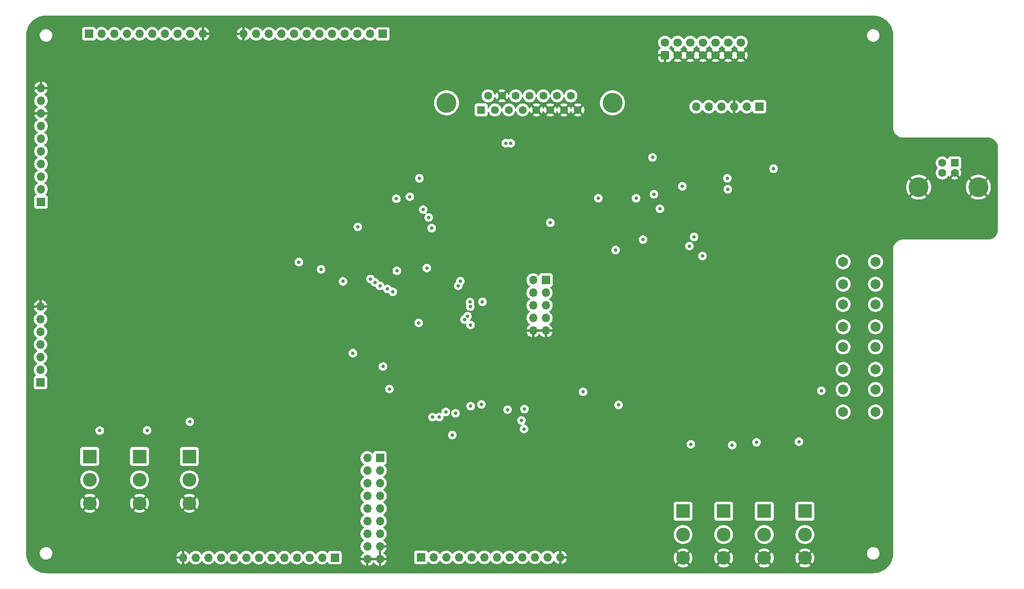
<source format=gbr>
%TF.GenerationSoftware,KiCad,Pcbnew,7.0.1*%
%TF.CreationDate,2023-05-20T11:47:41+02:00*%
%TF.ProjectId,XilinxFPGADevelopmentBoard,58696c69-6e78-4465-9047-41446576656c,rev?*%
%TF.SameCoordinates,Original*%
%TF.FileFunction,Copper,L2,Inr*%
%TF.FilePolarity,Positive*%
%FSLAX46Y46*%
G04 Gerber Fmt 4.6, Leading zero omitted, Abs format (unit mm)*
G04 Created by KiCad (PCBNEW 7.0.1) date 2023-05-20 11:47:41*
%MOMM*%
%LPD*%
G01*
G04 APERTURE LIST*
G04 Aperture macros list*
%AMRoundRect*
0 Rectangle with rounded corners*
0 $1 Rounding radius*
0 $2 $3 $4 $5 $6 $7 $8 $9 X,Y pos of 4 corners*
0 Add a 4 corners polygon primitive as box body*
4,1,4,$2,$3,$4,$5,$6,$7,$8,$9,$2,$3,0*
0 Add four circle primitives for the rounded corners*
1,1,$1+$1,$2,$3*
1,1,$1+$1,$4,$5*
1,1,$1+$1,$6,$7*
1,1,$1+$1,$8,$9*
0 Add four rect primitives between the rounded corners*
20,1,$1+$1,$2,$3,$4,$5,0*
20,1,$1+$1,$4,$5,$6,$7,0*
20,1,$1+$1,$6,$7,$8,$9,0*
20,1,$1+$1,$8,$9,$2,$3,0*%
G04 Aperture macros list end*
%TA.AperFunction,ComponentPad*%
%ADD10C,2.000000*%
%TD*%
%TA.AperFunction,ComponentPad*%
%ADD11R,1.700000X1.700000*%
%TD*%
%TA.AperFunction,ComponentPad*%
%ADD12O,1.700000X1.700000*%
%TD*%
%TA.AperFunction,ComponentPad*%
%ADD13R,2.775000X2.775000*%
%TD*%
%TA.AperFunction,ComponentPad*%
%ADD14C,2.775000*%
%TD*%
%TA.AperFunction,ComponentPad*%
%ADD15C,4.000000*%
%TD*%
%TA.AperFunction,ComponentPad*%
%ADD16R,1.600000X1.600000*%
%TD*%
%TA.AperFunction,ComponentPad*%
%ADD17C,1.600000*%
%TD*%
%TA.AperFunction,ComponentPad*%
%ADD18RoundRect,0.250000X0.600000X-0.600000X0.600000X0.600000X-0.600000X0.600000X-0.600000X-0.600000X0*%
%TD*%
%TA.AperFunction,ComponentPad*%
%ADD19C,1.700000*%
%TD*%
%TA.AperFunction,ViaPad*%
%ADD20C,0.700000*%
%TD*%
G04 APERTURE END LIST*
D10*
%TO.N,BUTTON_3*%
%TO.C,Button3*%
X239450000Y-110500000D03*
X232950000Y-110500000D03*
%TO.N,+3.3V*%
X239450000Y-106000000D03*
X232950000Y-106000000D03*
%TD*%
D11*
%TO.N,+3.3V*%
%TO.C,J5*%
X140575000Y-51700000D03*
D12*
%TO.N,IO_3b3*%
X138035000Y-51700000D03*
%TO.N,IO_4b3*%
X135495000Y-51700000D03*
%TO.N,IO_5b3*%
X132955000Y-51700000D03*
%TO.N,IO_6b3*%
X130415000Y-51700000D03*
%TO.N,IO_7b3*%
X127875000Y-51700000D03*
%TO.N,IO_8B3*%
X125335000Y-51700000D03*
%TO.N,IO_10b3*%
X122795000Y-51700000D03*
%TO.N,IO_11b3*%
X120255000Y-51700000D03*
%TO.N,IO_12b3{slash}LHCLK0*%
X117715000Y-51700000D03*
%TO.N,IO_13b3{slash}LHCLK1*%
X115175000Y-51700000D03*
%TO.N,GND*%
X112635000Y-51700000D03*
%TD*%
D11*
%TO.N,+3.3V*%
%TO.C,J12*%
X140000000Y-136840000D03*
D12*
X137460000Y-136840000D03*
%TO.N,PIN_62*%
X140000000Y-139380000D03*
%TO.N,PIN_60*%
X137460000Y-139380000D03*
%TO.N,PIN_63*%
X140000000Y-141920000D03*
%TO.N,PIN_59*%
X137460000Y-141920000D03*
%TO.N,PIN_64*%
X140000000Y-144460000D03*
%TO.N,PIN_58*%
X137460000Y-144460000D03*
%TO.N,PIN_68*%
X140000000Y-147000000D03*
%TO.N,PIN_57*%
X137460000Y-147000000D03*
%TO.N,PIN_69*%
X140000000Y-149540000D03*
%TO.N,PIN_55*%
X137460000Y-149540000D03*
%TO.N,PIN_70*%
X140000000Y-152080000D03*
%TO.N,PIN_54*%
X137460000Y-152080000D03*
%TO.N,GND*%
X140000000Y-154620000D03*
%TO.N,PIN_53*%
X137460000Y-154620000D03*
%TO.N,GND*%
X140000000Y-157160000D03*
X137460000Y-157160000D03*
%TD*%
D10*
%TO.N,BUTTON_2*%
%TO.C,Button2*%
X239450000Y-119050000D03*
X232950000Y-119050000D03*
%TO.N,+3.3V*%
X239450000Y-114550000D03*
X232950000Y-114550000D03*
%TD*%
D13*
%TO.N,Net-(SW1-A)*%
%TO.C,SW1*%
X81760000Y-136550000D03*
D14*
%TO.N,Net-(SW1-B)*%
X81760000Y-141250000D03*
%TO.N,GND*%
X81760000Y-145950000D03*
%TD*%
D15*
%TO.N,N/C*%
%TO.C,J2*%
X186660000Y-65545000D03*
X153360000Y-65545000D03*
D16*
%TO.N,/VGA Connector/VGA_RED*%
X160315000Y-66965000D03*
D17*
%TO.N,/VGA Connector/VGA_GREEN*%
X163085000Y-66965000D03*
%TO.N,/VGA Connector/VGA_BLUE*%
X165855000Y-66965000D03*
%TO.N,unconnected-(J2-Pad4)*%
X168625000Y-66965000D03*
%TO.N,GND*%
X171395000Y-66965000D03*
X174165000Y-66965000D03*
X176935000Y-66965000D03*
X179705000Y-66965000D03*
%TO.N,unconnected-(J2-Pad9)*%
X161700000Y-64125000D03*
%TO.N,GND*%
X164470000Y-64125000D03*
%TO.N,unconnected-(J2-Pad11)*%
X167240000Y-64125000D03*
%TO.N,unconnected-(J2-Pad12)*%
X170010000Y-64125000D03*
%TO.N,/VGA Connector/HSYNC_OUT*%
X172780000Y-64125000D03*
%TO.N,/VGA Connector/VSYNC_OUT*%
X175550000Y-64125000D03*
%TO.N,unconnected-(J2-Pad15)*%
X178320000Y-64125000D03*
%TD*%
D13*
%TO.N,Net-(SW9-A)*%
%TO.C,SW9*%
X208972733Y-147530000D03*
D14*
%TO.N,Net-(SW9-B)*%
X208972733Y-152230000D03*
%TO.N,GND*%
X208972733Y-156930000D03*
%TD*%
D11*
%TO.N,PIN_24*%
%TO.C,J8*%
X81600000Y-51675000D03*
D12*
%TO.N,+3.3V*%
X84140000Y-51675000D03*
%TO.N,PIN_35*%
X86680000Y-51675000D03*
%TO.N,PIN_21*%
X89220000Y-51675000D03*
%TO.N,PIN_20*%
X91760000Y-51675000D03*
%TO.N,PIN_19*%
X94300000Y-51675000D03*
%TO.N,PIN_18*%
X96840000Y-51675000D03*
%TO.N,PIN_16*%
X99380000Y-51675000D03*
%TO.N,PIN_15*%
X101920000Y-51675000D03*
%TO.N,GND*%
X104460000Y-51675000D03*
%TD*%
D11*
%TO.N,/USB Interface/{slash}MCLR*%
%TO.C,J4*%
X216150000Y-66300000D03*
D12*
%TO.N,+3.3V*%
X213610000Y-66300000D03*
%TO.N,GND*%
X211070000Y-66300000D03*
%TO.N,/USB Interface/PGD*%
X208530000Y-66300000D03*
%TO.N,/USB Interface/PGC*%
X205990000Y-66300000D03*
%TO.N,unconnected-(J4-Pin_6-Pad6)*%
X203450000Y-66300000D03*
%TD*%
D11*
%TO.N,+3.3V*%
%TO.C,J10*%
X173290000Y-101130000D03*
D12*
%TO.N,PIN_142*%
X170750000Y-101130000D03*
%TO.N,PIN_104*%
X173290000Y-103670000D03*
%TO.N,PIN_110*%
X170750000Y-103670000D03*
%TO.N,PIN_97*%
X173290000Y-106210000D03*
%TO.N,PIN_112*%
X170750000Y-106210000D03*
%TO.N,PIN_98*%
X173290000Y-108750000D03*
%TO.N,PIN_105*%
X170750000Y-108750000D03*
%TO.N,GND*%
X173290000Y-111290000D03*
X170750000Y-111290000D03*
%TD*%
D11*
%TO.N,+3.3V*%
%TO.C,J6*%
X71875000Y-121700000D03*
D12*
%TO.N,IO_124{slash}GCLK4*%
X71875000Y-119160000D03*
%TO.N,IO_125{slash}GCLK6*%
X71875000Y-116620000D03*
%TO.N,IO_126{slash}GCLK5*%
X71875000Y-114080000D03*
%TO.N,IO_127{slash}GCLK7*%
X71875000Y-111540000D03*
%TO.N,IO_129{slash}GCLK8*%
X71875000Y-109000000D03*
%TO.N,GND*%
X71875000Y-106460000D03*
%TD*%
D13*
%TO.N,Net-(SW8-A)*%
%TO.C,SW8*%
X217122733Y-147530000D03*
D14*
%TO.N,Net-(SW8-B)*%
X217122733Y-152230000D03*
%TO.N,GND*%
X217122733Y-156930000D03*
%TD*%
D11*
%TO.N,+3.3V*%
%TO.C,J7*%
X72000000Y-85425000D03*
D12*
%TO.N,PIN_32*%
X72000000Y-82885000D03*
%TO.N,PIN_31*%
X72000000Y-80345000D03*
%TO.N,PIN_30*%
X72000000Y-77805000D03*
%TO.N,PIN_29*%
X72000000Y-75265000D03*
%TO.N,PIN_28*%
X72000000Y-72725000D03*
%TO.N,PIN_27*%
X72000000Y-70185000D03*
%TO.N,GND*%
X72000000Y-67645000D03*
%TO.N,PIN_25*%
X72000000Y-65105000D03*
%TO.N,GND*%
X72000000Y-62565000D03*
%TD*%
D11*
%TO.N,+3.3V*%
%TO.C,J11*%
X148230000Y-156790000D03*
D12*
%TO.N,PIN_74*%
X150770000Y-156790000D03*
%TO.N,PIN_75*%
X153310000Y-156790000D03*
%TO.N,PIN_76*%
X155850000Y-156790000D03*
%TO.N,PIN_77*%
X158390000Y-156790000D03*
%TO.N,PIN_78*%
X160930000Y-156790000D03*
%TO.N,PIN_80*%
X163470000Y-156790000D03*
%TO.N,PIN_83*%
X166010000Y-156790000D03*
%TO.N,PIN_85*%
X168550000Y-156790000D03*
%TO.N,PIN_91*%
X171090000Y-156790000D03*
%TO.N,PIN_88*%
X173630000Y-156790000D03*
%TO.N,GND*%
X176170000Y-156790000D03*
%TD*%
D13*
%TO.N,Net-(SW7-A)*%
%TO.C,SW7*%
X225272733Y-147530000D03*
D14*
%TO.N,Net-(SW7-B)*%
X225272733Y-152230000D03*
%TO.N,GND*%
X225272733Y-156930000D03*
%TD*%
D16*
%TO.N,+5V*%
%TO.C,J3*%
X255340000Y-77610000D03*
D17*
%TO.N,/USB Interface/D-*%
X252840000Y-77610000D03*
%TO.N,/USB Interface/D+*%
X252840000Y-79610000D03*
%TO.N,GND*%
X255340000Y-79610000D03*
D15*
X260090000Y-82470000D03*
X248090000Y-82470000D03*
%TD*%
D13*
%TO.N,Net-(SW10-A)*%
%TO.C,SW10*%
X200822733Y-147530000D03*
D14*
%TO.N,Net-(SW10-B)*%
X200822733Y-152230000D03*
%TO.N,GND*%
X200822733Y-156930000D03*
%TD*%
D10*
%TO.N,BUTTON_4*%
%TO.C,Button4*%
X239450000Y-101950000D03*
X232950000Y-101950000D03*
%TO.N,+3.3V*%
X239450000Y-97450000D03*
X232950000Y-97450000D03*
%TD*%
D13*
%TO.N,Net-(SW3-A)*%
%TO.C,SW3*%
X101760000Y-136550000D03*
D14*
%TO.N,Net-(SW3-B)*%
X101760000Y-141250000D03*
%TO.N,GND*%
X101760000Y-145950000D03*
%TD*%
D18*
%TO.N,GND*%
%TO.C,J1*%
X197180000Y-55952500D03*
D19*
%TO.N,/FPGA & Misc/TMS*%
X197180000Y-53412500D03*
%TO.N,GND*%
X199720000Y-55952500D03*
%TO.N,/FPGA & Misc/TDI*%
X199720000Y-53412500D03*
%TO.N,GND*%
X202260000Y-55952500D03*
%TO.N,/FPGA & Misc/TDO*%
X202260000Y-53412500D03*
%TO.N,GND*%
X204800000Y-55952500D03*
%TO.N,/FPGA & Misc/TCK*%
X204800000Y-53412500D03*
%TO.N,GND*%
X207340000Y-55952500D03*
%TO.N,+3.3V*%
X207340000Y-53412500D03*
%TO.N,GND*%
X209880000Y-55952500D03*
%TO.N,unconnected-(J1-Pin_12-Pad12)*%
X209880000Y-53412500D03*
%TO.N,GND*%
X212420000Y-55952500D03*
%TO.N,unconnected-(J1-Pin_14-Pad14)*%
X212420000Y-53412500D03*
%TD*%
D13*
%TO.N,Net-(SW2-A)*%
%TO.C,SW2*%
X91760000Y-136550000D03*
D14*
%TO.N,Net-(SW2-B)*%
X91760000Y-141250000D03*
%TO.N,GND*%
X91760000Y-145950000D03*
%TD*%
D11*
%TO.N,+3.3V*%
%TO.C,J9*%
X130950000Y-156860000D03*
D12*
%TO.N,PIN_51*%
X128410000Y-156860000D03*
%TO.N,PIN_50*%
X125870000Y-156860000D03*
%TO.N,PIN_49*%
X123330000Y-156860000D03*
%TO.N,PIN_48*%
X120790000Y-156860000D03*
%TO.N,PIN_47*%
X118250000Y-156860000D03*
%TO.N,PIN_46*%
X115710000Y-156860000D03*
%TO.N,PIN_45*%
X113170000Y-156860000D03*
%TO.N,PIN_44*%
X110630000Y-156860000D03*
%TO.N,PIN_43*%
X108090000Y-156860000D03*
%TO.N,PIN_42*%
X105550000Y-156860000D03*
%TO.N,PIN_41*%
X103010000Y-156860000D03*
%TO.N,GND*%
X100470000Y-156860000D03*
%TD*%
D10*
%TO.N,BUTTON_1*%
%TO.C,Button1*%
X239450000Y-127600000D03*
X232950000Y-127600000D03*
%TO.N,+3.3V*%
X239450000Y-123100000D03*
X232950000Y-123100000D03*
%TD*%
D20*
%TO.N,GND*%
X145920000Y-92760000D03*
X134040000Y-117620000D03*
X120780000Y-96730000D03*
X155040000Y-92900000D03*
X140560000Y-111320000D03*
X160110000Y-91990000D03*
X155270000Y-111320000D03*
X138340000Y-108970000D03*
X133120000Y-87100000D03*
X207590000Y-83060000D03*
X153070000Y-101330000D03*
X140240000Y-92360000D03*
%TO.N,+3.3V*%
X134580000Y-115800000D03*
X149780000Y-88560000D03*
X224080000Y-133580000D03*
X83770000Y-131360000D03*
X160570000Y-105500000D03*
X196200000Y-86810000D03*
X203040000Y-92470000D03*
X200690000Y-82310000D03*
X135560000Y-90450000D03*
X218990000Y-78760000D03*
X123740000Y-97510000D03*
X228570000Y-123340000D03*
X101880000Y-129570000D03*
X158190000Y-110130000D03*
X93270000Y-131310000D03*
X147780000Y-109730000D03*
X154500000Y-132250000D03*
X215580000Y-133720000D03*
X210690000Y-134280000D03*
X202390000Y-134090000D03*
%TO.N,/VGA Connector/HSYNC_OUT*%
X165240000Y-73634669D03*
%TO.N,/VGA Connector/VSYNC_OUT*%
X166240000Y-73634669D03*
%TO.N,PROG_B*%
X143300000Y-84800000D03*
X174200000Y-89600000D03*
%TO.N,DONE*%
X168420000Y-129310000D03*
X202100000Y-94300000D03*
%TO.N,INIT_B*%
X204700000Y-96300000D03*
X168930000Y-131040000D03*
%TO.N,MCU_CLK*%
X146000000Y-84400000D03*
X209700000Y-80700000D03*
%TO.N,MCU_MOSI*%
X147900000Y-80700000D03*
X194700000Y-76500000D03*
%TO.N,MCU_MISO*%
X148700000Y-87000000D03*
X195000000Y-83900000D03*
%TO.N,FPGA_CLK*%
X183800000Y-84700000D03*
X150400000Y-90700000D03*
%TO.N,RESET*%
X149400000Y-98700000D03*
X187300000Y-95100000D03*
%TO.N,CCLK*%
X140600000Y-118500000D03*
X209800000Y-82900000D03*
%TO.N,DIN*%
X192800000Y-93000000D03*
X141900000Y-123000000D03*
%TO.N,MCU_CS*%
X191400000Y-84700000D03*
X132600000Y-101400000D03*
%TO.N,IO_124{slash}GCLK4*%
X142600000Y-103500000D03*
%TO.N,IO_125{slash}GCLK6*%
X141500000Y-102900000D03*
%TO.N,IO_126{slash}GCLK5*%
X140000000Y-102300000D03*
%TO.N,IO_127{slash}GCLK7*%
X139000000Y-101600000D03*
%TO.N,IO_129{slash}GCLK8*%
X138100000Y-100900000D03*
%TO.N,PIN_35*%
X128170000Y-98980000D03*
%TO.N,PIN_142*%
X143400000Y-99280000D03*
%TO.N,PIN_110*%
X156110000Y-101350000D03*
%TO.N,PIN_104*%
X158120000Y-106450000D03*
%TO.N,PIN_112*%
X155710000Y-102270000D03*
%TO.N,PIN_98*%
X157590000Y-108360000D03*
%TO.N,PIN_105*%
X158060000Y-105550000D03*
%TO.N,PIN_97*%
X156971838Y-109049500D03*
%TO.N,PIN_74*%
X150570000Y-128650000D03*
%TO.N,PIN_75*%
X151920000Y-128650000D03*
%TO.N,PIN_76*%
X153210000Y-127630000D03*
%TO.N,PIN_77*%
X155160000Y-127880000D03*
%TO.N,PIN_78*%
X158200000Y-126450000D03*
%TO.N,PIN_80*%
X160350000Y-126100000D03*
%TO.N,PIN_83*%
X165620000Y-127160000D03*
%TO.N,PIN_85*%
X169000000Y-127040000D03*
%TO.N,PIN_88*%
X187860000Y-126210000D03*
%TO.N,PIN_91*%
X180750000Y-123580000D03*
%TD*%
%TA.AperFunction,Conductor*%
%TO.N,GND*%
G36*
X239002854Y-48000632D02*
G01*
X239018811Y-48001369D01*
X239173088Y-48008502D01*
X239369795Y-48018166D01*
X239380787Y-48019201D01*
X239562876Y-48044601D01*
X239563781Y-48044732D01*
X239747261Y-48071949D01*
X239757413Y-48073892D01*
X239938614Y-48116510D01*
X239940023Y-48116852D01*
X240117874Y-48161401D01*
X240127091Y-48164096D01*
X240304478Y-48223550D01*
X240306618Y-48224292D01*
X240478220Y-48285692D01*
X240486519Y-48289004D01*
X240657980Y-48364712D01*
X240660909Y-48366051D01*
X240747263Y-48406892D01*
X240825119Y-48443715D01*
X240832411Y-48447465D01*
X240929135Y-48501341D01*
X240996435Y-48538827D01*
X240999810Y-48540777D01*
X241155371Y-48634017D01*
X241161670Y-48638058D01*
X241316699Y-48744256D01*
X241320459Y-48746935D01*
X241466009Y-48854882D01*
X241471305Y-48859040D01*
X241616009Y-48979200D01*
X241619947Y-48982617D01*
X241754206Y-49104303D01*
X241758590Y-49108478D01*
X241891520Y-49241408D01*
X241895698Y-49245795D01*
X242017375Y-49380045D01*
X242020805Y-49383998D01*
X242140951Y-49528684D01*
X242145124Y-49534000D01*
X242253041Y-49679509D01*
X242255742Y-49683299D01*
X242361940Y-49838328D01*
X242365999Y-49844656D01*
X242459200Y-50000153D01*
X242461171Y-50003563D01*
X242552525Y-50167573D01*
X242556291Y-50174896D01*
X242633947Y-50339089D01*
X242635286Y-50342018D01*
X242710994Y-50513479D01*
X242714311Y-50521791D01*
X242775666Y-50693265D01*
X242776487Y-50695634D01*
X242835894Y-50872881D01*
X242838606Y-50882157D01*
X242883104Y-51059803D01*
X242883526Y-51061543D01*
X242926101Y-51242562D01*
X242928053Y-51252758D01*
X242955257Y-51436156D01*
X242955410Y-51437218D01*
X242980794Y-51619184D01*
X242981834Y-51630232D01*
X242991512Y-51827238D01*
X242991529Y-51827595D01*
X242999368Y-51997145D01*
X242999500Y-52002872D01*
X242999500Y-70631121D01*
X243001810Y-70648663D01*
X243033730Y-70891116D01*
X243067597Y-71017509D01*
X243101602Y-71144419D01*
X243201957Y-71386697D01*
X243333076Y-71613804D01*
X243492717Y-71821850D01*
X243678149Y-72007282D01*
X243886195Y-72166923D01*
X243886197Y-72166924D01*
X244113303Y-72298043D01*
X244355581Y-72398398D01*
X244608884Y-72466270D01*
X244841783Y-72496932D01*
X244868879Y-72500500D01*
X244868880Y-72500500D01*
X244999901Y-72500500D01*
X245000000Y-72500500D01*
X245000500Y-72500500D01*
X261995935Y-72500500D01*
X262004042Y-72500764D01*
X262083586Y-72505978D01*
X262083767Y-72505991D01*
X262261587Y-72518709D01*
X262276904Y-72520772D01*
X262388378Y-72542945D01*
X262390437Y-72543374D01*
X262530240Y-72573786D01*
X262543703Y-72577522D01*
X262657725Y-72616228D01*
X262661074Y-72617420D01*
X262788808Y-72665062D01*
X262800300Y-72670024D01*
X262910687Y-72724461D01*
X262915187Y-72726798D01*
X263020254Y-72784169D01*
X263032478Y-72790844D01*
X263041942Y-72796574D01*
X263145269Y-72865615D01*
X263150688Y-72869450D01*
X263256727Y-72948830D01*
X263264145Y-72954844D01*
X263314659Y-72999143D01*
X263357976Y-73037131D01*
X263363898Y-73042678D01*
X263457320Y-73136100D01*
X263462867Y-73142022D01*
X263545150Y-73235848D01*
X263551173Y-73243278D01*
X263583779Y-73286833D01*
X263630548Y-73349310D01*
X263634383Y-73354729D01*
X263703424Y-73458056D01*
X263709154Y-73467520D01*
X263773183Y-73584779D01*
X263775556Y-73589348D01*
X263779036Y-73596404D01*
X263829969Y-73699687D01*
X263834938Y-73711196D01*
X263882556Y-73838863D01*
X263883793Y-73842338D01*
X263922470Y-73956276D01*
X263926217Y-73969777D01*
X263956613Y-74109508D01*
X263957064Y-74111675D01*
X263979224Y-74223080D01*
X263981291Y-74238425D01*
X263993995Y-74416046D01*
X263994045Y-74416781D01*
X263999234Y-74495942D01*
X263999500Y-74504053D01*
X263999500Y-90995947D01*
X263999234Y-91004058D01*
X263994045Y-91083217D01*
X263993995Y-91083952D01*
X263981291Y-91261573D01*
X263979224Y-91276918D01*
X263957064Y-91388323D01*
X263956613Y-91390490D01*
X263926217Y-91530221D01*
X263922470Y-91543722D01*
X263883793Y-91657660D01*
X263882556Y-91661135D01*
X263834938Y-91788802D01*
X263829969Y-91800311D01*
X263775564Y-91910635D01*
X263773183Y-91915219D01*
X263709154Y-92032478D01*
X263703424Y-92041942D01*
X263634383Y-92145269D01*
X263630548Y-92150688D01*
X263551181Y-92256711D01*
X263545142Y-92264160D01*
X263462867Y-92357976D01*
X263457320Y-92363898D01*
X263363898Y-92457320D01*
X263357976Y-92462867D01*
X263264160Y-92545142D01*
X263256711Y-92551181D01*
X263150688Y-92630548D01*
X263145269Y-92634383D01*
X263041942Y-92703424D01*
X263032478Y-92709154D01*
X262915219Y-92773183D01*
X262910635Y-92775564D01*
X262800311Y-92829969D01*
X262788802Y-92834938D01*
X262661135Y-92882556D01*
X262657660Y-92883793D01*
X262543722Y-92922470D01*
X262530221Y-92926217D01*
X262390490Y-92956613D01*
X262388323Y-92957064D01*
X262276918Y-92979224D01*
X262261573Y-92981291D01*
X262083952Y-92993995D01*
X262083217Y-92994045D01*
X262004058Y-92999234D01*
X261995947Y-92999500D01*
X244868879Y-92999500D01*
X244738881Y-93016615D01*
X244608884Y-93033730D01*
X244482232Y-93067665D01*
X244355580Y-93101602D01*
X244113302Y-93201957D01*
X243886195Y-93333076D01*
X243678149Y-93492717D01*
X243492717Y-93678149D01*
X243333076Y-93886195D01*
X243201957Y-94113302D01*
X243101602Y-94355580D01*
X243033730Y-94608885D01*
X242999500Y-94868879D01*
X242999500Y-155997128D01*
X242999368Y-156002855D01*
X242991529Y-156172404D01*
X242991512Y-156172761D01*
X242981834Y-156369766D01*
X242980794Y-156380814D01*
X242955410Y-156562780D01*
X242955257Y-156563842D01*
X242928053Y-156747240D01*
X242926101Y-156757436D01*
X242883526Y-156938455D01*
X242883104Y-156940195D01*
X242838606Y-157117841D01*
X242835894Y-157127117D01*
X242776487Y-157304364D01*
X242775666Y-157306733D01*
X242714311Y-157478207D01*
X242710994Y-157486519D01*
X242635286Y-157657980D01*
X242633947Y-157660909D01*
X242556291Y-157825102D01*
X242552525Y-157832425D01*
X242461171Y-157996435D01*
X242459200Y-157999845D01*
X242365999Y-158155342D01*
X242361940Y-158161670D01*
X242255742Y-158316699D01*
X242253041Y-158320489D01*
X242145135Y-158465984D01*
X242140935Y-158471334D01*
X242020851Y-158615947D01*
X242017331Y-158620004D01*
X241895717Y-158754183D01*
X241891520Y-158758590D01*
X241758590Y-158891520D01*
X241754183Y-158895717D01*
X241620004Y-159017331D01*
X241615947Y-159020851D01*
X241471334Y-159140935D01*
X241465984Y-159145135D01*
X241320489Y-159253041D01*
X241316699Y-159255742D01*
X241161670Y-159361940D01*
X241155342Y-159365999D01*
X240999845Y-159459200D01*
X240996435Y-159461171D01*
X240832425Y-159552525D01*
X240825102Y-159556291D01*
X240660909Y-159633947D01*
X240657980Y-159635286D01*
X240486519Y-159710994D01*
X240478207Y-159714311D01*
X240306733Y-159775666D01*
X240304364Y-159776487D01*
X240127117Y-159835894D01*
X240117841Y-159838606D01*
X239940195Y-159883104D01*
X239938455Y-159883526D01*
X239757436Y-159926101D01*
X239747240Y-159928053D01*
X239563842Y-159955257D01*
X239562780Y-159955410D01*
X239380814Y-159980794D01*
X239369766Y-159981834D01*
X239172931Y-159991503D01*
X239172575Y-159991520D01*
X239007393Y-159999158D01*
X239002854Y-159999368D01*
X238997128Y-159999500D01*
X73002872Y-159999500D01*
X72997145Y-159999368D01*
X72992305Y-159999144D01*
X72827423Y-159991520D01*
X72827067Y-159991503D01*
X72630232Y-159981834D01*
X72619184Y-159980794D01*
X72437218Y-159955410D01*
X72436156Y-159955257D01*
X72252758Y-159928053D01*
X72242562Y-159926101D01*
X72061543Y-159883526D01*
X72059803Y-159883104D01*
X71882157Y-159838606D01*
X71872881Y-159835894D01*
X71695634Y-159776487D01*
X71693265Y-159775666D01*
X71521791Y-159714311D01*
X71513479Y-159710994D01*
X71342018Y-159635286D01*
X71339089Y-159633947D01*
X71174896Y-159556291D01*
X71167573Y-159552525D01*
X71003563Y-159461171D01*
X71000153Y-159459200D01*
X70980648Y-159447509D01*
X70844645Y-159365992D01*
X70838328Y-159361940D01*
X70683299Y-159255742D01*
X70679509Y-159253041D01*
X70534000Y-159145124D01*
X70528684Y-159140951D01*
X70383998Y-159020805D01*
X70380045Y-159017375D01*
X70245795Y-158895698D01*
X70241408Y-158891520D01*
X70108478Y-158758590D01*
X70104303Y-158754206D01*
X69982617Y-158619947D01*
X69979200Y-158616009D01*
X69859040Y-158471305D01*
X69854882Y-158466009D01*
X69746935Y-158320459D01*
X69744256Y-158316699D01*
X69638058Y-158161670D01*
X69634017Y-158155371D01*
X69540777Y-157999810D01*
X69538827Y-157996435D01*
X69514261Y-157952331D01*
X69447465Y-157832411D01*
X69443715Y-157825119D01*
X69399392Y-157731404D01*
X69366051Y-157660909D01*
X69364712Y-157657980D01*
X69289004Y-157486519D01*
X69285692Y-157478220D01*
X69224292Y-157306618D01*
X69223550Y-157304478D01*
X69164096Y-157127091D01*
X69161401Y-157117874D01*
X69116852Y-156940023D01*
X69116510Y-156938614D01*
X69073892Y-156757413D01*
X69071949Y-156747261D01*
X69044732Y-156563781D01*
X69044588Y-156562780D01*
X69043446Y-156554592D01*
X69019201Y-156380787D01*
X69018166Y-156369795D01*
X69008480Y-156172611D01*
X69003104Y-156056328D01*
X71745709Y-156056328D01*
X71775925Y-156279388D01*
X71814098Y-156396873D01*
X71845483Y-156493464D01*
X71952148Y-156691681D01*
X72030555Y-156790000D01*
X72086378Y-156860000D01*
X72092492Y-156867666D01*
X72262004Y-157015765D01*
X72262006Y-157015766D01*
X72455237Y-157131216D01*
X72573214Y-157175493D01*
X72665976Y-157210307D01*
X72887453Y-157250500D01*
X73056153Y-157250500D01*
X73056155Y-157250500D01*
X73224188Y-157235377D01*
X73441170Y-157175493D01*
X73577169Y-157110000D01*
X99139364Y-157110000D01*
X99196569Y-157323492D01*
X99296399Y-157537576D01*
X99431893Y-157731081D01*
X99598918Y-157898106D01*
X99792423Y-158033600D01*
X100006507Y-158133430D01*
X100219999Y-158190635D01*
X100220000Y-158190636D01*
X100220000Y-158190635D01*
X100720000Y-158190635D01*
X100933492Y-158133430D01*
X101147576Y-158033600D01*
X101341081Y-157898106D01*
X101508109Y-157731078D01*
X101638119Y-157545405D01*
X101682437Y-157506539D01*
X101739694Y-157492528D01*
X101796951Y-157506539D01*
X101841267Y-157545402D01*
X101971505Y-157731401D01*
X102138599Y-157898495D01*
X102332170Y-158034035D01*
X102546337Y-158133903D01*
X102774592Y-158195063D01*
X103010000Y-158215659D01*
X103245408Y-158195063D01*
X103473663Y-158133903D01*
X103687830Y-158034035D01*
X103881401Y-157898495D01*
X104048495Y-157731401D01*
X104178426Y-157545839D01*
X104222743Y-157506975D01*
X104280000Y-157492964D01*
X104337257Y-157506975D01*
X104381573Y-157545839D01*
X104511505Y-157731401D01*
X104678599Y-157898495D01*
X104872170Y-158034035D01*
X105086337Y-158133903D01*
X105314592Y-158195063D01*
X105550000Y-158215659D01*
X105785408Y-158195063D01*
X106013663Y-158133903D01*
X106227830Y-158034035D01*
X106421401Y-157898495D01*
X106588495Y-157731401D01*
X106718426Y-157545839D01*
X106762743Y-157506975D01*
X106820000Y-157492964D01*
X106877257Y-157506975D01*
X106921573Y-157545839D01*
X107051505Y-157731401D01*
X107218599Y-157898495D01*
X107412170Y-158034035D01*
X107626337Y-158133903D01*
X107854592Y-158195063D01*
X108090000Y-158215659D01*
X108325408Y-158195063D01*
X108553663Y-158133903D01*
X108767830Y-158034035D01*
X108961401Y-157898495D01*
X109128495Y-157731401D01*
X109258426Y-157545839D01*
X109302743Y-157506975D01*
X109360000Y-157492964D01*
X109417257Y-157506975D01*
X109461573Y-157545839D01*
X109591505Y-157731401D01*
X109758599Y-157898495D01*
X109952170Y-158034035D01*
X110166337Y-158133903D01*
X110394592Y-158195063D01*
X110630000Y-158215659D01*
X110865408Y-158195063D01*
X111093663Y-158133903D01*
X111307830Y-158034035D01*
X111501401Y-157898495D01*
X111668495Y-157731401D01*
X111798426Y-157545839D01*
X111842743Y-157506975D01*
X111900000Y-157492964D01*
X111957257Y-157506975D01*
X112001573Y-157545839D01*
X112131505Y-157731401D01*
X112298599Y-157898495D01*
X112492170Y-158034035D01*
X112706337Y-158133903D01*
X112934592Y-158195063D01*
X113170000Y-158215659D01*
X113405408Y-158195063D01*
X113633663Y-158133903D01*
X113847830Y-158034035D01*
X114041401Y-157898495D01*
X114208495Y-157731401D01*
X114338426Y-157545839D01*
X114382743Y-157506975D01*
X114440000Y-157492964D01*
X114497257Y-157506975D01*
X114541573Y-157545839D01*
X114671505Y-157731401D01*
X114838599Y-157898495D01*
X115032170Y-158034035D01*
X115246337Y-158133903D01*
X115474592Y-158195063D01*
X115710000Y-158215659D01*
X115945408Y-158195063D01*
X116173663Y-158133903D01*
X116387830Y-158034035D01*
X116581401Y-157898495D01*
X116748495Y-157731401D01*
X116878426Y-157545839D01*
X116922743Y-157506975D01*
X116980000Y-157492964D01*
X117037257Y-157506975D01*
X117081573Y-157545839D01*
X117211505Y-157731401D01*
X117378599Y-157898495D01*
X117572170Y-158034035D01*
X117786337Y-158133903D01*
X118014592Y-158195063D01*
X118250000Y-158215659D01*
X118485408Y-158195063D01*
X118713663Y-158133903D01*
X118927830Y-158034035D01*
X119121401Y-157898495D01*
X119288495Y-157731401D01*
X119418426Y-157545839D01*
X119462743Y-157506975D01*
X119520000Y-157492964D01*
X119577257Y-157506975D01*
X119621573Y-157545839D01*
X119751505Y-157731401D01*
X119918599Y-157898495D01*
X120112170Y-158034035D01*
X120326337Y-158133903D01*
X120554592Y-158195063D01*
X120790000Y-158215659D01*
X121025408Y-158195063D01*
X121253663Y-158133903D01*
X121467830Y-158034035D01*
X121661401Y-157898495D01*
X121828495Y-157731401D01*
X121958426Y-157545839D01*
X122002743Y-157506975D01*
X122060000Y-157492964D01*
X122117257Y-157506975D01*
X122161573Y-157545839D01*
X122291505Y-157731401D01*
X122458599Y-157898495D01*
X122652170Y-158034035D01*
X122866337Y-158133903D01*
X123094592Y-158195063D01*
X123330000Y-158215659D01*
X123565408Y-158195063D01*
X123793663Y-158133903D01*
X124007830Y-158034035D01*
X124201401Y-157898495D01*
X124368495Y-157731401D01*
X124498426Y-157545839D01*
X124542743Y-157506975D01*
X124600000Y-157492964D01*
X124657257Y-157506975D01*
X124701573Y-157545839D01*
X124831505Y-157731401D01*
X124998599Y-157898495D01*
X125192170Y-158034035D01*
X125406337Y-158133903D01*
X125634592Y-158195063D01*
X125870000Y-158215659D01*
X126105408Y-158195063D01*
X126333663Y-158133903D01*
X126547830Y-158034035D01*
X126741401Y-157898495D01*
X126908495Y-157731401D01*
X127038426Y-157545839D01*
X127082743Y-157506975D01*
X127140000Y-157492964D01*
X127197257Y-157506975D01*
X127241573Y-157545839D01*
X127371505Y-157731401D01*
X127538599Y-157898495D01*
X127732170Y-158034035D01*
X127946337Y-158133903D01*
X128174592Y-158195063D01*
X128410000Y-158215659D01*
X128645408Y-158195063D01*
X128873663Y-158133903D01*
X129087830Y-158034035D01*
X129281401Y-157898495D01*
X129403329Y-157776566D01*
X129456072Y-157745273D01*
X129517365Y-157743084D01*
X129572209Y-157770537D01*
X129607189Y-157820916D01*
X129610016Y-157828495D01*
X129656204Y-157952331D01*
X129742454Y-158067546D01*
X129857669Y-158153796D01*
X129992517Y-158204091D01*
X130052127Y-158210500D01*
X131847872Y-158210499D01*
X131907483Y-158204091D01*
X132042331Y-158153796D01*
X132157546Y-158067546D01*
X132243796Y-157952331D01*
X132294091Y-157817483D01*
X132300500Y-157757873D01*
X132300500Y-157410000D01*
X136129364Y-157410000D01*
X136186569Y-157623492D01*
X136286399Y-157837576D01*
X136421893Y-158031081D01*
X136588918Y-158198106D01*
X136782423Y-158333600D01*
X136996507Y-158433430D01*
X137209999Y-158490635D01*
X137210000Y-158490636D01*
X137210000Y-157410000D01*
X137710000Y-157410000D01*
X137710000Y-158490635D01*
X137923492Y-158433430D01*
X138137576Y-158333600D01*
X138331081Y-158198106D01*
X138498106Y-158031081D01*
X138628425Y-157844968D01*
X138672743Y-157806103D01*
X138730000Y-157792092D01*
X138787257Y-157806103D01*
X138831575Y-157844968D01*
X138961893Y-158031081D01*
X139128918Y-158198106D01*
X139322423Y-158333600D01*
X139536507Y-158433430D01*
X139749999Y-158490635D01*
X139750000Y-158490636D01*
X139750000Y-157410000D01*
X140250000Y-157410000D01*
X140250000Y-158490635D01*
X140463492Y-158433430D01*
X140471390Y-158429747D01*
X199676536Y-158429747D01*
X199676537Y-158429748D01*
X199799665Y-158521921D01*
X200036633Y-158651316D01*
X200289606Y-158745669D01*
X200553426Y-158803059D01*
X200822733Y-158822321D01*
X201092039Y-158803059D01*
X201355859Y-158745669D01*
X201608832Y-158651316D01*
X201845796Y-158521923D01*
X201968928Y-158429747D01*
X207826536Y-158429747D01*
X207826537Y-158429748D01*
X207949665Y-158521921D01*
X208186633Y-158651316D01*
X208439606Y-158745669D01*
X208703426Y-158803059D01*
X208972733Y-158822321D01*
X209242039Y-158803059D01*
X209505859Y-158745669D01*
X209758832Y-158651316D01*
X209995796Y-158521923D01*
X210118928Y-158429747D01*
X215976536Y-158429747D01*
X215976537Y-158429748D01*
X216099665Y-158521921D01*
X216336633Y-158651316D01*
X216589606Y-158745669D01*
X216853426Y-158803059D01*
X217122733Y-158822321D01*
X217392039Y-158803059D01*
X217655859Y-158745669D01*
X217908832Y-158651316D01*
X218145796Y-158521923D01*
X218268928Y-158429747D01*
X224126536Y-158429747D01*
X224126537Y-158429748D01*
X224249665Y-158521921D01*
X224486633Y-158651316D01*
X224739606Y-158745669D01*
X225003426Y-158803059D01*
X225272733Y-158822321D01*
X225542039Y-158803059D01*
X225805859Y-158745669D01*
X226058832Y-158651316D01*
X226295796Y-158521923D01*
X226418928Y-158429747D01*
X225272733Y-157283553D01*
X224126536Y-158429747D01*
X218268928Y-158429747D01*
X217122733Y-157283553D01*
X215976536Y-158429747D01*
X210118928Y-158429747D01*
X208972733Y-157283553D01*
X207826536Y-158429747D01*
X201968928Y-158429747D01*
X200822733Y-157283553D01*
X199676536Y-158429747D01*
X140471390Y-158429747D01*
X140677576Y-158333600D01*
X140871081Y-158198106D01*
X141038106Y-158031081D01*
X141173600Y-157837576D01*
X141243410Y-157687869D01*
X146879500Y-157687869D01*
X146885909Y-157747484D01*
X146902547Y-157792092D01*
X146936204Y-157882331D01*
X147022454Y-157997546D01*
X147137669Y-158083796D01*
X147272517Y-158134091D01*
X147332127Y-158140500D01*
X149127872Y-158140499D01*
X149187483Y-158134091D01*
X149322331Y-158083796D01*
X149437546Y-157997546D01*
X149523796Y-157882331D01*
X149572810Y-157750916D01*
X149607789Y-157700537D01*
X149662634Y-157673084D01*
X149723927Y-157675273D01*
X149776672Y-157706568D01*
X149898599Y-157828495D01*
X150092170Y-157964035D01*
X150306337Y-158063903D01*
X150518070Y-158120636D01*
X150534592Y-158125063D01*
X150769999Y-158145659D01*
X150769999Y-158145658D01*
X150770000Y-158145659D01*
X151005408Y-158125063D01*
X151233663Y-158063903D01*
X151447830Y-157964035D01*
X151641401Y-157828495D01*
X151808495Y-157661401D01*
X151938426Y-157475839D01*
X151982743Y-157436975D01*
X152040000Y-157422964D01*
X152097257Y-157436975D01*
X152141573Y-157475839D01*
X152271505Y-157661401D01*
X152438599Y-157828495D01*
X152632170Y-157964035D01*
X152846337Y-158063903D01*
X153058070Y-158120636D01*
X153074592Y-158125063D01*
X153309999Y-158145659D01*
X153309999Y-158145658D01*
X153310000Y-158145659D01*
X153545408Y-158125063D01*
X153773663Y-158063903D01*
X153987830Y-157964035D01*
X154181401Y-157828495D01*
X154348495Y-157661401D01*
X154478426Y-157475839D01*
X154522743Y-157436975D01*
X154580000Y-157422964D01*
X154637257Y-157436975D01*
X154681573Y-157475839D01*
X154811505Y-157661401D01*
X154978599Y-157828495D01*
X155172170Y-157964035D01*
X155386337Y-158063903D01*
X155598070Y-158120636D01*
X155614592Y-158125063D01*
X155849999Y-158145659D01*
X155849999Y-158145658D01*
X155850000Y-158145659D01*
X156085408Y-158125063D01*
X156313663Y-158063903D01*
X156527830Y-157964035D01*
X156721401Y-157828495D01*
X156888495Y-157661401D01*
X157018426Y-157475839D01*
X157062743Y-157436975D01*
X157120000Y-157422964D01*
X157177257Y-157436975D01*
X157221573Y-157475839D01*
X157351505Y-157661401D01*
X157518599Y-157828495D01*
X157712170Y-157964035D01*
X157926337Y-158063903D01*
X158138070Y-158120636D01*
X158154592Y-158125063D01*
X158389999Y-158145659D01*
X158389999Y-158145658D01*
X158390000Y-158145659D01*
X158625408Y-158125063D01*
X158853663Y-158063903D01*
X159067830Y-157964035D01*
X159261401Y-157828495D01*
X159428495Y-157661401D01*
X159558426Y-157475839D01*
X159602743Y-157436975D01*
X159660000Y-157422964D01*
X159717257Y-157436975D01*
X159761573Y-157475839D01*
X159891505Y-157661401D01*
X160058599Y-157828495D01*
X160252170Y-157964035D01*
X160466337Y-158063903D01*
X160678070Y-158120636D01*
X160694592Y-158125063D01*
X160929999Y-158145659D01*
X160929999Y-158145658D01*
X160930000Y-158145659D01*
X161165408Y-158125063D01*
X161393663Y-158063903D01*
X161607830Y-157964035D01*
X161801401Y-157828495D01*
X161968495Y-157661401D01*
X162098426Y-157475839D01*
X162142743Y-157436975D01*
X162200000Y-157422964D01*
X162257257Y-157436975D01*
X162301573Y-157475839D01*
X162431505Y-157661401D01*
X162598599Y-157828495D01*
X162792170Y-157964035D01*
X163006337Y-158063903D01*
X163218070Y-158120636D01*
X163234592Y-158125063D01*
X163469999Y-158145659D01*
X163469999Y-158145658D01*
X163470000Y-158145659D01*
X163705408Y-158125063D01*
X163933663Y-158063903D01*
X164147830Y-157964035D01*
X164341401Y-157828495D01*
X164508495Y-157661401D01*
X164638426Y-157475839D01*
X164682743Y-157436975D01*
X164740000Y-157422964D01*
X164797257Y-157436975D01*
X164841573Y-157475839D01*
X164971505Y-157661401D01*
X165138599Y-157828495D01*
X165332170Y-157964035D01*
X165546337Y-158063903D01*
X165758070Y-158120636D01*
X165774592Y-158125063D01*
X166009999Y-158145659D01*
X166009999Y-158145658D01*
X166010000Y-158145659D01*
X166245408Y-158125063D01*
X166473663Y-158063903D01*
X166687830Y-157964035D01*
X166881401Y-157828495D01*
X167048495Y-157661401D01*
X167178426Y-157475839D01*
X167222743Y-157436975D01*
X167280000Y-157422964D01*
X167337257Y-157436975D01*
X167381573Y-157475839D01*
X167511505Y-157661401D01*
X167678599Y-157828495D01*
X167872170Y-157964035D01*
X168086337Y-158063903D01*
X168298070Y-158120636D01*
X168314592Y-158125063D01*
X168549999Y-158145659D01*
X168549999Y-158145658D01*
X168550000Y-158145659D01*
X168785408Y-158125063D01*
X169013663Y-158063903D01*
X169227830Y-157964035D01*
X169421401Y-157828495D01*
X169588495Y-157661401D01*
X169718426Y-157475839D01*
X169762743Y-157436975D01*
X169820000Y-157422964D01*
X169877257Y-157436975D01*
X169921573Y-157475839D01*
X170051505Y-157661401D01*
X170218599Y-157828495D01*
X170412170Y-157964035D01*
X170626337Y-158063903D01*
X170838070Y-158120636D01*
X170854592Y-158125063D01*
X171089999Y-158145659D01*
X171089999Y-158145658D01*
X171090000Y-158145659D01*
X171325408Y-158125063D01*
X171553663Y-158063903D01*
X171767830Y-157964035D01*
X171961401Y-157828495D01*
X172128495Y-157661401D01*
X172258426Y-157475839D01*
X172302743Y-157436975D01*
X172360000Y-157422964D01*
X172417257Y-157436975D01*
X172461573Y-157475839D01*
X172591505Y-157661401D01*
X172758599Y-157828495D01*
X172952170Y-157964035D01*
X173166337Y-158063903D01*
X173378070Y-158120636D01*
X173394592Y-158125063D01*
X173629999Y-158145659D01*
X173629999Y-158145658D01*
X173630000Y-158145659D01*
X173865408Y-158125063D01*
X174093663Y-158063903D01*
X174307830Y-157964035D01*
X174501401Y-157828495D01*
X174668495Y-157661401D01*
X174798732Y-157475402D01*
X174843048Y-157436539D01*
X174900305Y-157422528D01*
X174957562Y-157436539D01*
X175001880Y-157475404D01*
X175131893Y-157661081D01*
X175298918Y-157828106D01*
X175492423Y-157963600D01*
X175706507Y-158063430D01*
X175919999Y-158120635D01*
X175920000Y-158120636D01*
X175920000Y-157040000D01*
X176420000Y-157040000D01*
X176420000Y-158120635D01*
X176633492Y-158063430D01*
X176847576Y-157963600D01*
X177041081Y-157828106D01*
X177208106Y-157661081D01*
X177343600Y-157467576D01*
X177443430Y-157253492D01*
X177500636Y-157040000D01*
X176420000Y-157040000D01*
X175920000Y-157040000D01*
X175920000Y-156930000D01*
X198930411Y-156930000D01*
X198949673Y-157199306D01*
X199007063Y-157463126D01*
X199101416Y-157716099D01*
X199230811Y-157953067D01*
X199322983Y-158076194D01*
X199322984Y-158076195D01*
X200469180Y-156930001D01*
X200469180Y-156930000D01*
X201176286Y-156930000D01*
X202322480Y-158076195D01*
X202414656Y-157953063D01*
X202544049Y-157716099D01*
X202638402Y-157463126D01*
X202695792Y-157199306D01*
X202715054Y-156930000D01*
X207080411Y-156930000D01*
X207099673Y-157199306D01*
X207157063Y-157463126D01*
X207251416Y-157716099D01*
X207380811Y-157953067D01*
X207472983Y-158076194D01*
X207472984Y-158076195D01*
X208619180Y-156930001D01*
X209326286Y-156930001D01*
X210472480Y-158076195D01*
X210564656Y-157953063D01*
X210694049Y-157716099D01*
X210788402Y-157463126D01*
X210845792Y-157199306D01*
X210865054Y-156930000D01*
X215230411Y-156930000D01*
X215249673Y-157199306D01*
X215307063Y-157463126D01*
X215401416Y-157716099D01*
X215530811Y-157953067D01*
X215622983Y-158076194D01*
X215622984Y-158076195D01*
X216769180Y-156930001D01*
X217476286Y-156930001D01*
X218622480Y-158076195D01*
X218714656Y-157953063D01*
X218844049Y-157716099D01*
X218938402Y-157463126D01*
X218995792Y-157199306D01*
X219015054Y-156930000D01*
X223380411Y-156930000D01*
X223399673Y-157199306D01*
X223457063Y-157463126D01*
X223551416Y-157716099D01*
X223680811Y-157953067D01*
X223772983Y-158076194D01*
X223772984Y-158076195D01*
X224919180Y-156930001D01*
X225626286Y-156930001D01*
X226772480Y-158076195D01*
X226864656Y-157953063D01*
X226994049Y-157716099D01*
X227088402Y-157463126D01*
X227145792Y-157199306D01*
X227165054Y-156930000D01*
X227145792Y-156660693D01*
X227088402Y-156396873D01*
X226994049Y-156143900D01*
X226946231Y-156056328D01*
X237745709Y-156056328D01*
X237775925Y-156279388D01*
X237814098Y-156396873D01*
X237845483Y-156493464D01*
X237952148Y-156691681D01*
X238030555Y-156790000D01*
X238086378Y-156860000D01*
X238092492Y-156867666D01*
X238262004Y-157015765D01*
X238262006Y-157015766D01*
X238455237Y-157131216D01*
X238573214Y-157175493D01*
X238665976Y-157210307D01*
X238887453Y-157250500D01*
X239056153Y-157250500D01*
X239056155Y-157250500D01*
X239224188Y-157235377D01*
X239441170Y-157175493D01*
X239643973Y-157077829D01*
X239826078Y-156945522D01*
X239981632Y-156782825D01*
X240105635Y-156594968D01*
X240194103Y-156387988D01*
X240244191Y-156168537D01*
X240254290Y-155943670D01*
X240224075Y-155720613D01*
X240154517Y-155506536D01*
X240047852Y-155308319D01*
X239907508Y-155132334D01*
X239737996Y-154984235D01*
X239737993Y-154984233D01*
X239544762Y-154868783D01*
X239334025Y-154789693D01*
X239112547Y-154749500D01*
X238943845Y-154749500D01*
X238876631Y-154755549D01*
X238775809Y-154764623D01*
X238558828Y-154824507D01*
X238356027Y-154922170D01*
X238173925Y-155054475D01*
X238018365Y-155217178D01*
X237894365Y-155405031D01*
X237805896Y-155612012D01*
X237755809Y-155831462D01*
X237745709Y-156056328D01*
X226946231Y-156056328D01*
X226864654Y-155906932D01*
X226772481Y-155783804D01*
X226772480Y-155783803D01*
X225626286Y-156930000D01*
X225626286Y-156930001D01*
X224919180Y-156930001D01*
X224919180Y-156929999D01*
X223772984Y-155783804D01*
X223680808Y-155906937D01*
X223551416Y-156143900D01*
X223457063Y-156396873D01*
X223399673Y-156660693D01*
X223380411Y-156930000D01*
X219015054Y-156930000D01*
X218995792Y-156660693D01*
X218938402Y-156396873D01*
X218844049Y-156143900D01*
X218714654Y-155906932D01*
X218622481Y-155783804D01*
X218622480Y-155783803D01*
X217476286Y-156930000D01*
X217476286Y-156930001D01*
X216769180Y-156930001D01*
X216769180Y-156930000D01*
X215622984Y-155783804D01*
X215530808Y-155906937D01*
X215401416Y-156143900D01*
X215307063Y-156396873D01*
X215249673Y-156660693D01*
X215230411Y-156930000D01*
X210865054Y-156930000D01*
X210845792Y-156660693D01*
X210788402Y-156396873D01*
X210694049Y-156143900D01*
X210564654Y-155906932D01*
X210472481Y-155783804D01*
X210472480Y-155783803D01*
X209326286Y-156930000D01*
X209326286Y-156930001D01*
X208619180Y-156930001D01*
X208619180Y-156930000D01*
X207472984Y-155783804D01*
X207380808Y-155906937D01*
X207251416Y-156143900D01*
X207157063Y-156396873D01*
X207099673Y-156660693D01*
X207080411Y-156930000D01*
X202715054Y-156930000D01*
X202695792Y-156660693D01*
X202638402Y-156396873D01*
X202544049Y-156143900D01*
X202414654Y-155906932D01*
X202322481Y-155783804D01*
X202322480Y-155783803D01*
X201176286Y-156930000D01*
X200469180Y-156930000D01*
X200469180Y-156929999D01*
X199322984Y-155783804D01*
X199230808Y-155906937D01*
X199101416Y-156143900D01*
X199007063Y-156396873D01*
X198949673Y-156660693D01*
X198930411Y-156930000D01*
X175920000Y-156930000D01*
X175920000Y-155459364D01*
X176420000Y-155459364D01*
X176420000Y-156540000D01*
X177500636Y-156540000D01*
X177500635Y-156539999D01*
X177443430Y-156326507D01*
X177343599Y-156112421D01*
X177208109Y-155918921D01*
X177041081Y-155751893D01*
X176847576Y-155616399D01*
X176633492Y-155516569D01*
X176420000Y-155459364D01*
X175920000Y-155459364D01*
X175919999Y-155459364D01*
X175706507Y-155516569D01*
X175492421Y-155616400D01*
X175298921Y-155751890D01*
X175131893Y-155918918D01*
X175001880Y-156104596D01*
X174957562Y-156143461D01*
X174900305Y-156157472D01*
X174843048Y-156143461D01*
X174798730Y-156104595D01*
X174727491Y-156002855D01*
X174668495Y-155918599D01*
X174501401Y-155751505D01*
X174307830Y-155615965D01*
X174093663Y-155516097D01*
X174032501Y-155499709D01*
X173865407Y-155454936D01*
X173630000Y-155434340D01*
X173394592Y-155454936D01*
X173166336Y-155516097D01*
X172952170Y-155615965D01*
X172758598Y-155751505D01*
X172591505Y-155918598D01*
X172461575Y-156104159D01*
X172417257Y-156143025D01*
X172360000Y-156157036D01*
X172302743Y-156143025D01*
X172258425Y-156104159D01*
X172177509Y-155988599D01*
X172128495Y-155918599D01*
X171961401Y-155751505D01*
X171767830Y-155615965D01*
X171553663Y-155516097D01*
X171492501Y-155499709D01*
X171325407Y-155454936D01*
X171090000Y-155434340D01*
X170854592Y-155454936D01*
X170626336Y-155516097D01*
X170412170Y-155615965D01*
X170218598Y-155751505D01*
X170051505Y-155918598D01*
X169921575Y-156104159D01*
X169877257Y-156143025D01*
X169820000Y-156157036D01*
X169762743Y-156143025D01*
X169718425Y-156104159D01*
X169637509Y-155988599D01*
X169588495Y-155918599D01*
X169421401Y-155751505D01*
X169227830Y-155615965D01*
X169013663Y-155516097D01*
X168952501Y-155499709D01*
X168785407Y-155454936D01*
X168550000Y-155434340D01*
X168314592Y-155454936D01*
X168086336Y-155516097D01*
X167872170Y-155615965D01*
X167678598Y-155751505D01*
X167511505Y-155918598D01*
X167381575Y-156104159D01*
X167337257Y-156143025D01*
X167280000Y-156157036D01*
X167222743Y-156143025D01*
X167178425Y-156104159D01*
X167097509Y-155988599D01*
X167048495Y-155918599D01*
X166881401Y-155751505D01*
X166687830Y-155615965D01*
X166473663Y-155516097D01*
X166412501Y-155499709D01*
X166245407Y-155454936D01*
X166010000Y-155434340D01*
X165774592Y-155454936D01*
X165546336Y-155516097D01*
X165332170Y-155615965D01*
X165138598Y-155751505D01*
X164971505Y-155918598D01*
X164841575Y-156104159D01*
X164797257Y-156143025D01*
X164740000Y-156157036D01*
X164682743Y-156143025D01*
X164638425Y-156104159D01*
X164557509Y-155988599D01*
X164508495Y-155918599D01*
X164341401Y-155751505D01*
X164147830Y-155615965D01*
X163933663Y-155516097D01*
X163872501Y-155499709D01*
X163705407Y-155454936D01*
X163470000Y-155434340D01*
X163234592Y-155454936D01*
X163006336Y-155516097D01*
X162792170Y-155615965D01*
X162598598Y-155751505D01*
X162431505Y-155918598D01*
X162301575Y-156104159D01*
X162257257Y-156143025D01*
X162200000Y-156157036D01*
X162142743Y-156143025D01*
X162098425Y-156104159D01*
X162017509Y-155988599D01*
X161968495Y-155918599D01*
X161801401Y-155751505D01*
X161607830Y-155615965D01*
X161393663Y-155516097D01*
X161332501Y-155499709D01*
X161165407Y-155454936D01*
X160930000Y-155434340D01*
X160694592Y-155454936D01*
X160466336Y-155516097D01*
X160252170Y-155615965D01*
X160058598Y-155751505D01*
X159891505Y-155918598D01*
X159761575Y-156104159D01*
X159717257Y-156143025D01*
X159660000Y-156157036D01*
X159602743Y-156143025D01*
X159558425Y-156104159D01*
X159477509Y-155988599D01*
X159428495Y-155918599D01*
X159261401Y-155751505D01*
X159067830Y-155615965D01*
X158853663Y-155516097D01*
X158792501Y-155499709D01*
X158625407Y-155454936D01*
X158390000Y-155434340D01*
X158154592Y-155454936D01*
X157926336Y-155516097D01*
X157712170Y-155615965D01*
X157518598Y-155751505D01*
X157351505Y-155918598D01*
X157221575Y-156104159D01*
X157177257Y-156143025D01*
X157120000Y-156157036D01*
X157062743Y-156143025D01*
X157018425Y-156104159D01*
X156937509Y-155988599D01*
X156888495Y-155918599D01*
X156721401Y-155751505D01*
X156527830Y-155615965D01*
X156313663Y-155516097D01*
X156252501Y-155499709D01*
X156085407Y-155454936D01*
X155850000Y-155434340D01*
X155614592Y-155454936D01*
X155386336Y-155516097D01*
X155172170Y-155615965D01*
X154978598Y-155751505D01*
X154811505Y-155918598D01*
X154681575Y-156104159D01*
X154637257Y-156143025D01*
X154580000Y-156157036D01*
X154522743Y-156143025D01*
X154478425Y-156104159D01*
X154397509Y-155988599D01*
X154348495Y-155918599D01*
X154181401Y-155751505D01*
X153987830Y-155615965D01*
X153773663Y-155516097D01*
X153712501Y-155499709D01*
X153545407Y-155454936D01*
X153310000Y-155434340D01*
X153074592Y-155454936D01*
X152846336Y-155516097D01*
X152632170Y-155615965D01*
X152438598Y-155751505D01*
X152271505Y-155918598D01*
X152141575Y-156104159D01*
X152097257Y-156143025D01*
X152040000Y-156157036D01*
X151982743Y-156143025D01*
X151938425Y-156104159D01*
X151857509Y-155988599D01*
X151808495Y-155918599D01*
X151641401Y-155751505D01*
X151447830Y-155615965D01*
X151233663Y-155516097D01*
X151172501Y-155499709D01*
X151005407Y-155454936D01*
X150770000Y-155434340D01*
X150534592Y-155454936D01*
X150306336Y-155516097D01*
X150092170Y-155615965D01*
X149898601Y-155751503D01*
X149776673Y-155873431D01*
X149723926Y-155904726D01*
X149662634Y-155906915D01*
X149607789Y-155879462D01*
X149572810Y-155829082D01*
X149559738Y-155794035D01*
X149523796Y-155697669D01*
X149437546Y-155582454D01*
X149322331Y-155496204D01*
X149187483Y-155445909D01*
X149127873Y-155439500D01*
X149127869Y-155439500D01*
X147332130Y-155439500D01*
X147272515Y-155445909D01*
X147137669Y-155496204D01*
X147022454Y-155582454D01*
X146936204Y-155697668D01*
X146885909Y-155832516D01*
X146879500Y-155892130D01*
X146879500Y-157687869D01*
X141243410Y-157687869D01*
X141273430Y-157623492D01*
X141330636Y-157410000D01*
X140250000Y-157410000D01*
X139750000Y-157410000D01*
X137710000Y-157410000D01*
X137210000Y-157410000D01*
X136129364Y-157410000D01*
X132300500Y-157410000D01*
X132300499Y-155962128D01*
X132294091Y-155902517D01*
X132243796Y-155767669D01*
X132157546Y-155652454D01*
X132042331Y-155566204D01*
X131907483Y-155515909D01*
X131847873Y-155509500D01*
X131847869Y-155509500D01*
X130052130Y-155509500D01*
X129992515Y-155515909D01*
X129857669Y-155566204D01*
X129742454Y-155652454D01*
X129656204Y-155767669D01*
X129607189Y-155899083D01*
X129572209Y-155949462D01*
X129517365Y-155976915D01*
X129456072Y-155974726D01*
X129403326Y-155943430D01*
X129281404Y-155821508D01*
X129281403Y-155821507D01*
X129281401Y-155821505D01*
X129087830Y-155685965D01*
X128873663Y-155586097D01*
X128812502Y-155569709D01*
X128645407Y-155524936D01*
X128410000Y-155504340D01*
X128174592Y-155524936D01*
X127946336Y-155586097D01*
X127732170Y-155685965D01*
X127538598Y-155821505D01*
X127371505Y-155988598D01*
X127241575Y-156174159D01*
X127197257Y-156213025D01*
X127140000Y-156227036D01*
X127082743Y-156213025D01*
X127038425Y-156174159D01*
X126989411Y-156104159D01*
X126908495Y-155988599D01*
X126741401Y-155821505D01*
X126547830Y-155685965D01*
X126333663Y-155586097D01*
X126272502Y-155569709D01*
X126105407Y-155524936D01*
X125870000Y-155504340D01*
X125634592Y-155524936D01*
X125406336Y-155586097D01*
X125192170Y-155685965D01*
X124998598Y-155821505D01*
X124831505Y-155988598D01*
X124701575Y-156174159D01*
X124657257Y-156213025D01*
X124600000Y-156227036D01*
X124542743Y-156213025D01*
X124498425Y-156174159D01*
X124449411Y-156104159D01*
X124368495Y-155988599D01*
X124201401Y-155821505D01*
X124007830Y-155685965D01*
X123793663Y-155586097D01*
X123732502Y-155569709D01*
X123565407Y-155524936D01*
X123330000Y-155504340D01*
X123094592Y-155524936D01*
X122866336Y-155586097D01*
X122652170Y-155685965D01*
X122458598Y-155821505D01*
X122291505Y-155988598D01*
X122161575Y-156174159D01*
X122117257Y-156213025D01*
X122060000Y-156227036D01*
X122002743Y-156213025D01*
X121958425Y-156174159D01*
X121909411Y-156104159D01*
X121828495Y-155988599D01*
X121661401Y-155821505D01*
X121467830Y-155685965D01*
X121253663Y-155586097D01*
X121192502Y-155569709D01*
X121025407Y-155524936D01*
X120790000Y-155504340D01*
X120554592Y-155524936D01*
X120326336Y-155586097D01*
X120112170Y-155685965D01*
X119918598Y-155821505D01*
X119751505Y-155988598D01*
X119621575Y-156174159D01*
X119577257Y-156213025D01*
X119520000Y-156227036D01*
X119462743Y-156213025D01*
X119418425Y-156174159D01*
X119369411Y-156104159D01*
X119288495Y-155988599D01*
X119121401Y-155821505D01*
X118927830Y-155685965D01*
X118713663Y-155586097D01*
X118652502Y-155569709D01*
X118485407Y-155524936D01*
X118250000Y-155504340D01*
X118014592Y-155524936D01*
X117786336Y-155586097D01*
X117572170Y-155685965D01*
X117378598Y-155821505D01*
X117211505Y-155988598D01*
X117081575Y-156174159D01*
X117037257Y-156213025D01*
X116980000Y-156227036D01*
X116922743Y-156213025D01*
X116878425Y-156174159D01*
X116829411Y-156104159D01*
X116748495Y-155988599D01*
X116581401Y-155821505D01*
X116387830Y-155685965D01*
X116173663Y-155586097D01*
X116112502Y-155569709D01*
X115945407Y-155524936D01*
X115710000Y-155504340D01*
X115474592Y-155524936D01*
X115246336Y-155586097D01*
X115032170Y-155685965D01*
X114838598Y-155821505D01*
X114671505Y-155988598D01*
X114541575Y-156174159D01*
X114497257Y-156213025D01*
X114440000Y-156227036D01*
X114382743Y-156213025D01*
X114338425Y-156174159D01*
X114289411Y-156104159D01*
X114208495Y-155988599D01*
X114041401Y-155821505D01*
X113847830Y-155685965D01*
X113633663Y-155586097D01*
X113572502Y-155569709D01*
X113405407Y-155524936D01*
X113170000Y-155504340D01*
X112934592Y-155524936D01*
X112706336Y-155586097D01*
X112492170Y-155685965D01*
X112298598Y-155821505D01*
X112131505Y-155988598D01*
X112001575Y-156174159D01*
X111957257Y-156213025D01*
X111900000Y-156227036D01*
X111842743Y-156213025D01*
X111798425Y-156174159D01*
X111749411Y-156104159D01*
X111668495Y-155988599D01*
X111501401Y-155821505D01*
X111307830Y-155685965D01*
X111093663Y-155586097D01*
X111032502Y-155569709D01*
X110865407Y-155524936D01*
X110630000Y-155504340D01*
X110394592Y-155524936D01*
X110166336Y-155586097D01*
X109952170Y-155685965D01*
X109758598Y-155821505D01*
X109591505Y-155988598D01*
X109461575Y-156174159D01*
X109417257Y-156213025D01*
X109360000Y-156227036D01*
X109302743Y-156213025D01*
X109258425Y-156174159D01*
X109209411Y-156104159D01*
X109128495Y-155988599D01*
X108961401Y-155821505D01*
X108767830Y-155685965D01*
X108553663Y-155586097D01*
X108492502Y-155569709D01*
X108325407Y-155524936D01*
X108090000Y-155504340D01*
X107854592Y-155524936D01*
X107626336Y-155586097D01*
X107412170Y-155685965D01*
X107218598Y-155821505D01*
X107051505Y-155988598D01*
X106921575Y-156174159D01*
X106877257Y-156213025D01*
X106820000Y-156227036D01*
X106762743Y-156213025D01*
X106718425Y-156174159D01*
X106669411Y-156104159D01*
X106588495Y-155988599D01*
X106421401Y-155821505D01*
X106227830Y-155685965D01*
X106013663Y-155586097D01*
X105952502Y-155569709D01*
X105785407Y-155524936D01*
X105550000Y-155504340D01*
X105314592Y-155524936D01*
X105086336Y-155586097D01*
X104872170Y-155685965D01*
X104678598Y-155821505D01*
X104511505Y-155988598D01*
X104381575Y-156174159D01*
X104337257Y-156213025D01*
X104280000Y-156227036D01*
X104222743Y-156213025D01*
X104178425Y-156174159D01*
X104129411Y-156104159D01*
X104048495Y-155988599D01*
X103881401Y-155821505D01*
X103687830Y-155685965D01*
X103473663Y-155586097D01*
X103412502Y-155569709D01*
X103245407Y-155524936D01*
X103010000Y-155504340D01*
X102774592Y-155524936D01*
X102546336Y-155586097D01*
X102332170Y-155685965D01*
X102138598Y-155821505D01*
X101971508Y-155988595D01*
X101971505Y-155988598D01*
X101971505Y-155988599D01*
X101890589Y-156104159D01*
X101841269Y-156174596D01*
X101796951Y-156213461D01*
X101739694Y-156227472D01*
X101682437Y-156213461D01*
X101638119Y-156174595D01*
X101508109Y-155988921D01*
X101341081Y-155821893D01*
X101147576Y-155686399D01*
X100933492Y-155586569D01*
X100720000Y-155529364D01*
X100720000Y-158190635D01*
X100220000Y-158190635D01*
X100220000Y-157110000D01*
X99139364Y-157110000D01*
X73577169Y-157110000D01*
X73643973Y-157077829D01*
X73826078Y-156945522D01*
X73981632Y-156782825D01*
X74095712Y-156610000D01*
X99139364Y-156610000D01*
X100220000Y-156610000D01*
X100220000Y-155529364D01*
X100219999Y-155529364D01*
X100006507Y-155586569D01*
X99792421Y-155686400D01*
X99598921Y-155821890D01*
X99431890Y-155988921D01*
X99296400Y-156182421D01*
X99196569Y-156396507D01*
X99139364Y-156609999D01*
X99139364Y-156610000D01*
X74095712Y-156610000D01*
X74105635Y-156594968D01*
X74194103Y-156387988D01*
X74244191Y-156168537D01*
X74254290Y-155943670D01*
X74224075Y-155720613D01*
X74154517Y-155506536D01*
X74047852Y-155308319D01*
X73907508Y-155132334D01*
X73737996Y-154984235D01*
X73737993Y-154984233D01*
X73544762Y-154868783D01*
X73334025Y-154789693D01*
X73112547Y-154749500D01*
X72943845Y-154749500D01*
X72876631Y-154755549D01*
X72775809Y-154764623D01*
X72558828Y-154824507D01*
X72356027Y-154922170D01*
X72173925Y-155054475D01*
X72018365Y-155217178D01*
X71894365Y-155405031D01*
X71805896Y-155612012D01*
X71755809Y-155831462D01*
X71745709Y-156056328D01*
X69003104Y-156056328D01*
X69000632Y-156002854D01*
X69000500Y-155997128D01*
X69000500Y-154620000D01*
X136104340Y-154620000D01*
X136124936Y-154855407D01*
X136159455Y-154984233D01*
X136186097Y-155083663D01*
X136285965Y-155297830D01*
X136421505Y-155491401D01*
X136588599Y-155658495D01*
X136774597Y-155788732D01*
X136813460Y-155833048D01*
X136827471Y-155890305D01*
X136813461Y-155947561D01*
X136774595Y-155991880D01*
X136588919Y-156121892D01*
X136421890Y-156288921D01*
X136286400Y-156482421D01*
X136186569Y-156696507D01*
X136129364Y-156909999D01*
X136129364Y-156910000D01*
X139750000Y-156910000D01*
X139750000Y-154870000D01*
X140250000Y-154870000D01*
X140250000Y-156910000D01*
X141330636Y-156910000D01*
X141330635Y-156909999D01*
X141273430Y-156696507D01*
X141173599Y-156482421D01*
X141038109Y-156288921D01*
X140871081Y-156121893D01*
X140684968Y-155991575D01*
X140646103Y-155947257D01*
X140632092Y-155890000D01*
X140646103Y-155832743D01*
X140684968Y-155788425D01*
X140871081Y-155658106D01*
X141038106Y-155491081D01*
X141080700Y-155430251D01*
X199676537Y-155430251D01*
X200822733Y-156576447D01*
X200822734Y-156576447D01*
X201968928Y-155430251D01*
X207826537Y-155430251D01*
X208972733Y-156576447D01*
X208972734Y-156576447D01*
X210118928Y-155430251D01*
X215976537Y-155430251D01*
X217122733Y-156576447D01*
X217122734Y-156576447D01*
X218268928Y-155430251D01*
X224126537Y-155430251D01*
X225272733Y-156576447D01*
X225272734Y-156576447D01*
X226418928Y-155430251D01*
X226418927Y-155430250D01*
X226295800Y-155338078D01*
X226058832Y-155208683D01*
X225805859Y-155114330D01*
X225542039Y-155056940D01*
X225272733Y-155037678D01*
X225003426Y-155056940D01*
X224739606Y-155114330D01*
X224486633Y-155208683D01*
X224249670Y-155338075D01*
X224126537Y-155430251D01*
X218268928Y-155430251D01*
X218268927Y-155430250D01*
X218145800Y-155338078D01*
X217908832Y-155208683D01*
X217655859Y-155114330D01*
X217392039Y-155056940D01*
X217122733Y-155037678D01*
X216853426Y-155056940D01*
X216589606Y-155114330D01*
X216336633Y-155208683D01*
X216099670Y-155338075D01*
X215976537Y-155430251D01*
X210118928Y-155430251D01*
X210118927Y-155430250D01*
X209995800Y-155338078D01*
X209758832Y-155208683D01*
X209505859Y-155114330D01*
X209242039Y-155056940D01*
X208972733Y-155037678D01*
X208703426Y-155056940D01*
X208439606Y-155114330D01*
X208186633Y-155208683D01*
X207949670Y-155338075D01*
X207826537Y-155430251D01*
X201968928Y-155430251D01*
X201968927Y-155430250D01*
X201845800Y-155338078D01*
X201608832Y-155208683D01*
X201355859Y-155114330D01*
X201092039Y-155056940D01*
X200822733Y-155037678D01*
X200553426Y-155056940D01*
X200289606Y-155114330D01*
X200036633Y-155208683D01*
X199799670Y-155338075D01*
X199676537Y-155430251D01*
X141080700Y-155430251D01*
X141173600Y-155297576D01*
X141273430Y-155083492D01*
X141330636Y-154870000D01*
X140250000Y-154870000D01*
X139750000Y-154870000D01*
X139750000Y-154494000D01*
X139766613Y-154432000D01*
X139812000Y-154386613D01*
X139874000Y-154370000D01*
X141330636Y-154370000D01*
X141330635Y-154369999D01*
X141273430Y-154156507D01*
X141173599Y-153942421D01*
X141038109Y-153748921D01*
X140871081Y-153581893D01*
X140685404Y-153451880D01*
X140646539Y-153407562D01*
X140632528Y-153350305D01*
X140646539Y-153293048D01*
X140685402Y-153248732D01*
X140871401Y-153118495D01*
X141038495Y-152951401D01*
X141174035Y-152757830D01*
X141273903Y-152543663D01*
X141335063Y-152315408D01*
X141342535Y-152230000D01*
X198929909Y-152230000D01*
X198949176Y-152499377D01*
X199006581Y-152763265D01*
X199007542Y-152765841D01*
X199100961Y-153016307D01*
X199100963Y-153016310D01*
X199230387Y-153253335D01*
X199259888Y-153292743D01*
X199392233Y-153469535D01*
X199583198Y-153660500D01*
X199745346Y-153781883D01*
X199799397Y-153822345D01*
X199884134Y-153868614D01*
X200036426Y-153951772D01*
X200289463Y-154046150D01*
X200289466Y-154046150D01*
X200289467Y-154046151D01*
X200327024Y-154054321D01*
X200553356Y-154103557D01*
X200822733Y-154122823D01*
X201092110Y-154103557D01*
X201356003Y-154046150D01*
X201609040Y-153951772D01*
X201846070Y-153822344D01*
X202062268Y-153660500D01*
X202253233Y-153469535D01*
X202415077Y-153253337D01*
X202544505Y-153016307D01*
X202638883Y-152763270D01*
X202696290Y-152499377D01*
X202715556Y-152230000D01*
X207079909Y-152230000D01*
X207099176Y-152499377D01*
X207156581Y-152763265D01*
X207157542Y-152765841D01*
X207250961Y-153016307D01*
X207250963Y-153016310D01*
X207380387Y-153253335D01*
X207409888Y-153292743D01*
X207542233Y-153469535D01*
X207733198Y-153660500D01*
X207895346Y-153781883D01*
X207949397Y-153822345D01*
X208034134Y-153868614D01*
X208186426Y-153951772D01*
X208439463Y-154046150D01*
X208439466Y-154046150D01*
X208439467Y-154046151D01*
X208477024Y-154054321D01*
X208703356Y-154103557D01*
X208972733Y-154122823D01*
X209242110Y-154103557D01*
X209506003Y-154046150D01*
X209759040Y-153951772D01*
X209996070Y-153822344D01*
X210212268Y-153660500D01*
X210403233Y-153469535D01*
X210565077Y-153253337D01*
X210694505Y-153016307D01*
X210788883Y-152763270D01*
X210846290Y-152499377D01*
X210865556Y-152230000D01*
X215229909Y-152230000D01*
X215249176Y-152499377D01*
X215306581Y-152763265D01*
X215307542Y-152765841D01*
X215400961Y-153016307D01*
X215400963Y-153016310D01*
X215530387Y-153253335D01*
X215559888Y-153292743D01*
X215692233Y-153469535D01*
X215883198Y-153660500D01*
X216045346Y-153781883D01*
X216099397Y-153822345D01*
X216184134Y-153868614D01*
X216336426Y-153951772D01*
X216589463Y-154046150D01*
X216589466Y-154046150D01*
X216589467Y-154046151D01*
X216627024Y-154054321D01*
X216853356Y-154103557D01*
X217122733Y-154122823D01*
X217392110Y-154103557D01*
X217656003Y-154046150D01*
X217909040Y-153951772D01*
X218146070Y-153822344D01*
X218362268Y-153660500D01*
X218553233Y-153469535D01*
X218715077Y-153253337D01*
X218844505Y-153016307D01*
X218938883Y-152763270D01*
X218996290Y-152499377D01*
X219015556Y-152230000D01*
X223379909Y-152230000D01*
X223399176Y-152499377D01*
X223456581Y-152763265D01*
X223457542Y-152765841D01*
X223550961Y-153016307D01*
X223550963Y-153016310D01*
X223680387Y-153253335D01*
X223709888Y-153292743D01*
X223842233Y-153469535D01*
X224033198Y-153660500D01*
X224195346Y-153781883D01*
X224249397Y-153822345D01*
X224334134Y-153868614D01*
X224486426Y-153951772D01*
X224739463Y-154046150D01*
X224739466Y-154046150D01*
X224739467Y-154046151D01*
X224777024Y-154054321D01*
X225003356Y-154103557D01*
X225272733Y-154122823D01*
X225542110Y-154103557D01*
X225806003Y-154046150D01*
X226059040Y-153951772D01*
X226296070Y-153822344D01*
X226512268Y-153660500D01*
X226703233Y-153469535D01*
X226865077Y-153253337D01*
X226994505Y-153016307D01*
X227088883Y-152763270D01*
X227146290Y-152499377D01*
X227165556Y-152230000D01*
X227146290Y-151960623D01*
X227088883Y-151696730D01*
X226994505Y-151443693D01*
X226911347Y-151291401D01*
X226865078Y-151206664D01*
X226741441Y-151041505D01*
X226703233Y-150990465D01*
X226512268Y-150799500D01*
X226390606Y-150708425D01*
X226296068Y-150637654D01*
X226126592Y-150545114D01*
X226059040Y-150508228D01*
X225806003Y-150413850D01*
X225805998Y-150413848D01*
X225542110Y-150356443D01*
X225272732Y-150337176D01*
X225003355Y-150356443D01*
X224739467Y-150413848D01*
X224612944Y-150461038D01*
X224486426Y-150508228D01*
X224486423Y-150508229D01*
X224486422Y-150508230D01*
X224249397Y-150637654D01*
X224033195Y-150799502D01*
X223842235Y-150990462D01*
X223680387Y-151206664D01*
X223556786Y-151433025D01*
X223550961Y-151443693D01*
X223503772Y-151570211D01*
X223456581Y-151696734D01*
X223399176Y-151960622D01*
X223379909Y-152230000D01*
X219015556Y-152230000D01*
X218996290Y-151960623D01*
X218938883Y-151696730D01*
X218844505Y-151443693D01*
X218761347Y-151291401D01*
X218715078Y-151206664D01*
X218591441Y-151041505D01*
X218553233Y-150990465D01*
X218362268Y-150799500D01*
X218240606Y-150708425D01*
X218146068Y-150637654D01*
X217976592Y-150545114D01*
X217909040Y-150508228D01*
X217656003Y-150413850D01*
X217655998Y-150413848D01*
X217392110Y-150356443D01*
X217122732Y-150337176D01*
X216853355Y-150356443D01*
X216589467Y-150413848D01*
X216462944Y-150461038D01*
X216336426Y-150508228D01*
X216336423Y-150508229D01*
X216336422Y-150508230D01*
X216099397Y-150637654D01*
X215883195Y-150799502D01*
X215692235Y-150990462D01*
X215530387Y-151206664D01*
X215406786Y-151433025D01*
X215400961Y-151443693D01*
X215353772Y-151570211D01*
X215306581Y-151696734D01*
X215249176Y-151960622D01*
X215229909Y-152230000D01*
X210865556Y-152230000D01*
X210846290Y-151960623D01*
X210788883Y-151696730D01*
X210694505Y-151443693D01*
X210611347Y-151291401D01*
X210565078Y-151206664D01*
X210441441Y-151041505D01*
X210403233Y-150990465D01*
X210212268Y-150799500D01*
X210090606Y-150708425D01*
X209996068Y-150637654D01*
X209826592Y-150545114D01*
X209759040Y-150508228D01*
X209506003Y-150413850D01*
X209505998Y-150413848D01*
X209242110Y-150356443D01*
X208972732Y-150337176D01*
X208703355Y-150356443D01*
X208439467Y-150413848D01*
X208312944Y-150461038D01*
X208186426Y-150508228D01*
X208186423Y-150508229D01*
X208186422Y-150508230D01*
X207949397Y-150637654D01*
X207733195Y-150799502D01*
X207542235Y-150990462D01*
X207380387Y-151206664D01*
X207256786Y-151433025D01*
X207250961Y-151443693D01*
X207203772Y-151570211D01*
X207156581Y-151696734D01*
X207099176Y-151960622D01*
X207079909Y-152230000D01*
X202715556Y-152230000D01*
X202696290Y-151960623D01*
X202638883Y-151696730D01*
X202544505Y-151443693D01*
X202461347Y-151291401D01*
X202415078Y-151206664D01*
X202291441Y-151041505D01*
X202253233Y-150990465D01*
X202062268Y-150799500D01*
X201940606Y-150708425D01*
X201846068Y-150637654D01*
X201676592Y-150545114D01*
X201609040Y-150508228D01*
X201356003Y-150413850D01*
X201355998Y-150413848D01*
X201092110Y-150356443D01*
X200822732Y-150337176D01*
X200553355Y-150356443D01*
X200289467Y-150413848D01*
X200162944Y-150461038D01*
X200036426Y-150508228D01*
X200036423Y-150508229D01*
X200036422Y-150508230D01*
X199799397Y-150637654D01*
X199583195Y-150799502D01*
X199392235Y-150990462D01*
X199230387Y-151206664D01*
X199106786Y-151433025D01*
X199100961Y-151443693D01*
X199053772Y-151570211D01*
X199006581Y-151696734D01*
X198949176Y-151960622D01*
X198929909Y-152230000D01*
X141342535Y-152230000D01*
X141355659Y-152080000D01*
X141335063Y-151844592D01*
X141273903Y-151616337D01*
X141174035Y-151402171D01*
X141038495Y-151208599D01*
X140871401Y-151041505D01*
X140685839Y-150911573D01*
X140646975Y-150867257D01*
X140632964Y-150810000D01*
X140646975Y-150752743D01*
X140685839Y-150708426D01*
X140871401Y-150578495D01*
X141038495Y-150411401D01*
X141174035Y-150217830D01*
X141273903Y-150003663D01*
X141335063Y-149775408D01*
X141355659Y-149540000D01*
X141335063Y-149304592D01*
X141273903Y-149076337D01*
X141222157Y-148965369D01*
X198934733Y-148965369D01*
X198941142Y-149024983D01*
X198991437Y-149159831D01*
X199077687Y-149275046D01*
X199192902Y-149361296D01*
X199327750Y-149411591D01*
X199387360Y-149418000D01*
X202258105Y-149417999D01*
X202317716Y-149411591D01*
X202452564Y-149361296D01*
X202567779Y-149275046D01*
X202654029Y-149159831D01*
X202704324Y-149024983D01*
X202710733Y-148965373D01*
X202710733Y-148965369D01*
X207084733Y-148965369D01*
X207091142Y-149024983D01*
X207141437Y-149159831D01*
X207227687Y-149275046D01*
X207342902Y-149361296D01*
X207477750Y-149411591D01*
X207537360Y-149418000D01*
X210408105Y-149417999D01*
X210467716Y-149411591D01*
X210602564Y-149361296D01*
X210717779Y-149275046D01*
X210804029Y-149159831D01*
X210854324Y-149024983D01*
X210860733Y-148965373D01*
X210860733Y-148965369D01*
X215234733Y-148965369D01*
X215241142Y-149024983D01*
X215291437Y-149159831D01*
X215377687Y-149275046D01*
X215492902Y-149361296D01*
X215627750Y-149411591D01*
X215687360Y-149418000D01*
X218558105Y-149417999D01*
X218617716Y-149411591D01*
X218752564Y-149361296D01*
X218867779Y-149275046D01*
X218954029Y-149159831D01*
X219004324Y-149024983D01*
X219010733Y-148965373D01*
X219010733Y-148965369D01*
X223384733Y-148965369D01*
X223391142Y-149024983D01*
X223441437Y-149159831D01*
X223527687Y-149275046D01*
X223642902Y-149361296D01*
X223777750Y-149411591D01*
X223837360Y-149418000D01*
X226708105Y-149417999D01*
X226767716Y-149411591D01*
X226902564Y-149361296D01*
X227017779Y-149275046D01*
X227104029Y-149159831D01*
X227154324Y-149024983D01*
X227160733Y-148965373D01*
X227160732Y-146094628D01*
X227154324Y-146035017D01*
X227104029Y-145900169D01*
X227017779Y-145784954D01*
X226902564Y-145698704D01*
X226767716Y-145648409D01*
X226708106Y-145642000D01*
X226708102Y-145642000D01*
X223837363Y-145642000D01*
X223777748Y-145648409D01*
X223642902Y-145698704D01*
X223527687Y-145784954D01*
X223441437Y-145900168D01*
X223391142Y-146035016D01*
X223384733Y-146094630D01*
X223384733Y-148965369D01*
X219010733Y-148965369D01*
X219010732Y-146094628D01*
X219004324Y-146035017D01*
X218954029Y-145900169D01*
X218867779Y-145784954D01*
X218752564Y-145698704D01*
X218617716Y-145648409D01*
X218558106Y-145642000D01*
X218558102Y-145642000D01*
X215687363Y-145642000D01*
X215627748Y-145648409D01*
X215492902Y-145698704D01*
X215377687Y-145784954D01*
X215291437Y-145900168D01*
X215241142Y-146035016D01*
X215234733Y-146094630D01*
X215234733Y-148965369D01*
X210860733Y-148965369D01*
X210860732Y-146094628D01*
X210854324Y-146035017D01*
X210804029Y-145900169D01*
X210717779Y-145784954D01*
X210602564Y-145698704D01*
X210467716Y-145648409D01*
X210408106Y-145642000D01*
X210408102Y-145642000D01*
X207537363Y-145642000D01*
X207477748Y-145648409D01*
X207342902Y-145698704D01*
X207227687Y-145784954D01*
X207141437Y-145900168D01*
X207091142Y-146035016D01*
X207084733Y-146094630D01*
X207084733Y-148965369D01*
X202710733Y-148965369D01*
X202710732Y-146094628D01*
X202704324Y-146035017D01*
X202654029Y-145900169D01*
X202567779Y-145784954D01*
X202452564Y-145698704D01*
X202317716Y-145648409D01*
X202258106Y-145642000D01*
X202258102Y-145642000D01*
X199387363Y-145642000D01*
X199327748Y-145648409D01*
X199192902Y-145698704D01*
X199077687Y-145784954D01*
X198991437Y-145900168D01*
X198941142Y-146035016D01*
X198934733Y-146094630D01*
X198934733Y-148965369D01*
X141222157Y-148965369D01*
X141174035Y-148862171D01*
X141038495Y-148668599D01*
X140871401Y-148501505D01*
X140685839Y-148371573D01*
X140646975Y-148327257D01*
X140632964Y-148270000D01*
X140646975Y-148212743D01*
X140685839Y-148168426D01*
X140871401Y-148038495D01*
X141038495Y-147871401D01*
X141174035Y-147677830D01*
X141273903Y-147463663D01*
X141335063Y-147235408D01*
X141355659Y-147000000D01*
X141335063Y-146764592D01*
X141273903Y-146536337D01*
X141174035Y-146322171D01*
X141038495Y-146128599D01*
X140871401Y-145961505D01*
X140685839Y-145831573D01*
X140646976Y-145787257D01*
X140632965Y-145730000D01*
X140646976Y-145672743D01*
X140685839Y-145628426D01*
X140871401Y-145498495D01*
X141038495Y-145331401D01*
X141174035Y-145137830D01*
X141273903Y-144923663D01*
X141335063Y-144695408D01*
X141355659Y-144460000D01*
X141335063Y-144224592D01*
X141273903Y-143996337D01*
X141174035Y-143782171D01*
X141038495Y-143588599D01*
X140871401Y-143421505D01*
X140685839Y-143291573D01*
X140646975Y-143247257D01*
X140632964Y-143190000D01*
X140646975Y-143132743D01*
X140685839Y-143088426D01*
X140871401Y-142958495D01*
X141038495Y-142791401D01*
X141174035Y-142597830D01*
X141273903Y-142383663D01*
X141335063Y-142155408D01*
X141355659Y-141920000D01*
X141335063Y-141684592D01*
X141273903Y-141456337D01*
X141174035Y-141242171D01*
X141038495Y-141048599D01*
X140871401Y-140881505D01*
X140685839Y-140751573D01*
X140646975Y-140707257D01*
X140632964Y-140650000D01*
X140646975Y-140592743D01*
X140685839Y-140548426D01*
X140871401Y-140418495D01*
X141038495Y-140251401D01*
X141174035Y-140057830D01*
X141273903Y-139843663D01*
X141335063Y-139615408D01*
X141355659Y-139380000D01*
X141335063Y-139144592D01*
X141273903Y-138916337D01*
X141174035Y-138702171D01*
X141038495Y-138508599D01*
X140916569Y-138386673D01*
X140885273Y-138333927D01*
X140883084Y-138272634D01*
X140910537Y-138217789D01*
X140960916Y-138182810D01*
X141092331Y-138133796D01*
X141207546Y-138047546D01*
X141293796Y-137932331D01*
X141344091Y-137797483D01*
X141350500Y-137737873D01*
X141350499Y-135942128D01*
X141344091Y-135882517D01*
X141293796Y-135747669D01*
X141207546Y-135632454D01*
X141092331Y-135546204D01*
X140957483Y-135495909D01*
X140897873Y-135489500D01*
X140897869Y-135489500D01*
X139102130Y-135489500D01*
X139042515Y-135495909D01*
X138907669Y-135546204D01*
X138792454Y-135632454D01*
X138706204Y-135747669D01*
X138657189Y-135879083D01*
X138622209Y-135929462D01*
X138567365Y-135956915D01*
X138506072Y-135954726D01*
X138453326Y-135923430D01*
X138331404Y-135801508D01*
X138331403Y-135801507D01*
X138331401Y-135801505D01*
X138137830Y-135665965D01*
X137923663Y-135566097D01*
X137862501Y-135549709D01*
X137695407Y-135504936D01*
X137460000Y-135484340D01*
X137224592Y-135504936D01*
X136996336Y-135566097D01*
X136782170Y-135665965D01*
X136588598Y-135801505D01*
X136421505Y-135968598D01*
X136285965Y-136162170D01*
X136186097Y-136376336D01*
X136124936Y-136604592D01*
X136104340Y-136839999D01*
X136124936Y-137075407D01*
X136169709Y-137242501D01*
X136186097Y-137303663D01*
X136285965Y-137517830D01*
X136421505Y-137711401D01*
X136588599Y-137878495D01*
X136774160Y-138008426D01*
X136813024Y-138052743D01*
X136827035Y-138110000D01*
X136813024Y-138167257D01*
X136774159Y-138211575D01*
X136743738Y-138232875D01*
X136686958Y-138272634D01*
X136588595Y-138341508D01*
X136421505Y-138508598D01*
X136285965Y-138702170D01*
X136186097Y-138916336D01*
X136124936Y-139144592D01*
X136104340Y-139379999D01*
X136124936Y-139615407D01*
X136136257Y-139657656D01*
X136186097Y-139843663D01*
X136285965Y-140057830D01*
X136421505Y-140251401D01*
X136588599Y-140418495D01*
X136774160Y-140548426D01*
X136813024Y-140592743D01*
X136827035Y-140650000D01*
X136813024Y-140707257D01*
X136774159Y-140751575D01*
X136588595Y-140881508D01*
X136421505Y-141048598D01*
X136285965Y-141242170D01*
X136186097Y-141456336D01*
X136124936Y-141684592D01*
X136104340Y-141920000D01*
X136124936Y-142155407D01*
X136169709Y-142322501D01*
X136186097Y-142383663D01*
X136285965Y-142597830D01*
X136421505Y-142791401D01*
X136588599Y-142958495D01*
X136774160Y-143088426D01*
X136813024Y-143132743D01*
X136827035Y-143190000D01*
X136813024Y-143247257D01*
X136774159Y-143291575D01*
X136588595Y-143421508D01*
X136421505Y-143588598D01*
X136285965Y-143782170D01*
X136186097Y-143996336D01*
X136124936Y-144224592D01*
X136104340Y-144460000D01*
X136124936Y-144695407D01*
X136153981Y-144803803D01*
X136186097Y-144923663D01*
X136285965Y-145137830D01*
X136421505Y-145331401D01*
X136588599Y-145498495D01*
X136774160Y-145628426D01*
X136813024Y-145672743D01*
X136827035Y-145730000D01*
X136813024Y-145787257D01*
X136774158Y-145831575D01*
X136605029Y-145950001D01*
X136588595Y-145961508D01*
X136421505Y-146128598D01*
X136285965Y-146322170D01*
X136186097Y-146536336D01*
X136124936Y-146764592D01*
X136104340Y-147000000D01*
X136124936Y-147235407D01*
X136169709Y-147402501D01*
X136186097Y-147463663D01*
X136285965Y-147677830D01*
X136421505Y-147871401D01*
X136588599Y-148038495D01*
X136774160Y-148168426D01*
X136813024Y-148212743D01*
X136827035Y-148270000D01*
X136813024Y-148327257D01*
X136774159Y-148371575D01*
X136588595Y-148501508D01*
X136421505Y-148668598D01*
X136285965Y-148862170D01*
X136186097Y-149076336D01*
X136124936Y-149304592D01*
X136104340Y-149539999D01*
X136124936Y-149775407D01*
X136169709Y-149942501D01*
X136186097Y-150003663D01*
X136285965Y-150217830D01*
X136421505Y-150411401D01*
X136588599Y-150578495D01*
X136774160Y-150708426D01*
X136813024Y-150752743D01*
X136827035Y-150810000D01*
X136813024Y-150867257D01*
X136774159Y-150911575D01*
X136588595Y-151041508D01*
X136421505Y-151208598D01*
X136285965Y-151402170D01*
X136186097Y-151616336D01*
X136124936Y-151844592D01*
X136104340Y-152080000D01*
X136124936Y-152315407D01*
X136169709Y-152482502D01*
X136186097Y-152543663D01*
X136285965Y-152757830D01*
X136421505Y-152951401D01*
X136588599Y-153118495D01*
X136774160Y-153248426D01*
X136813024Y-153292743D01*
X136827035Y-153350000D01*
X136813024Y-153407257D01*
X136774159Y-153451575D01*
X136588595Y-153581508D01*
X136421505Y-153748598D01*
X136285965Y-153942170D01*
X136186097Y-154156336D01*
X136124936Y-154384592D01*
X136104340Y-154620000D01*
X69000500Y-154620000D01*
X69000500Y-147449747D01*
X80613803Y-147449747D01*
X80613804Y-147449748D01*
X80736932Y-147541921D01*
X80973900Y-147671316D01*
X81226873Y-147765669D01*
X81490693Y-147823059D01*
X81760000Y-147842321D01*
X82029306Y-147823059D01*
X82293126Y-147765669D01*
X82546099Y-147671316D01*
X82783063Y-147541923D01*
X82906195Y-147449747D01*
X90613803Y-147449747D01*
X90613804Y-147449748D01*
X90736932Y-147541921D01*
X90973900Y-147671316D01*
X91226873Y-147765669D01*
X91490693Y-147823059D01*
X91760000Y-147842321D01*
X92029306Y-147823059D01*
X92293126Y-147765669D01*
X92546099Y-147671316D01*
X92783063Y-147541923D01*
X92906195Y-147449747D01*
X100613803Y-147449747D01*
X100613804Y-147449748D01*
X100736932Y-147541921D01*
X100973900Y-147671316D01*
X101226873Y-147765669D01*
X101490693Y-147823059D01*
X101760000Y-147842321D01*
X102029306Y-147823059D01*
X102293126Y-147765669D01*
X102546099Y-147671316D01*
X102783063Y-147541923D01*
X102906195Y-147449747D01*
X101760000Y-146303553D01*
X100613803Y-147449747D01*
X92906195Y-147449747D01*
X91760000Y-146303553D01*
X90613803Y-147449747D01*
X82906195Y-147449747D01*
X81760000Y-146303553D01*
X80613803Y-147449747D01*
X69000500Y-147449747D01*
X69000500Y-145949999D01*
X79867678Y-145949999D01*
X79886940Y-146219306D01*
X79944330Y-146483126D01*
X80038683Y-146736099D01*
X80168078Y-146973067D01*
X80260250Y-147096194D01*
X80260251Y-147096195D01*
X81406447Y-145950001D01*
X82113553Y-145950001D01*
X83259747Y-147096195D01*
X83351923Y-146973063D01*
X83481316Y-146736099D01*
X83575669Y-146483126D01*
X83633059Y-146219306D01*
X83652321Y-145949999D01*
X89867678Y-145949999D01*
X89886940Y-146219306D01*
X89944330Y-146483126D01*
X90038683Y-146736099D01*
X90168078Y-146973067D01*
X90260250Y-147096194D01*
X90260251Y-147096195D01*
X91406447Y-145950001D01*
X91406447Y-145950000D01*
X92113553Y-145950000D01*
X93259747Y-147096195D01*
X93351923Y-146973063D01*
X93481316Y-146736099D01*
X93575669Y-146483126D01*
X93633059Y-146219306D01*
X93652321Y-145949999D01*
X99867678Y-145949999D01*
X99886940Y-146219306D01*
X99944330Y-146483126D01*
X100038683Y-146736099D01*
X100168078Y-146973067D01*
X100260250Y-147096194D01*
X100260251Y-147096195D01*
X101406447Y-145950001D01*
X102113553Y-145950001D01*
X103259747Y-147096195D01*
X103351923Y-146973063D01*
X103481316Y-146736099D01*
X103575669Y-146483126D01*
X103633059Y-146219306D01*
X103652321Y-145949999D01*
X103633059Y-145680693D01*
X103575669Y-145416873D01*
X103481316Y-145163900D01*
X103351921Y-144926932D01*
X103259748Y-144803804D01*
X103259747Y-144803803D01*
X102113553Y-145950000D01*
X102113553Y-145950001D01*
X101406447Y-145950001D01*
X101406447Y-145949999D01*
X100260251Y-144803804D01*
X100168075Y-144926937D01*
X100038683Y-145163900D01*
X99944330Y-145416873D01*
X99886940Y-145680693D01*
X99867678Y-145949999D01*
X93652321Y-145949999D01*
X93633059Y-145680693D01*
X93575669Y-145416873D01*
X93481316Y-145163900D01*
X93351921Y-144926932D01*
X93259748Y-144803804D01*
X93259747Y-144803803D01*
X92113553Y-145950000D01*
X91406447Y-145950000D01*
X91406447Y-145949999D01*
X90260251Y-144803804D01*
X90168075Y-144926937D01*
X90038683Y-145163900D01*
X89944330Y-145416873D01*
X89886940Y-145680693D01*
X89867678Y-145949999D01*
X83652321Y-145949999D01*
X83633059Y-145680693D01*
X83575669Y-145416873D01*
X83481316Y-145163900D01*
X83351921Y-144926932D01*
X83259748Y-144803804D01*
X83259747Y-144803803D01*
X82113553Y-145950000D01*
X82113553Y-145950001D01*
X81406447Y-145950001D01*
X81406447Y-145949999D01*
X80260251Y-144803804D01*
X80168075Y-144926937D01*
X80038683Y-145163900D01*
X79944330Y-145416873D01*
X79886940Y-145680693D01*
X79867678Y-145949999D01*
X69000500Y-145949999D01*
X69000500Y-144450251D01*
X80613804Y-144450251D01*
X81760000Y-145596447D01*
X81760001Y-145596447D01*
X82906195Y-144450251D01*
X90613804Y-144450251D01*
X91760000Y-145596447D01*
X91760001Y-145596447D01*
X92906195Y-144450251D01*
X100613804Y-144450251D01*
X101760000Y-145596447D01*
X101760001Y-145596447D01*
X102906195Y-144450251D01*
X102906194Y-144450250D01*
X102783067Y-144358078D01*
X102546099Y-144228683D01*
X102293126Y-144134330D01*
X102029306Y-144076940D01*
X101760000Y-144057678D01*
X101490693Y-144076940D01*
X101226873Y-144134330D01*
X100973900Y-144228683D01*
X100736937Y-144358075D01*
X100613804Y-144450251D01*
X92906195Y-144450251D01*
X92906194Y-144450250D01*
X92783067Y-144358078D01*
X92546099Y-144228683D01*
X92293126Y-144134330D01*
X92029306Y-144076940D01*
X91760000Y-144057678D01*
X91490693Y-144076940D01*
X91226873Y-144134330D01*
X90973900Y-144228683D01*
X90736937Y-144358075D01*
X90613804Y-144450251D01*
X82906195Y-144450251D01*
X82906194Y-144450250D01*
X82783067Y-144358078D01*
X82546099Y-144228683D01*
X82293126Y-144134330D01*
X82029306Y-144076940D01*
X81760000Y-144057678D01*
X81490693Y-144076940D01*
X81226873Y-144134330D01*
X80973900Y-144228683D01*
X80736937Y-144358075D01*
X80613804Y-144450251D01*
X69000500Y-144450251D01*
X69000500Y-141250000D01*
X79867176Y-141250000D01*
X79886443Y-141519377D01*
X79943848Y-141783265D01*
X79943850Y-141783270D01*
X80038228Y-142036307D01*
X80038230Y-142036310D01*
X80167654Y-142273335D01*
X80248578Y-142381436D01*
X80329500Y-142489535D01*
X80520465Y-142680500D01*
X80668611Y-142791401D01*
X80736664Y-142842345D01*
X80821401Y-142888614D01*
X80973693Y-142971772D01*
X81226730Y-143066150D01*
X81226733Y-143066150D01*
X81226734Y-143066151D01*
X81264291Y-143074321D01*
X81490623Y-143123557D01*
X81760000Y-143142823D01*
X82029377Y-143123557D01*
X82293270Y-143066150D01*
X82546307Y-142971772D01*
X82783337Y-142842344D01*
X82999535Y-142680500D01*
X83190500Y-142489535D01*
X83352344Y-142273337D01*
X83481772Y-142036307D01*
X83576150Y-141783270D01*
X83633557Y-141519377D01*
X83652823Y-141250000D01*
X89867176Y-141250000D01*
X89886443Y-141519377D01*
X89943848Y-141783265D01*
X89943850Y-141783270D01*
X90038228Y-142036307D01*
X90038230Y-142036310D01*
X90167654Y-142273335D01*
X90248578Y-142381436D01*
X90329500Y-142489535D01*
X90520465Y-142680500D01*
X90668611Y-142791401D01*
X90736664Y-142842345D01*
X90821401Y-142888614D01*
X90973693Y-142971772D01*
X91226730Y-143066150D01*
X91226733Y-143066150D01*
X91226734Y-143066151D01*
X91264291Y-143074321D01*
X91490623Y-143123557D01*
X91760000Y-143142823D01*
X92029377Y-143123557D01*
X92293270Y-143066150D01*
X92546307Y-142971772D01*
X92783337Y-142842344D01*
X92999535Y-142680500D01*
X93190500Y-142489535D01*
X93352344Y-142273337D01*
X93481772Y-142036307D01*
X93576150Y-141783270D01*
X93633557Y-141519377D01*
X93652823Y-141250000D01*
X99867176Y-141250000D01*
X99886443Y-141519377D01*
X99943848Y-141783265D01*
X99943850Y-141783270D01*
X100038228Y-142036307D01*
X100038230Y-142036310D01*
X100167654Y-142273335D01*
X100248578Y-142381436D01*
X100329500Y-142489535D01*
X100520465Y-142680500D01*
X100668611Y-142791401D01*
X100736664Y-142842345D01*
X100821401Y-142888614D01*
X100973693Y-142971772D01*
X101226730Y-143066150D01*
X101226733Y-143066150D01*
X101226734Y-143066151D01*
X101264291Y-143074321D01*
X101490623Y-143123557D01*
X101760000Y-143142823D01*
X102029377Y-143123557D01*
X102293270Y-143066150D01*
X102546307Y-142971772D01*
X102783337Y-142842344D01*
X102999535Y-142680500D01*
X103190500Y-142489535D01*
X103352344Y-142273337D01*
X103481772Y-142036307D01*
X103576150Y-141783270D01*
X103633557Y-141519377D01*
X103652823Y-141250000D01*
X103633557Y-140980623D01*
X103576150Y-140716730D01*
X103481772Y-140463693D01*
X103352344Y-140226663D01*
X103190500Y-140010465D01*
X102999535Y-139819500D01*
X102891436Y-139738578D01*
X102783335Y-139657654D01*
X102613859Y-139565114D01*
X102546307Y-139528228D01*
X102293270Y-139433850D01*
X102293265Y-139433848D01*
X102029377Y-139376443D01*
X101760000Y-139357176D01*
X101490622Y-139376443D01*
X101226734Y-139433848D01*
X101100211Y-139481039D01*
X100973693Y-139528228D01*
X100973690Y-139528229D01*
X100973689Y-139528230D01*
X100736664Y-139657654D01*
X100520462Y-139819502D01*
X100329502Y-140010462D01*
X100167654Y-140226664D01*
X100062910Y-140418491D01*
X100038228Y-140463693D01*
X100006625Y-140548425D01*
X99943848Y-140716734D01*
X99886443Y-140980622D01*
X99867176Y-141250000D01*
X93652823Y-141250000D01*
X93633557Y-140980623D01*
X93576150Y-140716730D01*
X93481772Y-140463693D01*
X93352344Y-140226663D01*
X93190500Y-140010465D01*
X92999535Y-139819500D01*
X92891436Y-139738578D01*
X92783335Y-139657654D01*
X92613859Y-139565114D01*
X92546307Y-139528228D01*
X92293270Y-139433850D01*
X92293265Y-139433848D01*
X92029377Y-139376443D01*
X91760000Y-139357176D01*
X91490622Y-139376443D01*
X91226734Y-139433848D01*
X91100211Y-139481039D01*
X90973693Y-139528228D01*
X90973690Y-139528229D01*
X90973689Y-139528230D01*
X90736664Y-139657654D01*
X90520462Y-139819502D01*
X90329502Y-140010462D01*
X90167654Y-140226664D01*
X90062910Y-140418491D01*
X90038228Y-140463693D01*
X90006625Y-140548425D01*
X89943848Y-140716734D01*
X89886443Y-140980622D01*
X89867176Y-141250000D01*
X83652823Y-141250000D01*
X83633557Y-140980623D01*
X83576150Y-140716730D01*
X83481772Y-140463693D01*
X83352344Y-140226663D01*
X83190500Y-140010465D01*
X82999535Y-139819500D01*
X82891436Y-139738578D01*
X82783335Y-139657654D01*
X82613859Y-139565114D01*
X82546307Y-139528228D01*
X82293270Y-139433850D01*
X82293265Y-139433848D01*
X82029377Y-139376443D01*
X81760000Y-139357176D01*
X81490622Y-139376443D01*
X81226734Y-139433848D01*
X81100211Y-139481039D01*
X80973693Y-139528228D01*
X80973690Y-139528229D01*
X80973689Y-139528230D01*
X80736664Y-139657654D01*
X80520462Y-139819502D01*
X80329502Y-140010462D01*
X80167654Y-140226664D01*
X80062910Y-140418491D01*
X80038228Y-140463693D01*
X80006625Y-140548425D01*
X79943848Y-140716734D01*
X79886443Y-140980622D01*
X79867176Y-141250000D01*
X69000500Y-141250000D01*
X69000500Y-137985369D01*
X79872000Y-137985369D01*
X79878409Y-138044984D01*
X79879365Y-138047546D01*
X79928704Y-138179831D01*
X80014954Y-138295046D01*
X80130169Y-138381296D01*
X80265017Y-138431591D01*
X80324627Y-138438000D01*
X83195372Y-138437999D01*
X83254983Y-138431591D01*
X83389831Y-138381296D01*
X83505046Y-138295046D01*
X83591296Y-138179831D01*
X83641591Y-138044983D01*
X83648000Y-137985373D01*
X83648000Y-137985369D01*
X89872000Y-137985369D01*
X89878409Y-138044984D01*
X89879365Y-138047546D01*
X89928704Y-138179831D01*
X90014954Y-138295046D01*
X90130169Y-138381296D01*
X90265017Y-138431591D01*
X90324627Y-138438000D01*
X93195372Y-138437999D01*
X93254983Y-138431591D01*
X93389831Y-138381296D01*
X93505046Y-138295046D01*
X93591296Y-138179831D01*
X93641591Y-138044983D01*
X93648000Y-137985373D01*
X93648000Y-137985369D01*
X99872000Y-137985369D01*
X99878409Y-138044984D01*
X99879365Y-138047546D01*
X99928704Y-138179831D01*
X100014954Y-138295046D01*
X100130169Y-138381296D01*
X100265017Y-138431591D01*
X100324627Y-138438000D01*
X103195372Y-138437999D01*
X103254983Y-138431591D01*
X103389831Y-138381296D01*
X103505046Y-138295046D01*
X103591296Y-138179831D01*
X103641591Y-138044983D01*
X103648000Y-137985373D01*
X103647999Y-135114628D01*
X103641591Y-135055017D01*
X103591296Y-134920169D01*
X103505046Y-134804954D01*
X103389831Y-134718704D01*
X103254983Y-134668409D01*
X103195373Y-134662000D01*
X103195369Y-134662000D01*
X100324630Y-134662000D01*
X100265015Y-134668409D01*
X100130169Y-134718704D01*
X100014954Y-134804954D01*
X99928704Y-134920168D01*
X99878409Y-135055016D01*
X99872000Y-135114630D01*
X99872000Y-137985369D01*
X93648000Y-137985369D01*
X93647999Y-135114628D01*
X93641591Y-135055017D01*
X93591296Y-134920169D01*
X93505046Y-134804954D01*
X93389831Y-134718704D01*
X93254983Y-134668409D01*
X93195373Y-134662000D01*
X93195369Y-134662000D01*
X90324630Y-134662000D01*
X90265015Y-134668409D01*
X90130169Y-134718704D01*
X90014954Y-134804954D01*
X89928704Y-134920168D01*
X89878409Y-135055016D01*
X89872000Y-135114630D01*
X89872000Y-137985369D01*
X83648000Y-137985369D01*
X83647999Y-135114628D01*
X83641591Y-135055017D01*
X83591296Y-134920169D01*
X83505046Y-134804954D01*
X83389831Y-134718704D01*
X83254983Y-134668409D01*
X83195373Y-134662000D01*
X83195369Y-134662000D01*
X80324630Y-134662000D01*
X80265015Y-134668409D01*
X80130169Y-134718704D01*
X80014954Y-134804954D01*
X79928704Y-134920168D01*
X79878409Y-135055016D01*
X79872000Y-135114630D01*
X79872000Y-137985369D01*
X69000500Y-137985369D01*
X69000500Y-134090000D01*
X201534815Y-134090000D01*
X201553503Y-134267804D01*
X201608749Y-134437835D01*
X201698140Y-134592665D01*
X201817771Y-134725527D01*
X201962403Y-134830610D01*
X202125735Y-134903330D01*
X202300607Y-134940500D01*
X202300609Y-134940500D01*
X202479391Y-134940500D01*
X202479393Y-134940500D01*
X202654264Y-134903330D01*
X202654265Y-134903329D01*
X202654267Y-134903329D01*
X202817593Y-134830612D01*
X202962230Y-134725526D01*
X203081859Y-134592665D01*
X203171250Y-134437835D01*
X203222534Y-134279999D01*
X209834815Y-134279999D01*
X209853503Y-134457804D01*
X209908749Y-134627835D01*
X209998140Y-134782665D01*
X210117771Y-134915527D01*
X210262403Y-135020610D01*
X210425735Y-135093330D01*
X210600607Y-135130500D01*
X210600609Y-135130500D01*
X210779391Y-135130500D01*
X210779393Y-135130500D01*
X210954264Y-135093330D01*
X210954265Y-135093329D01*
X210954267Y-135093329D01*
X211117593Y-135020612D01*
X211262230Y-134915526D01*
X211381859Y-134782665D01*
X211471250Y-134627835D01*
X211526497Y-134457803D01*
X211545185Y-134280000D01*
X211526497Y-134102197D01*
X211471250Y-133932165D01*
X211471250Y-133932164D01*
X211381859Y-133777334D01*
X211330235Y-133720000D01*
X214724815Y-133720000D01*
X214743503Y-133897804D01*
X214798749Y-134067835D01*
X214888140Y-134222665D01*
X215007771Y-134355527D01*
X215152403Y-134460610D01*
X215315735Y-134533330D01*
X215490607Y-134570500D01*
X215490609Y-134570500D01*
X215669391Y-134570500D01*
X215669393Y-134570500D01*
X215844264Y-134533330D01*
X215844265Y-134533329D01*
X215844267Y-134533329D01*
X216007593Y-134460612D01*
X216152230Y-134355526D01*
X216271859Y-134222665D01*
X216361250Y-134067835D01*
X216416497Y-133897803D01*
X216435185Y-133720000D01*
X216420470Y-133580000D01*
X223224815Y-133580000D01*
X223243503Y-133757804D01*
X223298749Y-133927835D01*
X223388140Y-134082665D01*
X223507771Y-134215527D01*
X223652403Y-134320610D01*
X223815735Y-134393330D01*
X223990607Y-134430500D01*
X223990609Y-134430500D01*
X224169391Y-134430500D01*
X224169393Y-134430500D01*
X224344264Y-134393330D01*
X224344265Y-134393329D01*
X224344267Y-134393329D01*
X224507593Y-134320612D01*
X224652230Y-134215526D01*
X224771859Y-134082665D01*
X224861250Y-133927835D01*
X224916497Y-133757803D01*
X224935185Y-133580000D01*
X224916497Y-133402197D01*
X224875710Y-133276669D01*
X224861250Y-133232164D01*
X224771859Y-133077334D01*
X224652228Y-132944472D01*
X224507596Y-132839389D01*
X224344264Y-132766669D01*
X224169393Y-132729500D01*
X224169391Y-132729500D01*
X223990609Y-132729500D01*
X223990607Y-132729500D01*
X223815735Y-132766669D01*
X223652408Y-132839387D01*
X223507768Y-132944474D01*
X223388140Y-133077334D01*
X223298749Y-133232164D01*
X223243503Y-133402195D01*
X223224815Y-133580000D01*
X216420470Y-133580000D01*
X216416497Y-133542197D01*
X216371008Y-133402197D01*
X216361250Y-133372164D01*
X216271859Y-133217334D01*
X216152228Y-133084472D01*
X216007596Y-132979389D01*
X215844264Y-132906669D01*
X215669393Y-132869500D01*
X215669391Y-132869500D01*
X215490609Y-132869500D01*
X215490607Y-132869500D01*
X215315735Y-132906669D01*
X215152408Y-132979387D01*
X215007768Y-133084474D01*
X214888140Y-133217334D01*
X214798749Y-133372164D01*
X214743503Y-133542195D01*
X214724815Y-133720000D01*
X211330235Y-133720000D01*
X211262228Y-133644472D01*
X211117596Y-133539389D01*
X210954264Y-133466669D01*
X210779393Y-133429500D01*
X210779391Y-133429500D01*
X210600609Y-133429500D01*
X210600607Y-133429500D01*
X210425735Y-133466669D01*
X210262408Y-133539387D01*
X210117768Y-133644474D01*
X209998140Y-133777334D01*
X209908749Y-133932164D01*
X209853503Y-134102195D01*
X209834815Y-134279999D01*
X203222534Y-134279999D01*
X203226497Y-134267803D01*
X203245185Y-134090000D01*
X203226497Y-133912197D01*
X203197840Y-133824001D01*
X203171250Y-133742164D01*
X203081859Y-133587334D01*
X202962228Y-133454472D01*
X202817596Y-133349389D01*
X202654264Y-133276669D01*
X202479393Y-133239500D01*
X202479391Y-133239500D01*
X202300609Y-133239500D01*
X202300607Y-133239500D01*
X202125735Y-133276669D01*
X201962408Y-133349387D01*
X201817768Y-133454474D01*
X201698140Y-133587334D01*
X201608749Y-133742164D01*
X201553503Y-133912195D01*
X201534815Y-134090000D01*
X69000500Y-134090000D01*
X69000500Y-132249999D01*
X153644815Y-132249999D01*
X153663503Y-132427804D01*
X153718749Y-132597835D01*
X153808140Y-132752665D01*
X153927771Y-132885527D01*
X154072403Y-132990610D01*
X154235735Y-133063330D01*
X154410607Y-133100500D01*
X154410609Y-133100500D01*
X154589391Y-133100500D01*
X154589393Y-133100500D01*
X154764264Y-133063330D01*
X154764265Y-133063329D01*
X154764267Y-133063329D01*
X154927593Y-132990612D01*
X154943042Y-132979388D01*
X154991096Y-132944474D01*
X155072230Y-132885526D01*
X155191859Y-132752665D01*
X155281250Y-132597835D01*
X155336497Y-132427803D01*
X155355185Y-132250000D01*
X155336497Y-132072197D01*
X155281250Y-131902165D01*
X155281250Y-131902164D01*
X155191859Y-131747334D01*
X155072228Y-131614472D01*
X154927596Y-131509389D01*
X154764264Y-131436669D01*
X154589393Y-131399500D01*
X154589391Y-131399500D01*
X154410609Y-131399500D01*
X154410607Y-131399500D01*
X154235735Y-131436669D01*
X154072408Y-131509387D01*
X153927768Y-131614474D01*
X153808140Y-131747334D01*
X153718749Y-131902164D01*
X153663503Y-132072195D01*
X153644815Y-132249999D01*
X69000500Y-132249999D01*
X69000500Y-131360000D01*
X82914815Y-131360000D01*
X82933503Y-131537804D01*
X82988749Y-131707835D01*
X83078140Y-131862665D01*
X83197771Y-131995527D01*
X83342403Y-132100610D01*
X83505735Y-132173330D01*
X83680607Y-132210500D01*
X83680609Y-132210500D01*
X83859391Y-132210500D01*
X83859393Y-132210500D01*
X84034264Y-132173330D01*
X84034265Y-132173329D01*
X84034267Y-132173329D01*
X84197593Y-132100612D01*
X84236703Y-132072197D01*
X84266414Y-132050610D01*
X84342230Y-131995526D01*
X84461859Y-131862665D01*
X84551250Y-131707835D01*
X84606497Y-131537803D01*
X84625185Y-131360000D01*
X84619930Y-131310000D01*
X92414815Y-131310000D01*
X92433503Y-131487804D01*
X92488749Y-131657835D01*
X92578140Y-131812665D01*
X92697771Y-131945527D01*
X92842403Y-132050610D01*
X92842406Y-132050611D01*
X92842407Y-132050612D01*
X92890888Y-132072197D01*
X93005735Y-132123330D01*
X93180607Y-132160500D01*
X93180609Y-132160500D01*
X93359391Y-132160500D01*
X93359393Y-132160500D01*
X93534264Y-132123330D01*
X93534265Y-132123329D01*
X93534267Y-132123329D01*
X93697593Y-132050612D01*
X93842230Y-131945526D01*
X93961859Y-131812665D01*
X94051250Y-131657835D01*
X94106497Y-131487803D01*
X94125185Y-131310000D01*
X94106497Y-131132197D01*
X94051250Y-130962165D01*
X94051250Y-130962164D01*
X93961859Y-130807334D01*
X93842228Y-130674472D01*
X93697596Y-130569389D01*
X93534264Y-130496669D01*
X93359393Y-130459500D01*
X93359391Y-130459500D01*
X93180609Y-130459500D01*
X93180607Y-130459500D01*
X93005735Y-130496669D01*
X92842408Y-130569387D01*
X92697768Y-130674474D01*
X92578140Y-130807334D01*
X92488749Y-130962164D01*
X92433503Y-131132195D01*
X92414815Y-131310000D01*
X84619930Y-131310000D01*
X84606497Y-131182197D01*
X84551250Y-131012165D01*
X84551250Y-131012164D01*
X84461859Y-130857334D01*
X84342228Y-130724472D01*
X84197596Y-130619389D01*
X84034264Y-130546669D01*
X83859393Y-130509500D01*
X83859391Y-130509500D01*
X83680609Y-130509500D01*
X83680607Y-130509500D01*
X83505735Y-130546669D01*
X83342408Y-130619387D01*
X83197768Y-130724474D01*
X83078140Y-130857334D01*
X82988749Y-131012164D01*
X82933503Y-131182195D01*
X82914815Y-131360000D01*
X69000500Y-131360000D01*
X69000500Y-129570000D01*
X101024815Y-129570000D01*
X101043503Y-129747804D01*
X101098749Y-129917835D01*
X101188140Y-130072665D01*
X101307771Y-130205527D01*
X101452403Y-130310610D01*
X101615735Y-130383330D01*
X101790607Y-130420500D01*
X101790609Y-130420500D01*
X101969391Y-130420500D01*
X101969393Y-130420500D01*
X102144264Y-130383330D01*
X102144265Y-130383329D01*
X102144267Y-130383329D01*
X102307593Y-130310612D01*
X102323042Y-130299388D01*
X102417479Y-130230774D01*
X102452230Y-130205526D01*
X102571859Y-130072665D01*
X102661250Y-129917835D01*
X102716497Y-129747803D01*
X102735185Y-129570000D01*
X102716497Y-129392197D01*
X102661250Y-129222165D01*
X102661250Y-129222164D01*
X102571859Y-129067334D01*
X102452228Y-128934472D01*
X102307596Y-128829389D01*
X102144264Y-128756669D01*
X101969393Y-128719500D01*
X101969391Y-128719500D01*
X101790609Y-128719500D01*
X101790607Y-128719500D01*
X101615735Y-128756669D01*
X101452408Y-128829387D01*
X101307768Y-128934474D01*
X101188140Y-129067334D01*
X101098749Y-129222164D01*
X101043503Y-129392195D01*
X101024815Y-129570000D01*
X69000500Y-129570000D01*
X69000500Y-128649999D01*
X149714815Y-128649999D01*
X149733503Y-128827804D01*
X149788749Y-128997835D01*
X149878140Y-129152665D01*
X149997771Y-129285527D01*
X150142403Y-129390610D01*
X150142406Y-129390611D01*
X150142407Y-129390612D01*
X150145967Y-129392197D01*
X150305735Y-129463330D01*
X150480607Y-129500500D01*
X150480609Y-129500500D01*
X150659391Y-129500500D01*
X150659393Y-129500500D01*
X150834264Y-129463330D01*
X150834265Y-129463329D01*
X150834267Y-129463329D01*
X150997593Y-129390612D01*
X151142230Y-129285526D01*
X151152849Y-129273731D01*
X151210820Y-129237507D01*
X151279180Y-129237507D01*
X151337150Y-129273731D01*
X151347770Y-129285526D01*
X151492404Y-129390610D01*
X151492407Y-129390612D01*
X151655735Y-129463330D01*
X151830607Y-129500500D01*
X151830609Y-129500500D01*
X152009391Y-129500500D01*
X152009393Y-129500500D01*
X152184264Y-129463330D01*
X152184265Y-129463329D01*
X152184267Y-129463329D01*
X152347593Y-129390612D01*
X152458545Y-129310000D01*
X167564815Y-129310000D01*
X167583503Y-129487804D01*
X167638749Y-129657835D01*
X167728140Y-129812665D01*
X167847771Y-129945527D01*
X167992403Y-130050610D01*
X168155735Y-130123330D01*
X168278284Y-130149378D01*
X168330609Y-130160500D01*
X168330610Y-130160500D01*
X168338994Y-130162282D01*
X168390236Y-130186393D01*
X168425412Y-130230774D01*
X168437187Y-130286167D01*
X168423104Y-130341019D01*
X168386101Y-130383889D01*
X168357770Y-130404473D01*
X168238140Y-130537334D01*
X168148749Y-130692164D01*
X168093503Y-130862195D01*
X168074815Y-131039999D01*
X168093503Y-131217804D01*
X168148749Y-131387835D01*
X168238140Y-131542665D01*
X168357771Y-131675527D01*
X168502403Y-131780610D01*
X168665735Y-131853330D01*
X168840607Y-131890500D01*
X168840609Y-131890500D01*
X169019391Y-131890500D01*
X169019393Y-131890500D01*
X169194264Y-131853330D01*
X169194265Y-131853329D01*
X169194267Y-131853329D01*
X169357593Y-131780612D01*
X169502230Y-131675526D01*
X169621859Y-131542665D01*
X169711250Y-131387835D01*
X169766497Y-131217803D01*
X169785185Y-131040000D01*
X169766497Y-130862197D01*
X169711250Y-130692165D01*
X169711250Y-130692164D01*
X169621859Y-130537334D01*
X169502228Y-130404472D01*
X169357596Y-130299389D01*
X169194264Y-130226669D01*
X169011004Y-130187717D01*
X168959763Y-130163605D01*
X168924587Y-130119224D01*
X168912812Y-130063831D01*
X168926895Y-130008979D01*
X168963896Y-129966111D01*
X168992230Y-129945526D01*
X169111859Y-129812665D01*
X169201250Y-129657835D01*
X169256497Y-129487803D01*
X169275185Y-129310000D01*
X169256497Y-129132197D01*
X169212840Y-128997835D01*
X169201250Y-128962164D01*
X169111859Y-128807334D01*
X168992228Y-128674472D01*
X168847596Y-128569389D01*
X168684264Y-128496669D01*
X168509393Y-128459500D01*
X168509391Y-128459500D01*
X168330609Y-128459500D01*
X168330607Y-128459500D01*
X168155735Y-128496669D01*
X167992408Y-128569387D01*
X167847768Y-128674474D01*
X167728140Y-128807334D01*
X167638749Y-128962164D01*
X167583503Y-129132195D01*
X167564815Y-129310000D01*
X152458545Y-129310000D01*
X152492230Y-129285526D01*
X152611859Y-129152665D01*
X152701250Y-128997835D01*
X152756497Y-128827803D01*
X152775185Y-128650000D01*
X152766473Y-128567116D01*
X152776514Y-128503722D01*
X152816910Y-128453839D01*
X152876835Y-128430837D01*
X152940232Y-128440880D01*
X152945733Y-128443329D01*
X152995179Y-128453839D01*
X153120607Y-128480500D01*
X153120609Y-128480500D01*
X153299391Y-128480500D01*
X153299393Y-128480500D01*
X153474264Y-128443330D01*
X153474265Y-128443329D01*
X153474267Y-128443329D01*
X153637593Y-128370612D01*
X153782230Y-128265526D01*
X153901859Y-128132665D01*
X153991250Y-127977835D01*
X154023039Y-127880000D01*
X154304815Y-127880000D01*
X154323503Y-128057804D01*
X154378749Y-128227835D01*
X154468140Y-128382665D01*
X154587771Y-128515527D01*
X154732403Y-128620610D01*
X154895735Y-128693330D01*
X155070607Y-128730500D01*
X155070609Y-128730500D01*
X155249391Y-128730500D01*
X155249393Y-128730500D01*
X155424264Y-128693330D01*
X155424265Y-128693329D01*
X155424267Y-128693329D01*
X155587593Y-128620612D01*
X155732230Y-128515526D01*
X155851859Y-128382665D01*
X155941250Y-128227835D01*
X155996497Y-128057803D01*
X156015185Y-127880000D01*
X155996497Y-127702197D01*
X155941250Y-127532165D01*
X155941250Y-127532164D01*
X155851859Y-127377334D01*
X155732228Y-127244472D01*
X155587596Y-127139389D01*
X155424264Y-127066669D01*
X155249393Y-127029500D01*
X155249391Y-127029500D01*
X155070609Y-127029500D01*
X155070607Y-127029500D01*
X154895735Y-127066669D01*
X154732408Y-127139387D01*
X154587768Y-127244474D01*
X154468140Y-127377334D01*
X154378749Y-127532164D01*
X154323503Y-127702195D01*
X154304815Y-127880000D01*
X154023039Y-127880000D01*
X154046497Y-127807803D01*
X154065185Y-127630000D01*
X154046497Y-127452197D01*
X154009328Y-127337803D01*
X153991250Y-127282164D01*
X153901859Y-127127334D01*
X153782228Y-126994472D01*
X153637596Y-126889389D01*
X153474264Y-126816669D01*
X153299393Y-126779500D01*
X153299391Y-126779500D01*
X153120609Y-126779500D01*
X153120607Y-126779500D01*
X152945735Y-126816669D01*
X152782408Y-126889387D01*
X152637768Y-126994474D01*
X152518140Y-127127334D01*
X152428749Y-127282164D01*
X152373503Y-127452195D01*
X152354815Y-127630000D01*
X152363526Y-127712880D01*
X152353485Y-127776277D01*
X152313090Y-127826159D01*
X152253166Y-127849162D01*
X152189770Y-127839121D01*
X152184264Y-127836669D01*
X152009393Y-127799500D01*
X152009391Y-127799500D01*
X151830609Y-127799500D01*
X151830607Y-127799500D01*
X151655735Y-127836669D01*
X151492408Y-127909387D01*
X151347766Y-128014476D01*
X151337146Y-128026271D01*
X151279176Y-128062493D01*
X151210819Y-128062492D01*
X151152850Y-128026269D01*
X151142228Y-128014472D01*
X150997596Y-127909389D01*
X150834264Y-127836669D01*
X150659393Y-127799500D01*
X150659391Y-127799500D01*
X150480609Y-127799500D01*
X150480607Y-127799500D01*
X150305735Y-127836669D01*
X150142408Y-127909387D01*
X149997768Y-128014474D01*
X149878140Y-128147334D01*
X149788749Y-128302164D01*
X149733503Y-128472195D01*
X149714815Y-128649999D01*
X69000500Y-128649999D01*
X69000500Y-126450000D01*
X157344815Y-126450000D01*
X157363503Y-126627804D01*
X157418749Y-126797835D01*
X157508140Y-126952665D01*
X157627771Y-127085527D01*
X157772403Y-127190610D01*
X157772406Y-127190611D01*
X157772407Y-127190612D01*
X157833482Y-127217804D01*
X157935735Y-127263330D01*
X158110607Y-127300500D01*
X158110609Y-127300500D01*
X158289391Y-127300500D01*
X158289393Y-127300500D01*
X158464264Y-127263330D01*
X158464265Y-127263329D01*
X158464267Y-127263329D01*
X158627593Y-127190612D01*
X158669726Y-127160000D01*
X164764815Y-127160000D01*
X164783503Y-127337804D01*
X164838749Y-127507835D01*
X164928140Y-127662665D01*
X165047771Y-127795527D01*
X165192403Y-127900610D01*
X165192406Y-127900611D01*
X165192407Y-127900612D01*
X165212121Y-127909389D01*
X165355735Y-127973330D01*
X165530607Y-128010500D01*
X165530609Y-128010500D01*
X165709391Y-128010500D01*
X165709393Y-128010500D01*
X165884264Y-127973330D01*
X165884265Y-127973329D01*
X165884267Y-127973329D01*
X166047593Y-127900612D01*
X166192230Y-127795526D01*
X166311859Y-127662665D01*
X166401250Y-127507835D01*
X166456497Y-127337803D01*
X166475185Y-127160000D01*
X166462572Y-127040000D01*
X168144815Y-127040000D01*
X168163503Y-127217804D01*
X168218749Y-127387835D01*
X168308140Y-127542665D01*
X168427771Y-127675527D01*
X168572403Y-127780610D01*
X168572406Y-127780611D01*
X168572407Y-127780612D01*
X168633482Y-127807804D01*
X168735735Y-127853330D01*
X168910607Y-127890500D01*
X168910609Y-127890500D01*
X169089391Y-127890500D01*
X169089393Y-127890500D01*
X169264264Y-127853330D01*
X169264265Y-127853329D01*
X169264267Y-127853329D01*
X169427593Y-127780612D01*
X169572230Y-127675526D01*
X169640235Y-127599999D01*
X231444356Y-127599999D01*
X231464891Y-127847816D01*
X231464891Y-127847819D01*
X231464892Y-127847821D01*
X231525937Y-128088881D01*
X231570960Y-128191523D01*
X231625825Y-128316604D01*
X231625827Y-128316607D01*
X231761836Y-128524785D01*
X231930256Y-128707738D01*
X231930259Y-128707740D01*
X232126485Y-128860470D01*
X232126487Y-128860471D01*
X232126491Y-128860474D01*
X232345190Y-128978828D01*
X232580386Y-129059571D01*
X232825665Y-129100500D01*
X233074335Y-129100500D01*
X233319614Y-129059571D01*
X233554810Y-128978828D01*
X233773509Y-128860474D01*
X233969744Y-128707738D01*
X234138164Y-128524785D01*
X234274173Y-128316607D01*
X234374063Y-128088881D01*
X234435108Y-127847821D01*
X234455643Y-127600000D01*
X234455643Y-127599999D01*
X237944356Y-127599999D01*
X237964891Y-127847816D01*
X237964891Y-127847819D01*
X237964892Y-127847821D01*
X238025937Y-128088881D01*
X238070960Y-128191523D01*
X238125825Y-128316604D01*
X238125827Y-128316607D01*
X238261836Y-128524785D01*
X238430256Y-128707738D01*
X238430259Y-128707740D01*
X238626485Y-128860470D01*
X238626487Y-128860471D01*
X238626491Y-128860474D01*
X238845190Y-128978828D01*
X239080386Y-129059571D01*
X239325665Y-129100500D01*
X239574335Y-129100500D01*
X239819614Y-129059571D01*
X240054810Y-128978828D01*
X240273509Y-128860474D01*
X240469744Y-128707738D01*
X240638164Y-128524785D01*
X240774173Y-128316607D01*
X240874063Y-128088881D01*
X240935108Y-127847821D01*
X240955643Y-127600000D01*
X240935108Y-127352179D01*
X240874063Y-127111119D01*
X240774173Y-126883393D01*
X240638164Y-126675215D01*
X240469744Y-126492262D01*
X240376116Y-126419388D01*
X240273514Y-126339529D01*
X240273510Y-126339526D01*
X240273509Y-126339526D01*
X240054810Y-126221172D01*
X240054806Y-126221170D01*
X240054805Y-126221170D01*
X239819615Y-126140429D01*
X239574335Y-126099500D01*
X239325665Y-126099500D01*
X239080384Y-126140429D01*
X238845194Y-126221170D01*
X238845190Y-126221171D01*
X238845190Y-126221172D01*
X238835029Y-126226671D01*
X238626485Y-126339529D01*
X238430259Y-126492259D01*
X238430256Y-126492261D01*
X238430256Y-126492262D01*
X238369892Y-126557835D01*
X238261837Y-126675214D01*
X238125825Y-126883395D01*
X238045434Y-127066671D01*
X238025937Y-127111119D01*
X238018778Y-127139389D01*
X237964891Y-127352183D01*
X237944356Y-127599999D01*
X234455643Y-127599999D01*
X234435108Y-127352179D01*
X234374063Y-127111119D01*
X234274173Y-126883393D01*
X234138164Y-126675215D01*
X233969744Y-126492262D01*
X233876116Y-126419388D01*
X233773514Y-126339529D01*
X233773510Y-126339526D01*
X233773509Y-126339526D01*
X233554810Y-126221172D01*
X233554806Y-126221170D01*
X233554805Y-126221170D01*
X233319615Y-126140429D01*
X233074335Y-126099500D01*
X232825665Y-126099500D01*
X232580384Y-126140429D01*
X232345194Y-126221170D01*
X232345190Y-126221171D01*
X232345190Y-126221172D01*
X232335029Y-126226671D01*
X232126485Y-126339529D01*
X231930259Y-126492259D01*
X231930256Y-126492261D01*
X231930256Y-126492262D01*
X231869892Y-126557835D01*
X231761837Y-126675214D01*
X231625825Y-126883395D01*
X231545434Y-127066671D01*
X231525937Y-127111119D01*
X231518778Y-127139389D01*
X231464891Y-127352183D01*
X231444356Y-127599999D01*
X169640235Y-127599999D01*
X169691859Y-127542665D01*
X169781250Y-127387835D01*
X169836497Y-127217803D01*
X169855185Y-127040000D01*
X169836497Y-126862197D01*
X169781250Y-126692165D01*
X169781250Y-126692164D01*
X169691859Y-126537334D01*
X169593898Y-126428539D01*
X169572230Y-126404474D01*
X169572229Y-126404473D01*
X169572228Y-126404472D01*
X169427596Y-126299389D01*
X169264264Y-126226669D01*
X169185840Y-126210000D01*
X187004815Y-126210000D01*
X187023503Y-126387804D01*
X187078749Y-126557835D01*
X187168140Y-126712665D01*
X187287771Y-126845527D01*
X187432403Y-126950610D01*
X187432406Y-126950611D01*
X187432407Y-126950612D01*
X187530919Y-126994472D01*
X187595735Y-127023330D01*
X187770607Y-127060500D01*
X187770609Y-127060500D01*
X187949391Y-127060500D01*
X187949393Y-127060500D01*
X188124264Y-127023330D01*
X188124265Y-127023329D01*
X188124267Y-127023329D01*
X188287593Y-126950612D01*
X188432230Y-126845526D01*
X188551859Y-126712665D01*
X188641250Y-126557835D01*
X188696497Y-126387803D01*
X188715185Y-126210000D01*
X188696497Y-126032197D01*
X188641250Y-125862165D01*
X188641250Y-125862164D01*
X188551859Y-125707334D01*
X188432228Y-125574472D01*
X188287596Y-125469389D01*
X188124264Y-125396669D01*
X187949393Y-125359500D01*
X187949391Y-125359500D01*
X187770609Y-125359500D01*
X187770607Y-125359500D01*
X187595735Y-125396669D01*
X187432408Y-125469387D01*
X187287768Y-125574474D01*
X187168140Y-125707334D01*
X187078749Y-125862164D01*
X187023503Y-126032195D01*
X187004815Y-126210000D01*
X169185840Y-126210000D01*
X169089393Y-126189500D01*
X169089391Y-126189500D01*
X168910609Y-126189500D01*
X168910607Y-126189500D01*
X168735735Y-126226669D01*
X168572408Y-126299387D01*
X168427768Y-126404474D01*
X168308140Y-126537334D01*
X168218749Y-126692164D01*
X168163503Y-126862195D01*
X168144815Y-127040000D01*
X166462572Y-127040000D01*
X166456497Y-126982197D01*
X166424394Y-126883395D01*
X166401250Y-126812164D01*
X166311859Y-126657334D01*
X166192228Y-126524472D01*
X166047596Y-126419389D01*
X165884264Y-126346669D01*
X165709393Y-126309500D01*
X165709391Y-126309500D01*
X165530609Y-126309500D01*
X165530607Y-126309500D01*
X165355735Y-126346669D01*
X165192408Y-126419387D01*
X165047768Y-126524474D01*
X164928140Y-126657334D01*
X164838749Y-126812164D01*
X164783503Y-126982195D01*
X164764815Y-127160000D01*
X158669726Y-127160000D01*
X158772230Y-127085526D01*
X158891859Y-126952665D01*
X158981250Y-126797835D01*
X159036497Y-126627803D01*
X159055185Y-126450000D01*
X159036497Y-126272197D01*
X158981250Y-126102165D01*
X158981250Y-126102164D01*
X158980001Y-126100000D01*
X159494815Y-126100000D01*
X159495043Y-126102165D01*
X159513503Y-126277804D01*
X159568749Y-126447835D01*
X159658140Y-126602665D01*
X159777771Y-126735527D01*
X159922403Y-126840610D01*
X159922406Y-126840611D01*
X159922407Y-126840612D01*
X159970888Y-126862197D01*
X160085735Y-126913330D01*
X160260607Y-126950500D01*
X160260609Y-126950500D01*
X160439391Y-126950500D01*
X160439393Y-126950500D01*
X160614264Y-126913330D01*
X160614265Y-126913329D01*
X160614267Y-126913329D01*
X160777593Y-126840612D01*
X160922230Y-126735526D01*
X161041859Y-126602665D01*
X161131250Y-126447835D01*
X161186497Y-126277803D01*
X161205185Y-126100000D01*
X161186497Y-125922197D01*
X161131250Y-125752165D01*
X161131250Y-125752164D01*
X161041859Y-125597334D01*
X160943898Y-125488539D01*
X160922230Y-125464474D01*
X160922229Y-125464473D01*
X160922228Y-125464472D01*
X160777596Y-125359389D01*
X160614264Y-125286669D01*
X160439393Y-125249500D01*
X160439391Y-125249500D01*
X160260609Y-125249500D01*
X160260607Y-125249500D01*
X160085735Y-125286669D01*
X159922408Y-125359387D01*
X159777768Y-125464474D01*
X159658140Y-125597334D01*
X159568749Y-125752164D01*
X159513503Y-125922195D01*
X159494815Y-126099999D01*
X159494815Y-126100000D01*
X158980001Y-126100000D01*
X158891859Y-125947334D01*
X158772228Y-125814472D01*
X158627596Y-125709389D01*
X158464264Y-125636669D01*
X158289393Y-125599500D01*
X158289391Y-125599500D01*
X158110609Y-125599500D01*
X158110607Y-125599500D01*
X157935735Y-125636669D01*
X157772408Y-125709387D01*
X157627768Y-125814474D01*
X157508140Y-125947334D01*
X157418749Y-126102164D01*
X157363503Y-126272195D01*
X157344815Y-126450000D01*
X69000500Y-126450000D01*
X69000500Y-119159999D01*
X70519340Y-119159999D01*
X70539936Y-119395407D01*
X70578380Y-119538881D01*
X70601097Y-119623663D01*
X70700965Y-119837830D01*
X70836505Y-120031401D01*
X70836508Y-120031404D01*
X70958430Y-120153326D01*
X70989726Y-120206072D01*
X70991915Y-120267365D01*
X70964462Y-120322209D01*
X70914083Y-120357189D01*
X70782669Y-120406204D01*
X70667454Y-120492454D01*
X70581204Y-120607668D01*
X70530909Y-120742516D01*
X70524500Y-120802130D01*
X70524500Y-122597869D01*
X70530337Y-122652164D01*
X70530909Y-122657483D01*
X70581204Y-122792331D01*
X70667454Y-122907546D01*
X70782669Y-122993796D01*
X70917517Y-123044091D01*
X70977127Y-123050500D01*
X72772872Y-123050499D01*
X72832483Y-123044091D01*
X72950700Y-122999999D01*
X141044815Y-122999999D01*
X141063503Y-123177804D01*
X141118749Y-123347835D01*
X141208140Y-123502665D01*
X141327771Y-123635527D01*
X141472403Y-123740610D01*
X141635735Y-123813330D01*
X141810607Y-123850500D01*
X141810609Y-123850500D01*
X141989391Y-123850500D01*
X141989393Y-123850500D01*
X142164264Y-123813330D01*
X142164265Y-123813329D01*
X142164267Y-123813329D01*
X142327593Y-123740612D01*
X142472230Y-123635526D01*
X142522226Y-123580000D01*
X179894815Y-123580000D01*
X179913503Y-123757804D01*
X179968749Y-123927835D01*
X180058140Y-124082665D01*
X180177771Y-124215527D01*
X180322403Y-124320610D01*
X180485735Y-124393330D01*
X180660607Y-124430500D01*
X180660609Y-124430500D01*
X180839391Y-124430500D01*
X180839393Y-124430500D01*
X181014264Y-124393330D01*
X181014265Y-124393329D01*
X181014267Y-124393329D01*
X181177593Y-124320612D01*
X181322230Y-124215526D01*
X181441859Y-124082665D01*
X181531250Y-123927835D01*
X181586497Y-123757803D01*
X181605185Y-123580000D01*
X181586497Y-123402197D01*
X181566288Y-123340000D01*
X227714815Y-123340000D01*
X227733503Y-123517804D01*
X227788749Y-123687835D01*
X227878140Y-123842665D01*
X227997771Y-123975527D01*
X228142403Y-124080610D01*
X228142406Y-124080611D01*
X228142407Y-124080612D01*
X228251291Y-124129090D01*
X228305735Y-124153330D01*
X228480607Y-124190500D01*
X228480609Y-124190500D01*
X228659391Y-124190500D01*
X228659393Y-124190500D01*
X228834264Y-124153330D01*
X228834265Y-124153329D01*
X228834267Y-124153329D01*
X228997593Y-124080612D01*
X229142230Y-123975526D01*
X229261859Y-123842665D01*
X229351250Y-123687835D01*
X229406497Y-123517803D01*
X229425185Y-123340000D01*
X229406497Y-123162197D01*
X229386288Y-123100000D01*
X231444356Y-123100000D01*
X231464891Y-123347816D01*
X231464891Y-123347819D01*
X231464892Y-123347821D01*
X231525937Y-123588881D01*
X231546398Y-123635527D01*
X231625825Y-123816604D01*
X231625827Y-123816607D01*
X231761836Y-124024785D01*
X231930256Y-124207738D01*
X231995667Y-124258649D01*
X232126485Y-124360470D01*
X232126487Y-124360471D01*
X232126491Y-124360474D01*
X232345190Y-124478828D01*
X232580386Y-124559571D01*
X232825665Y-124600500D01*
X233074335Y-124600500D01*
X233319614Y-124559571D01*
X233554810Y-124478828D01*
X233773509Y-124360474D01*
X233969744Y-124207738D01*
X234138164Y-124024785D01*
X234274173Y-123816607D01*
X234374063Y-123588881D01*
X234435108Y-123347821D01*
X234455643Y-123100000D01*
X237944356Y-123100000D01*
X237964891Y-123347816D01*
X237964891Y-123347819D01*
X237964892Y-123347821D01*
X238025937Y-123588881D01*
X238046398Y-123635527D01*
X238125825Y-123816604D01*
X238125827Y-123816607D01*
X238261836Y-124024785D01*
X238430256Y-124207738D01*
X238495667Y-124258649D01*
X238626485Y-124360470D01*
X238626487Y-124360471D01*
X238626491Y-124360474D01*
X238845190Y-124478828D01*
X239080386Y-124559571D01*
X239325665Y-124600500D01*
X239574335Y-124600500D01*
X239819614Y-124559571D01*
X240054810Y-124478828D01*
X240273509Y-124360474D01*
X240469744Y-124207738D01*
X240638164Y-124024785D01*
X240774173Y-123816607D01*
X240874063Y-123588881D01*
X240935108Y-123347821D01*
X240955643Y-123100000D01*
X240935108Y-122852179D01*
X240874063Y-122611119D01*
X240774173Y-122383393D01*
X240638164Y-122175215D01*
X240469744Y-121992262D01*
X240447612Y-121975036D01*
X240273514Y-121839529D01*
X240273510Y-121839526D01*
X240273509Y-121839526D01*
X240054810Y-121721172D01*
X240054806Y-121721170D01*
X240054805Y-121721170D01*
X239819615Y-121640429D01*
X239574335Y-121599500D01*
X239325665Y-121599500D01*
X239080384Y-121640429D01*
X238845194Y-121721170D01*
X238626485Y-121839529D01*
X238430259Y-121992259D01*
X238430256Y-121992261D01*
X238430256Y-121992262D01*
X238261836Y-122175215D01*
X238216499Y-122244607D01*
X238125825Y-122383395D01*
X238025938Y-122611117D01*
X237964891Y-122852183D01*
X237944356Y-123100000D01*
X234455643Y-123100000D01*
X234435108Y-122852179D01*
X234374063Y-122611119D01*
X234274173Y-122383393D01*
X234138164Y-122175215D01*
X233969744Y-121992262D01*
X233947612Y-121975036D01*
X233773514Y-121839529D01*
X233773510Y-121839526D01*
X233773509Y-121839526D01*
X233554810Y-121721172D01*
X233554806Y-121721170D01*
X233554805Y-121721170D01*
X233319615Y-121640429D01*
X233074335Y-121599500D01*
X232825665Y-121599500D01*
X232580384Y-121640429D01*
X232345194Y-121721170D01*
X232126485Y-121839529D01*
X231930259Y-121992259D01*
X231930256Y-121992261D01*
X231930256Y-121992262D01*
X231761836Y-122175215D01*
X231716499Y-122244607D01*
X231625825Y-122383395D01*
X231525938Y-122611117D01*
X231464891Y-122852183D01*
X231444356Y-123100000D01*
X229386288Y-123100000D01*
X229353796Y-123000000D01*
X229351250Y-122992164D01*
X229261859Y-122837334D01*
X229142228Y-122704472D01*
X228997596Y-122599389D01*
X228834264Y-122526669D01*
X228659393Y-122489500D01*
X228659391Y-122489500D01*
X228480609Y-122489500D01*
X228480607Y-122489500D01*
X228305735Y-122526669D01*
X228142408Y-122599387D01*
X227997768Y-122704474D01*
X227878140Y-122837334D01*
X227788749Y-122992164D01*
X227733503Y-123162195D01*
X227714815Y-123340000D01*
X181566288Y-123340000D01*
X181531250Y-123232165D01*
X181531250Y-123232164D01*
X181441859Y-123077334D01*
X181322228Y-122944472D01*
X181177596Y-122839389D01*
X181014264Y-122766669D01*
X180839393Y-122729500D01*
X180839391Y-122729500D01*
X180660609Y-122729500D01*
X180660607Y-122729500D01*
X180485735Y-122766669D01*
X180322408Y-122839387D01*
X180177768Y-122944474D01*
X180058140Y-123077334D01*
X179968749Y-123232164D01*
X179913503Y-123402195D01*
X179894815Y-123580000D01*
X142522226Y-123580000D01*
X142591859Y-123502665D01*
X142681250Y-123347835D01*
X142736497Y-123177803D01*
X142755185Y-123000000D01*
X142736497Y-122822197D01*
X142698246Y-122704472D01*
X142681250Y-122652164D01*
X142591859Y-122497334D01*
X142472228Y-122364472D01*
X142327596Y-122259389D01*
X142164264Y-122186669D01*
X141989393Y-122149500D01*
X141989391Y-122149500D01*
X141810609Y-122149500D01*
X141810607Y-122149500D01*
X141635735Y-122186669D01*
X141472408Y-122259387D01*
X141327768Y-122364474D01*
X141208140Y-122497334D01*
X141118749Y-122652164D01*
X141063503Y-122822195D01*
X141044815Y-122999999D01*
X72950700Y-122999999D01*
X72967331Y-122993796D01*
X73082546Y-122907546D01*
X73168796Y-122792331D01*
X73219091Y-122657483D01*
X73225500Y-122597873D01*
X73225499Y-120802128D01*
X73219091Y-120742517D01*
X73168796Y-120607669D01*
X73082546Y-120492454D01*
X72967331Y-120406204D01*
X72905898Y-120383291D01*
X72835916Y-120357189D01*
X72785537Y-120322209D01*
X72758084Y-120267365D01*
X72760273Y-120206072D01*
X72791566Y-120153329D01*
X72913495Y-120031401D01*
X73049035Y-119837830D01*
X73148903Y-119623663D01*
X73210063Y-119395408D01*
X73230659Y-119160000D01*
X73210063Y-118924592D01*
X73148903Y-118696337D01*
X73057348Y-118499999D01*
X139744815Y-118499999D01*
X139763503Y-118677804D01*
X139818749Y-118847835D01*
X139908140Y-119002665D01*
X140027771Y-119135527D01*
X140172403Y-119240610D01*
X140335735Y-119313330D01*
X140510607Y-119350500D01*
X140510609Y-119350500D01*
X140689391Y-119350500D01*
X140689393Y-119350500D01*
X140864264Y-119313330D01*
X140864265Y-119313329D01*
X140864267Y-119313329D01*
X141027593Y-119240612D01*
X141172230Y-119135526D01*
X141249239Y-119049999D01*
X231444356Y-119049999D01*
X231464891Y-119297816D01*
X231464891Y-119297819D01*
X231464892Y-119297821D01*
X231525937Y-119538881D01*
X231563126Y-119623663D01*
X231625825Y-119766604D01*
X231625827Y-119766607D01*
X231761836Y-119974785D01*
X231930256Y-120157738D01*
X231930259Y-120157740D01*
X232126485Y-120310470D01*
X232126487Y-120310471D01*
X232126491Y-120310474D01*
X232345190Y-120428828D01*
X232580386Y-120509571D01*
X232825665Y-120550500D01*
X233074335Y-120550500D01*
X233319614Y-120509571D01*
X233554810Y-120428828D01*
X233773509Y-120310474D01*
X233969744Y-120157738D01*
X234138164Y-119974785D01*
X234274173Y-119766607D01*
X234374063Y-119538881D01*
X234435108Y-119297821D01*
X234455643Y-119050000D01*
X234455643Y-119049999D01*
X237944356Y-119049999D01*
X237964891Y-119297816D01*
X237964891Y-119297819D01*
X237964892Y-119297821D01*
X238025937Y-119538881D01*
X238063126Y-119623663D01*
X238125825Y-119766604D01*
X238125827Y-119766607D01*
X238261836Y-119974785D01*
X238430256Y-120157738D01*
X238430259Y-120157740D01*
X238626485Y-120310470D01*
X238626487Y-120310471D01*
X238626491Y-120310474D01*
X238845190Y-120428828D01*
X239080386Y-120509571D01*
X239325665Y-120550500D01*
X239574335Y-120550500D01*
X239819614Y-120509571D01*
X240054810Y-120428828D01*
X240273509Y-120310474D01*
X240469744Y-120157738D01*
X240638164Y-119974785D01*
X240774173Y-119766607D01*
X240874063Y-119538881D01*
X240935108Y-119297821D01*
X240955643Y-119050000D01*
X240935108Y-118802179D01*
X240874063Y-118561119D01*
X240774173Y-118333393D01*
X240638164Y-118125215D01*
X240469744Y-117942262D01*
X240402598Y-117890000D01*
X240273514Y-117789529D01*
X240273510Y-117789526D01*
X240273509Y-117789526D01*
X240054810Y-117671172D01*
X240054806Y-117671170D01*
X240054805Y-117671170D01*
X239819615Y-117590429D01*
X239574335Y-117549500D01*
X239325665Y-117549500D01*
X239080384Y-117590429D01*
X238845194Y-117671170D01*
X238845190Y-117671171D01*
X238845190Y-117671172D01*
X238757710Y-117718513D01*
X238626485Y-117789529D01*
X238430259Y-117942259D01*
X238430256Y-117942261D01*
X238430256Y-117942262D01*
X238261836Y-118125215D01*
X238244229Y-118152165D01*
X238125825Y-118333395D01*
X238060567Y-118482170D01*
X238025937Y-118561119D01*
X237996388Y-118677804D01*
X237964891Y-118802183D01*
X237944356Y-119049999D01*
X234455643Y-119049999D01*
X234435108Y-118802179D01*
X234374063Y-118561119D01*
X234274173Y-118333393D01*
X234138164Y-118125215D01*
X233969744Y-117942262D01*
X233902598Y-117890000D01*
X233773514Y-117789529D01*
X233773510Y-117789526D01*
X233773509Y-117789526D01*
X233554810Y-117671172D01*
X233554806Y-117671170D01*
X233554805Y-117671170D01*
X233319615Y-117590429D01*
X233074335Y-117549500D01*
X232825665Y-117549500D01*
X232580384Y-117590429D01*
X232345194Y-117671170D01*
X232345190Y-117671171D01*
X232345190Y-117671172D01*
X232257710Y-117718513D01*
X232126485Y-117789529D01*
X231930259Y-117942259D01*
X231930256Y-117942261D01*
X231930256Y-117942262D01*
X231761836Y-118125215D01*
X231744229Y-118152165D01*
X231625825Y-118333395D01*
X231560567Y-118482170D01*
X231525937Y-118561119D01*
X231496388Y-118677804D01*
X231464891Y-118802183D01*
X231444356Y-119049999D01*
X141249239Y-119049999D01*
X141291859Y-119002665D01*
X141381250Y-118847835D01*
X141436497Y-118677803D01*
X141455185Y-118500000D01*
X141436497Y-118322197D01*
X141381250Y-118152165D01*
X141381250Y-118152164D01*
X141291859Y-117997334D01*
X141172228Y-117864472D01*
X141027596Y-117759389D01*
X140864264Y-117686669D01*
X140689393Y-117649500D01*
X140689391Y-117649500D01*
X140510609Y-117649500D01*
X140510607Y-117649500D01*
X140335735Y-117686669D01*
X140172408Y-117759387D01*
X140027768Y-117864474D01*
X139908140Y-117997334D01*
X139818749Y-118152164D01*
X139763503Y-118322195D01*
X139744815Y-118499999D01*
X73057348Y-118499999D01*
X73049035Y-118482171D01*
X72913495Y-118288599D01*
X72746401Y-118121505D01*
X72560839Y-117991573D01*
X72521975Y-117947257D01*
X72507964Y-117890000D01*
X72521975Y-117832743D01*
X72560839Y-117788426D01*
X72746401Y-117658495D01*
X72913495Y-117491401D01*
X73049035Y-117297830D01*
X73148903Y-117083663D01*
X73210063Y-116855408D01*
X73230659Y-116620000D01*
X73210063Y-116384592D01*
X73148903Y-116156337D01*
X73049035Y-115942171D01*
X72949486Y-115800000D01*
X133724815Y-115800000D01*
X133743503Y-115977804D01*
X133798749Y-116147835D01*
X133888140Y-116302665D01*
X134007771Y-116435527D01*
X134152403Y-116540610D01*
X134315735Y-116613330D01*
X134490607Y-116650500D01*
X134490609Y-116650500D01*
X134669391Y-116650500D01*
X134669393Y-116650500D01*
X134844264Y-116613330D01*
X134844265Y-116613329D01*
X134844267Y-116613329D01*
X135007593Y-116540612D01*
X135152230Y-116435526D01*
X135271859Y-116302665D01*
X135361250Y-116147835D01*
X135416497Y-115977803D01*
X135435185Y-115800000D01*
X135416497Y-115622197D01*
X135361250Y-115452165D01*
X135361250Y-115452164D01*
X135271859Y-115297334D01*
X135152228Y-115164472D01*
X135007596Y-115059389D01*
X134844264Y-114986669D01*
X134669393Y-114949500D01*
X134669391Y-114949500D01*
X134490609Y-114949500D01*
X134490607Y-114949500D01*
X134315735Y-114986669D01*
X134152408Y-115059387D01*
X134007768Y-115164474D01*
X133888140Y-115297334D01*
X133798749Y-115452164D01*
X133743503Y-115622195D01*
X133724815Y-115800000D01*
X72949486Y-115800000D01*
X72913495Y-115748599D01*
X72746401Y-115581505D01*
X72560839Y-115451573D01*
X72521975Y-115407257D01*
X72507964Y-115350000D01*
X72521975Y-115292743D01*
X72560839Y-115248426D01*
X72746401Y-115118495D01*
X72913495Y-114951401D01*
X73049035Y-114757830D01*
X73145948Y-114549999D01*
X231444356Y-114549999D01*
X231464891Y-114797816D01*
X231464891Y-114797819D01*
X231464892Y-114797821D01*
X231525937Y-115038881D01*
X231534933Y-115059389D01*
X231625825Y-115266604D01*
X231625827Y-115266607D01*
X231761836Y-115474785D01*
X231930256Y-115657738D01*
X231930259Y-115657740D01*
X232126485Y-115810470D01*
X232126487Y-115810471D01*
X232126491Y-115810474D01*
X232345190Y-115928828D01*
X232580386Y-116009571D01*
X232825665Y-116050500D01*
X233074335Y-116050500D01*
X233319614Y-116009571D01*
X233554810Y-115928828D01*
X233773509Y-115810474D01*
X233969744Y-115657738D01*
X234138164Y-115474785D01*
X234274173Y-115266607D01*
X234374063Y-115038881D01*
X234435108Y-114797821D01*
X234455643Y-114550000D01*
X234455643Y-114549999D01*
X237944356Y-114549999D01*
X237964891Y-114797816D01*
X237964891Y-114797819D01*
X237964892Y-114797821D01*
X238025937Y-115038881D01*
X238034933Y-115059389D01*
X238125825Y-115266604D01*
X238125827Y-115266607D01*
X238261836Y-115474785D01*
X238430256Y-115657738D01*
X238430259Y-115657740D01*
X238626485Y-115810470D01*
X238626487Y-115810471D01*
X238626491Y-115810474D01*
X238845190Y-115928828D01*
X239080386Y-116009571D01*
X239325665Y-116050500D01*
X239574335Y-116050500D01*
X239819614Y-116009571D01*
X240054810Y-115928828D01*
X240273509Y-115810474D01*
X240469744Y-115657738D01*
X240638164Y-115474785D01*
X240774173Y-115266607D01*
X240874063Y-115038881D01*
X240935108Y-114797821D01*
X240955643Y-114550000D01*
X240935108Y-114302179D01*
X240874063Y-114061119D01*
X240774173Y-113833393D01*
X240638164Y-113625215D01*
X240469744Y-113442262D01*
X240418234Y-113402170D01*
X240273514Y-113289529D01*
X240273510Y-113289526D01*
X240273509Y-113289526D01*
X240054810Y-113171172D01*
X240054806Y-113171170D01*
X240054805Y-113171170D01*
X239819615Y-113090429D01*
X239574335Y-113049500D01*
X239325665Y-113049500D01*
X239080384Y-113090429D01*
X238845194Y-113171170D01*
X238626485Y-113289529D01*
X238430259Y-113442259D01*
X238261837Y-113625214D01*
X238125825Y-113833395D01*
X238025938Y-114061117D01*
X237964891Y-114302183D01*
X237944356Y-114549999D01*
X234455643Y-114549999D01*
X234435108Y-114302179D01*
X234374063Y-114061119D01*
X234274173Y-113833393D01*
X234138164Y-113625215D01*
X233969744Y-113442262D01*
X233918234Y-113402170D01*
X233773514Y-113289529D01*
X233773510Y-113289526D01*
X233773509Y-113289526D01*
X233554810Y-113171172D01*
X233554806Y-113171170D01*
X233554805Y-113171170D01*
X233319615Y-113090429D01*
X233074335Y-113049500D01*
X232825665Y-113049500D01*
X232580384Y-113090429D01*
X232345194Y-113171170D01*
X232126485Y-113289529D01*
X231930259Y-113442259D01*
X231761837Y-113625214D01*
X231625825Y-113833395D01*
X231525938Y-114061117D01*
X231464891Y-114302183D01*
X231444356Y-114549999D01*
X73145948Y-114549999D01*
X73148903Y-114543663D01*
X73210063Y-114315408D01*
X73230659Y-114080000D01*
X73210063Y-113844592D01*
X73148903Y-113616337D01*
X73049035Y-113402171D01*
X72913495Y-113208599D01*
X72746401Y-113041505D01*
X72560839Y-112911573D01*
X72521975Y-112867257D01*
X72507964Y-112810000D01*
X72521975Y-112752743D01*
X72560839Y-112708426D01*
X72746401Y-112578495D01*
X72913495Y-112411401D01*
X73049035Y-112217830D01*
X73148903Y-112003663D01*
X73210063Y-111775408D01*
X73230659Y-111540000D01*
X169419364Y-111540000D01*
X169476569Y-111753492D01*
X169576399Y-111967576D01*
X169711893Y-112161081D01*
X169878918Y-112328106D01*
X170072423Y-112463600D01*
X170286507Y-112563430D01*
X170499999Y-112620635D01*
X170500000Y-112620636D01*
X170500000Y-111540000D01*
X171000000Y-111540000D01*
X171000000Y-112620635D01*
X171213492Y-112563430D01*
X171427576Y-112463600D01*
X171621081Y-112328106D01*
X171788106Y-112161081D01*
X171918425Y-111974968D01*
X171962743Y-111936103D01*
X172020000Y-111922092D01*
X172077257Y-111936103D01*
X172121575Y-111974968D01*
X172251893Y-112161081D01*
X172418918Y-112328106D01*
X172612423Y-112463600D01*
X172826507Y-112563430D01*
X173039999Y-112620635D01*
X173040000Y-112620636D01*
X173040000Y-111540000D01*
X173540000Y-111540000D01*
X173540000Y-112620635D01*
X173753492Y-112563430D01*
X173967576Y-112463600D01*
X174161081Y-112328106D01*
X174328106Y-112161081D01*
X174463600Y-111967576D01*
X174563430Y-111753492D01*
X174620636Y-111540000D01*
X173540000Y-111540000D01*
X173040000Y-111540000D01*
X171000000Y-111540000D01*
X170500000Y-111540000D01*
X169419364Y-111540000D01*
X73230659Y-111540000D01*
X73210063Y-111304592D01*
X73148903Y-111076337D01*
X73049035Y-110862171D01*
X72913495Y-110668599D01*
X72746401Y-110501505D01*
X72560839Y-110371573D01*
X72521974Y-110327255D01*
X72507964Y-110269999D01*
X72521975Y-110212742D01*
X72560837Y-110168428D01*
X72746401Y-110038495D01*
X72913495Y-109871401D01*
X73012505Y-109730000D01*
X146924815Y-109730000D01*
X146943503Y-109907804D01*
X146998749Y-110077835D01*
X147088140Y-110232665D01*
X147207771Y-110365527D01*
X147352403Y-110470610D01*
X147352406Y-110470611D01*
X147352407Y-110470612D01*
X147418412Y-110499999D01*
X147515735Y-110543330D01*
X147690607Y-110580500D01*
X147690609Y-110580500D01*
X147869391Y-110580500D01*
X147869393Y-110580500D01*
X148044264Y-110543330D01*
X148044265Y-110543329D01*
X148044267Y-110543329D01*
X148207593Y-110470612D01*
X148352230Y-110365526D01*
X148471859Y-110232665D01*
X148561250Y-110077835D01*
X148616497Y-109907803D01*
X148635185Y-109730000D01*
X148616497Y-109552197D01*
X148587730Y-109463662D01*
X148561250Y-109382164D01*
X148471859Y-109227334D01*
X148352228Y-109094472D01*
X148290329Y-109049499D01*
X156116653Y-109049499D01*
X156135341Y-109227304D01*
X156190587Y-109397335D01*
X156279978Y-109552165D01*
X156399609Y-109685027D01*
X156544241Y-109790110D01*
X156707573Y-109862830D01*
X156882445Y-109900000D01*
X156882447Y-109900000D01*
X157061229Y-109900000D01*
X157198853Y-109870747D01*
X157256725Y-109872262D01*
X157307604Y-109899887D01*
X157340396Y-109947599D01*
X157347953Y-110004998D01*
X157334815Y-110129999D01*
X157353503Y-110307804D01*
X157408749Y-110477835D01*
X157498140Y-110632665D01*
X157617771Y-110765527D01*
X157762403Y-110870610D01*
X157925735Y-110943330D01*
X158100607Y-110980500D01*
X158100609Y-110980500D01*
X158279391Y-110980500D01*
X158279393Y-110980500D01*
X158454264Y-110943330D01*
X158454265Y-110943329D01*
X158454267Y-110943329D01*
X158617593Y-110870612D01*
X158762230Y-110765526D01*
X158881859Y-110632665D01*
X158971250Y-110477835D01*
X159026497Y-110307803D01*
X159045185Y-110130000D01*
X159026497Y-109952197D01*
X158973832Y-109790112D01*
X158971250Y-109782164D01*
X158881859Y-109627334D01*
X158762228Y-109494472D01*
X158617596Y-109389389D01*
X158454264Y-109316669D01*
X158279393Y-109279500D01*
X158279391Y-109279500D01*
X158153007Y-109279500D01*
X158093270Y-109264162D01*
X158048311Y-109221943D01*
X158029252Y-109163287D01*
X158040808Y-109102704D01*
X158080121Y-109055183D01*
X158156760Y-108999500D01*
X158162230Y-108995526D01*
X158281859Y-108862665D01*
X158346906Y-108750000D01*
X169394340Y-108750000D01*
X169414936Y-108985407D01*
X169432110Y-109049500D01*
X169476097Y-109213663D01*
X169575965Y-109427830D01*
X169711505Y-109621401D01*
X169878599Y-109788495D01*
X170064597Y-109918732D01*
X170103460Y-109963048D01*
X170117471Y-110020305D01*
X170103461Y-110077561D01*
X170064595Y-110121880D01*
X169878919Y-110251892D01*
X169711890Y-110418921D01*
X169576400Y-110612421D01*
X169476569Y-110826507D01*
X169419364Y-111039999D01*
X169419364Y-111040000D01*
X174620636Y-111040000D01*
X174620635Y-111039999D01*
X174563430Y-110826507D01*
X174463599Y-110612421D01*
X174384880Y-110499999D01*
X231444356Y-110499999D01*
X231464891Y-110747816D01*
X231464891Y-110747819D01*
X231464892Y-110747821D01*
X231525937Y-110988881D01*
X231548360Y-111040000D01*
X231625825Y-111216604D01*
X231625827Y-111216607D01*
X231761836Y-111424785D01*
X231930256Y-111607738D01*
X231930259Y-111607740D01*
X232126485Y-111760470D01*
X232126487Y-111760471D01*
X232126491Y-111760474D01*
X232345190Y-111878828D01*
X232580386Y-111959571D01*
X232825665Y-112000500D01*
X233074335Y-112000500D01*
X233319614Y-111959571D01*
X233554810Y-111878828D01*
X233773509Y-111760474D01*
X233969744Y-111607738D01*
X234138164Y-111424785D01*
X234274173Y-111216607D01*
X234374063Y-110988881D01*
X234435108Y-110747821D01*
X234455643Y-110500000D01*
X234455643Y-110499999D01*
X237944356Y-110499999D01*
X237964891Y-110747816D01*
X237964891Y-110747819D01*
X237964892Y-110747821D01*
X238025937Y-110988881D01*
X238048360Y-111040000D01*
X238125825Y-111216604D01*
X238125827Y-111216607D01*
X238261836Y-111424785D01*
X238430256Y-111607738D01*
X238430259Y-111607740D01*
X238626485Y-111760470D01*
X238626487Y-111760471D01*
X238626491Y-111760474D01*
X238845190Y-111878828D01*
X239080386Y-111959571D01*
X239325665Y-112000500D01*
X239574335Y-112000500D01*
X239819614Y-111959571D01*
X240054810Y-111878828D01*
X240273509Y-111760474D01*
X240469744Y-111607738D01*
X240638164Y-111424785D01*
X240774173Y-111216607D01*
X240874063Y-110988881D01*
X240935108Y-110747821D01*
X240955643Y-110500000D01*
X240935108Y-110252179D01*
X240874063Y-110011119D01*
X240776409Y-109788491D01*
X240774174Y-109783395D01*
X240774173Y-109783393D01*
X240638164Y-109575215D01*
X240469744Y-109392262D01*
X240372625Y-109316671D01*
X240273514Y-109239529D01*
X240273510Y-109239526D01*
X240273509Y-109239526D01*
X240054810Y-109121172D01*
X240054806Y-109121170D01*
X240054805Y-109121170D01*
X239819615Y-109040429D01*
X239574335Y-108999500D01*
X239325665Y-108999500D01*
X239080384Y-109040429D01*
X238845194Y-109121170D01*
X238626485Y-109239529D01*
X238430259Y-109392259D01*
X238430256Y-109392261D01*
X238430256Y-109392262D01*
X238261836Y-109575215D01*
X238216499Y-109644607D01*
X238125825Y-109783395D01*
X238047023Y-109963048D01*
X238025937Y-110011119D01*
X237995832Y-110130000D01*
X237964891Y-110252183D01*
X237944356Y-110499999D01*
X234455643Y-110499999D01*
X234435108Y-110252179D01*
X234374063Y-110011119D01*
X234276409Y-109788491D01*
X234274174Y-109783395D01*
X234274173Y-109783393D01*
X234138164Y-109575215D01*
X233969744Y-109392262D01*
X233872625Y-109316671D01*
X233773514Y-109239529D01*
X233773510Y-109239526D01*
X233773509Y-109239526D01*
X233554810Y-109121172D01*
X233554806Y-109121170D01*
X233554805Y-109121170D01*
X233319615Y-109040429D01*
X233074335Y-108999500D01*
X232825665Y-108999500D01*
X232580384Y-109040429D01*
X232345194Y-109121170D01*
X232126485Y-109239529D01*
X231930259Y-109392259D01*
X231930256Y-109392261D01*
X231930256Y-109392262D01*
X231761836Y-109575215D01*
X231716499Y-109644607D01*
X231625825Y-109783395D01*
X231547023Y-109963048D01*
X231525937Y-110011119D01*
X231495832Y-110130000D01*
X231464891Y-110252183D01*
X231444356Y-110499999D01*
X174384880Y-110499999D01*
X174328109Y-110418921D01*
X174161081Y-110251893D01*
X173975404Y-110121880D01*
X173936539Y-110077562D01*
X173922528Y-110020305D01*
X173936539Y-109963048D01*
X173975402Y-109918732D01*
X174161401Y-109788495D01*
X174328495Y-109621401D01*
X174464035Y-109427830D01*
X174563903Y-109213663D01*
X174625063Y-108985408D01*
X174645659Y-108750000D01*
X174625063Y-108514592D01*
X174563903Y-108286337D01*
X174464035Y-108072171D01*
X174328495Y-107878599D01*
X174161401Y-107711505D01*
X173975839Y-107581573D01*
X173936975Y-107537257D01*
X173922964Y-107480000D01*
X173936975Y-107422743D01*
X173975839Y-107378426D01*
X174161401Y-107248495D01*
X174328495Y-107081401D01*
X174464035Y-106887830D01*
X174563903Y-106673663D01*
X174625063Y-106445408D01*
X174645659Y-106210000D01*
X174627286Y-105999999D01*
X231444356Y-105999999D01*
X231464891Y-106247816D01*
X231464891Y-106247819D01*
X231464892Y-106247821D01*
X231525937Y-106488881D01*
X231570960Y-106591523D01*
X231625825Y-106716604D01*
X231625827Y-106716607D01*
X231761836Y-106924785D01*
X231930256Y-107107738D01*
X231930259Y-107107740D01*
X232126485Y-107260470D01*
X232126487Y-107260471D01*
X232126491Y-107260474D01*
X232345190Y-107378828D01*
X232580386Y-107459571D01*
X232825665Y-107500500D01*
X233074335Y-107500500D01*
X233319614Y-107459571D01*
X233554810Y-107378828D01*
X233773509Y-107260474D01*
X233969744Y-107107738D01*
X234138164Y-106924785D01*
X234274173Y-106716607D01*
X234374063Y-106488881D01*
X234435108Y-106247821D01*
X234455643Y-106000000D01*
X234455643Y-105999999D01*
X237944356Y-105999999D01*
X237964891Y-106247816D01*
X237964891Y-106247819D01*
X237964892Y-106247821D01*
X238025937Y-106488881D01*
X238070960Y-106591523D01*
X238125825Y-106716604D01*
X238125827Y-106716607D01*
X238261836Y-106924785D01*
X238430256Y-107107738D01*
X238430259Y-107107740D01*
X238626485Y-107260470D01*
X238626487Y-107260471D01*
X238626491Y-107260474D01*
X238845190Y-107378828D01*
X239080386Y-107459571D01*
X239325665Y-107500500D01*
X239574335Y-107500500D01*
X239819614Y-107459571D01*
X240054810Y-107378828D01*
X240273509Y-107260474D01*
X240469744Y-107107738D01*
X240638164Y-106924785D01*
X240774173Y-106716607D01*
X240874063Y-106488881D01*
X240935108Y-106247821D01*
X240955643Y-106000000D01*
X240935108Y-105752179D01*
X240874063Y-105511119D01*
X240774173Y-105283393D01*
X240638164Y-105075215D01*
X240469744Y-104892262D01*
X240434042Y-104864474D01*
X240273514Y-104739529D01*
X240273510Y-104739526D01*
X240273509Y-104739526D01*
X240054810Y-104621172D01*
X240054806Y-104621170D01*
X240054805Y-104621170D01*
X239819615Y-104540429D01*
X239574335Y-104499500D01*
X239325665Y-104499500D01*
X239080384Y-104540429D01*
X238845194Y-104621170D01*
X238845190Y-104621171D01*
X238845190Y-104621172D01*
X238757710Y-104668513D01*
X238626485Y-104739529D01*
X238430259Y-104892259D01*
X238430256Y-104892261D01*
X238430256Y-104892262D01*
X238333530Y-104997335D01*
X238261837Y-105075214D01*
X238125825Y-105283395D01*
X238065075Y-105421893D01*
X238025937Y-105511119D01*
X237971065Y-105727802D01*
X237964891Y-105752183D01*
X237944356Y-105999999D01*
X234455643Y-105999999D01*
X234435108Y-105752179D01*
X234374063Y-105511119D01*
X234274173Y-105283393D01*
X234138164Y-105075215D01*
X233969744Y-104892262D01*
X233934042Y-104864474D01*
X233773514Y-104739529D01*
X233773510Y-104739526D01*
X233773509Y-104739526D01*
X233554810Y-104621172D01*
X233554806Y-104621170D01*
X233554805Y-104621170D01*
X233319615Y-104540429D01*
X233074335Y-104499500D01*
X232825665Y-104499500D01*
X232580384Y-104540429D01*
X232345194Y-104621170D01*
X232345190Y-104621171D01*
X232345190Y-104621172D01*
X232257710Y-104668513D01*
X232126485Y-104739529D01*
X231930259Y-104892259D01*
X231930256Y-104892261D01*
X231930256Y-104892262D01*
X231833530Y-104997335D01*
X231761837Y-105075214D01*
X231625825Y-105283395D01*
X231565075Y-105421893D01*
X231525937Y-105511119D01*
X231471065Y-105727802D01*
X231464891Y-105752183D01*
X231444356Y-105999999D01*
X174627286Y-105999999D01*
X174625063Y-105974592D01*
X174563903Y-105746337D01*
X174464035Y-105532171D01*
X174328495Y-105338599D01*
X174161401Y-105171505D01*
X173975839Y-105041573D01*
X173936975Y-104997257D01*
X173922964Y-104940000D01*
X173936975Y-104882743D01*
X173975839Y-104838426D01*
X174161401Y-104708495D01*
X174328495Y-104541401D01*
X174464035Y-104347830D01*
X174563903Y-104133663D01*
X174625063Y-103905408D01*
X174645659Y-103670000D01*
X174625063Y-103434592D01*
X174563903Y-103206337D01*
X174464035Y-102992171D01*
X174328495Y-102798599D01*
X174206569Y-102676673D01*
X174175273Y-102623927D01*
X174173084Y-102562634D01*
X174200537Y-102507789D01*
X174250916Y-102472810D01*
X174382331Y-102423796D01*
X174497546Y-102337546D01*
X174583796Y-102222331D01*
X174634091Y-102087483D01*
X174640500Y-102027873D01*
X174640500Y-101950000D01*
X231444356Y-101950000D01*
X231464891Y-102197816D01*
X231464891Y-102197819D01*
X231464892Y-102197821D01*
X231525937Y-102438881D01*
X231553437Y-102501575D01*
X231625825Y-102666604D01*
X231625827Y-102666607D01*
X231761836Y-102874785D01*
X231930256Y-103057738D01*
X231963135Y-103083329D01*
X232126485Y-103210470D01*
X232126487Y-103210471D01*
X232126491Y-103210474D01*
X232345190Y-103328828D01*
X232580386Y-103409571D01*
X232825665Y-103450500D01*
X233074335Y-103450500D01*
X233319614Y-103409571D01*
X233554810Y-103328828D01*
X233773509Y-103210474D01*
X233969744Y-103057738D01*
X234138164Y-102874785D01*
X234274173Y-102666607D01*
X234374063Y-102438881D01*
X234435108Y-102197821D01*
X234455643Y-101950000D01*
X237944356Y-101950000D01*
X237964891Y-102197816D01*
X237964891Y-102197819D01*
X237964892Y-102197821D01*
X238025937Y-102438881D01*
X238053437Y-102501575D01*
X238125825Y-102666604D01*
X238125827Y-102666607D01*
X238261836Y-102874785D01*
X238430256Y-103057738D01*
X238463135Y-103083329D01*
X238626485Y-103210470D01*
X238626487Y-103210471D01*
X238626491Y-103210474D01*
X238845190Y-103328828D01*
X239080386Y-103409571D01*
X239325665Y-103450500D01*
X239574335Y-103450500D01*
X239819614Y-103409571D01*
X240054810Y-103328828D01*
X240273509Y-103210474D01*
X240469744Y-103057738D01*
X240638164Y-102874785D01*
X240774173Y-102666607D01*
X240874063Y-102438881D01*
X240935108Y-102197821D01*
X240955643Y-101950000D01*
X240935108Y-101702179D01*
X240874063Y-101461119D01*
X240774173Y-101233393D01*
X240638164Y-101025215D01*
X240469744Y-100842262D01*
X240398321Y-100786671D01*
X240273514Y-100689529D01*
X240273510Y-100689526D01*
X240273509Y-100689526D01*
X240054810Y-100571172D01*
X240054806Y-100571170D01*
X240054805Y-100571170D01*
X239819615Y-100490429D01*
X239574335Y-100449500D01*
X239325665Y-100449500D01*
X239080384Y-100490429D01*
X238845194Y-100571170D01*
X238845190Y-100571171D01*
X238845190Y-100571172D01*
X238774575Y-100609387D01*
X238626485Y-100689529D01*
X238430259Y-100842259D01*
X238430256Y-100842261D01*
X238430256Y-100842262D01*
X238261836Y-101025215D01*
X238244229Y-101052165D01*
X238125825Y-101233395D01*
X238052747Y-101399999D01*
X238025937Y-101461119D01*
X237980483Y-101640612D01*
X237964891Y-101702183D01*
X237944356Y-101950000D01*
X234455643Y-101950000D01*
X234435108Y-101702179D01*
X234374063Y-101461119D01*
X234274173Y-101233393D01*
X234138164Y-101025215D01*
X233969744Y-100842262D01*
X233898321Y-100786671D01*
X233773514Y-100689529D01*
X233773510Y-100689526D01*
X233773509Y-100689526D01*
X233554810Y-100571172D01*
X233554806Y-100571170D01*
X233554805Y-100571170D01*
X233319615Y-100490429D01*
X233074335Y-100449500D01*
X232825665Y-100449500D01*
X232580384Y-100490429D01*
X232345194Y-100571170D01*
X232345190Y-100571171D01*
X232345190Y-100571172D01*
X232274575Y-100609387D01*
X232126485Y-100689529D01*
X231930259Y-100842259D01*
X231930256Y-100842261D01*
X231930256Y-100842262D01*
X231761836Y-101025215D01*
X231744229Y-101052165D01*
X231625825Y-101233395D01*
X231552747Y-101399999D01*
X231525937Y-101461119D01*
X231480483Y-101640612D01*
X231464891Y-101702183D01*
X231444356Y-101950000D01*
X174640500Y-101950000D01*
X174640499Y-101130000D01*
X174640499Y-100232130D01*
X174638489Y-100213430D01*
X174634091Y-100172517D01*
X174583796Y-100037669D01*
X174497546Y-99922454D01*
X174382331Y-99836204D01*
X174247483Y-99785909D01*
X174187873Y-99779500D01*
X174187869Y-99779500D01*
X172392130Y-99779500D01*
X172332515Y-99785909D01*
X172197669Y-99836204D01*
X172082454Y-99922454D01*
X171996204Y-100037669D01*
X171947189Y-100169083D01*
X171912209Y-100219462D01*
X171857365Y-100246915D01*
X171796072Y-100244726D01*
X171743326Y-100213430D01*
X171621404Y-100091508D01*
X171621401Y-100091505D01*
X171427830Y-99955965D01*
X171213663Y-99856097D01*
X171152501Y-99839709D01*
X170985407Y-99794936D01*
X170750000Y-99774340D01*
X170514592Y-99794936D01*
X170286336Y-99856097D01*
X170072170Y-99955965D01*
X169878598Y-100091505D01*
X169711505Y-100258598D01*
X169575965Y-100452170D01*
X169476097Y-100666336D01*
X169414936Y-100894592D01*
X169394340Y-101130000D01*
X169414936Y-101365407D01*
X169441438Y-101464312D01*
X169476097Y-101593663D01*
X169575965Y-101807830D01*
X169711505Y-102001401D01*
X169878599Y-102168495D01*
X170064160Y-102298426D01*
X170103024Y-102342743D01*
X170117035Y-102400000D01*
X170103024Y-102457257D01*
X170064159Y-102501575D01*
X170033738Y-102522875D01*
X169976958Y-102562634D01*
X169878595Y-102631508D01*
X169711505Y-102798598D01*
X169575965Y-102992170D01*
X169476097Y-103206336D01*
X169414936Y-103434592D01*
X169394340Y-103670000D01*
X169414936Y-103905407D01*
X169459709Y-104072501D01*
X169476097Y-104133663D01*
X169575965Y-104347830D01*
X169711505Y-104541401D01*
X169878599Y-104708495D01*
X170064160Y-104838426D01*
X170103024Y-104882743D01*
X170117035Y-104940000D01*
X170103024Y-104997257D01*
X170064158Y-105041575D01*
X169906220Y-105152165D01*
X169878595Y-105171508D01*
X169711505Y-105338598D01*
X169575965Y-105532170D01*
X169476097Y-105746336D01*
X169414936Y-105974592D01*
X169394340Y-106209999D01*
X169414936Y-106445407D01*
X169459709Y-106612501D01*
X169476097Y-106673663D01*
X169575965Y-106887830D01*
X169711505Y-107081401D01*
X169878599Y-107248495D01*
X170064160Y-107378426D01*
X170103024Y-107422743D01*
X170117035Y-107480000D01*
X170103024Y-107537257D01*
X170064159Y-107581575D01*
X169878595Y-107711508D01*
X169711505Y-107878598D01*
X169575965Y-108072170D01*
X169476097Y-108286336D01*
X169414936Y-108514592D01*
X169394340Y-108750000D01*
X158346906Y-108750000D01*
X158371250Y-108707835D01*
X158426497Y-108537803D01*
X158445185Y-108360000D01*
X158426497Y-108182197D01*
X158371250Y-108012165D01*
X158371250Y-108012164D01*
X158281859Y-107857334D01*
X158162228Y-107724472D01*
X158017596Y-107619389D01*
X157854264Y-107546669D01*
X157679393Y-107509500D01*
X157679391Y-107509500D01*
X157500609Y-107509500D01*
X157500607Y-107509500D01*
X157325735Y-107546669D01*
X157162408Y-107619387D01*
X157017768Y-107724474D01*
X156898140Y-107857334D01*
X156808749Y-108012164D01*
X156757829Y-108168883D01*
X156732048Y-108213537D01*
X156690334Y-108243844D01*
X156544248Y-108308886D01*
X156399606Y-108413974D01*
X156279978Y-108546834D01*
X156190587Y-108701664D01*
X156135341Y-108871695D01*
X156116653Y-109049499D01*
X148290329Y-109049499D01*
X148207596Y-108989389D01*
X148044264Y-108916669D01*
X147869393Y-108879500D01*
X147869391Y-108879500D01*
X147690609Y-108879500D01*
X147690607Y-108879500D01*
X147515735Y-108916669D01*
X147352408Y-108989387D01*
X147207768Y-109094474D01*
X147088140Y-109227334D01*
X146998749Y-109382164D01*
X146943503Y-109552195D01*
X146924815Y-109730000D01*
X73012505Y-109730000D01*
X73049035Y-109677830D01*
X73148903Y-109463663D01*
X73210063Y-109235408D01*
X73230659Y-109000000D01*
X73210063Y-108764592D01*
X73148903Y-108536337D01*
X73049035Y-108322171D01*
X72913495Y-108128599D01*
X72746401Y-107961505D01*
X72560402Y-107831267D01*
X72521539Y-107786951D01*
X72507528Y-107729694D01*
X72521539Y-107672437D01*
X72560405Y-107628119D01*
X72746078Y-107498109D01*
X72913106Y-107331081D01*
X73048600Y-107137576D01*
X73148430Y-106923492D01*
X73205636Y-106710000D01*
X70544364Y-106710000D01*
X70601569Y-106923492D01*
X70701399Y-107137576D01*
X70836893Y-107331081D01*
X71003918Y-107498106D01*
X71189595Y-107628119D01*
X71228460Y-107672437D01*
X71242471Y-107729694D01*
X71228460Y-107786951D01*
X71189595Y-107831269D01*
X71003595Y-107961508D01*
X70836505Y-108128598D01*
X70700965Y-108322170D01*
X70601097Y-108536336D01*
X70539936Y-108764592D01*
X70519340Y-109000000D01*
X70539936Y-109235407D01*
X70561711Y-109316671D01*
X70601097Y-109463663D01*
X70700965Y-109677830D01*
X70836505Y-109871401D01*
X71003599Y-110038495D01*
X71189160Y-110168426D01*
X71228024Y-110212743D01*
X71242035Y-110270000D01*
X71228024Y-110327257D01*
X71189160Y-110371574D01*
X71005749Y-110500000D01*
X71003595Y-110501508D01*
X70836505Y-110668598D01*
X70700965Y-110862170D01*
X70601097Y-111076336D01*
X70539936Y-111304592D01*
X70519340Y-111539999D01*
X70539936Y-111775407D01*
X70567648Y-111878828D01*
X70601097Y-112003663D01*
X70700965Y-112217830D01*
X70836505Y-112411401D01*
X71003599Y-112578495D01*
X71189160Y-112708426D01*
X71228024Y-112752743D01*
X71242035Y-112810000D01*
X71228024Y-112867257D01*
X71189159Y-112911575D01*
X71003595Y-113041508D01*
X70836505Y-113208598D01*
X70700965Y-113402170D01*
X70601097Y-113616336D01*
X70539936Y-113844592D01*
X70519340Y-114080000D01*
X70539936Y-114315407D01*
X70584709Y-114482501D01*
X70601097Y-114543663D01*
X70700965Y-114757830D01*
X70836505Y-114951401D01*
X71003599Y-115118495D01*
X71189160Y-115248426D01*
X71228024Y-115292743D01*
X71242035Y-115350000D01*
X71228024Y-115407257D01*
X71189159Y-115451575D01*
X71003595Y-115581508D01*
X70836505Y-115748598D01*
X70700965Y-115942170D01*
X70601097Y-116156336D01*
X70539936Y-116384592D01*
X70519340Y-116620000D01*
X70539936Y-116855407D01*
X70584709Y-117022501D01*
X70601097Y-117083663D01*
X70700965Y-117297830D01*
X70836505Y-117491401D01*
X71003599Y-117658495D01*
X71189160Y-117788426D01*
X71228024Y-117832743D01*
X71242035Y-117890000D01*
X71228024Y-117947257D01*
X71189159Y-117991575D01*
X71003595Y-118121508D01*
X70836505Y-118288598D01*
X70700965Y-118482170D01*
X70601097Y-118696336D01*
X70539936Y-118924592D01*
X70519340Y-119159999D01*
X69000500Y-119159999D01*
X69000500Y-106210000D01*
X70544364Y-106210000D01*
X71625000Y-106210000D01*
X71625000Y-105129364D01*
X72125000Y-105129364D01*
X72125000Y-106210000D01*
X73205636Y-106210000D01*
X73205635Y-106209999D01*
X73148430Y-105996507D01*
X73048599Y-105782421D01*
X72913109Y-105588921D01*
X72874187Y-105549999D01*
X157204815Y-105549999D01*
X157223503Y-105727804D01*
X157278749Y-105897835D01*
X157332021Y-105990104D01*
X157347955Y-106039142D01*
X157342565Y-106090422D01*
X157283503Y-106272195D01*
X157264815Y-106450000D01*
X157283503Y-106627804D01*
X157338749Y-106797835D01*
X157428140Y-106952665D01*
X157547771Y-107085527D01*
X157692403Y-107190610D01*
X157855735Y-107263330D01*
X158030607Y-107300500D01*
X158030609Y-107300500D01*
X158209391Y-107300500D01*
X158209393Y-107300500D01*
X158384264Y-107263330D01*
X158384265Y-107263329D01*
X158384267Y-107263329D01*
X158547593Y-107190612D01*
X158692230Y-107085526D01*
X158811859Y-106952665D01*
X158901250Y-106797835D01*
X158956497Y-106627803D01*
X158975185Y-106450000D01*
X158956497Y-106272197D01*
X158901250Y-106102165D01*
X158901250Y-106102164D01*
X158847978Y-106009894D01*
X158832044Y-105960855D01*
X158837434Y-105909575D01*
X158841246Y-105897840D01*
X158841250Y-105897835D01*
X158896497Y-105727803D01*
X158915185Y-105550000D01*
X158909930Y-105500000D01*
X159714815Y-105500000D01*
X159733503Y-105677804D01*
X159788749Y-105847835D01*
X159878140Y-106002665D01*
X159997771Y-106135527D01*
X160142403Y-106240610D01*
X160142406Y-106240611D01*
X160142407Y-106240612D01*
X160251291Y-106289090D01*
X160305735Y-106313330D01*
X160480607Y-106350500D01*
X160480609Y-106350500D01*
X160659391Y-106350500D01*
X160659393Y-106350500D01*
X160834264Y-106313330D01*
X160834265Y-106313329D01*
X160834267Y-106313329D01*
X160997593Y-106240612D01*
X161142230Y-106135526D01*
X161261859Y-106002665D01*
X161351250Y-105847835D01*
X161406497Y-105677803D01*
X161425185Y-105500000D01*
X161406497Y-105322197D01*
X161351250Y-105152165D01*
X161351250Y-105152164D01*
X161261859Y-104997334D01*
X161163898Y-104888539D01*
X161142230Y-104864474D01*
X161142229Y-104864473D01*
X161142228Y-104864472D01*
X160997596Y-104759389D01*
X160834264Y-104686669D01*
X160659393Y-104649500D01*
X160659391Y-104649500D01*
X160480609Y-104649500D01*
X160480607Y-104649500D01*
X160305735Y-104686669D01*
X160142408Y-104759387D01*
X159997768Y-104864474D01*
X159878140Y-104997334D01*
X159788749Y-105152164D01*
X159733503Y-105322195D01*
X159714815Y-105500000D01*
X158909930Y-105500000D01*
X158896497Y-105372197D01*
X158841250Y-105202165D01*
X158841250Y-105202164D01*
X158751859Y-105047334D01*
X158632228Y-104914472D01*
X158487596Y-104809389D01*
X158324264Y-104736669D01*
X158149393Y-104699500D01*
X158149391Y-104699500D01*
X157970609Y-104699500D01*
X157970607Y-104699500D01*
X157795735Y-104736669D01*
X157632408Y-104809387D01*
X157487768Y-104914474D01*
X157368140Y-105047334D01*
X157278749Y-105202164D01*
X157223503Y-105372195D01*
X157204815Y-105549999D01*
X72874187Y-105549999D01*
X72746081Y-105421893D01*
X72552576Y-105286399D01*
X72338492Y-105186569D01*
X72125000Y-105129364D01*
X71625000Y-105129364D01*
X71624999Y-105129364D01*
X71411507Y-105186569D01*
X71197421Y-105286400D01*
X71003921Y-105421890D01*
X70836890Y-105588921D01*
X70701400Y-105782421D01*
X70601569Y-105996507D01*
X70544364Y-106209999D01*
X70544364Y-106210000D01*
X69000500Y-106210000D01*
X69000500Y-101400000D01*
X131744815Y-101400000D01*
X131747148Y-101422197D01*
X131763503Y-101577804D01*
X131818749Y-101747835D01*
X131908140Y-101902665D01*
X132027771Y-102035527D01*
X132172403Y-102140610D01*
X132335735Y-102213330D01*
X132510607Y-102250500D01*
X132510609Y-102250500D01*
X132689391Y-102250500D01*
X132689393Y-102250500D01*
X132864264Y-102213330D01*
X132864265Y-102213329D01*
X132864267Y-102213329D01*
X133027593Y-102140612D01*
X133172230Y-102035526D01*
X133291859Y-101902665D01*
X133381250Y-101747835D01*
X133436497Y-101577803D01*
X133455185Y-101400000D01*
X133436497Y-101222197D01*
X133395927Y-101097335D01*
X133381250Y-101052164D01*
X133293398Y-100899999D01*
X137244815Y-100899999D01*
X137263503Y-101077804D01*
X137318749Y-101247835D01*
X137408140Y-101402665D01*
X137527771Y-101535527D01*
X137672403Y-101640610D01*
X137835735Y-101713330D01*
X138010607Y-101750500D01*
X138010609Y-101750500D01*
X138064540Y-101750500D01*
X138114975Y-101761220D01*
X138156690Y-101791528D01*
X138182471Y-101836182D01*
X138218749Y-101947835D01*
X138308140Y-102102665D01*
X138427771Y-102235527D01*
X138572403Y-102340610D01*
X138572406Y-102340611D01*
X138572407Y-102340612D01*
X138681290Y-102389089D01*
X138735735Y-102413330D01*
X138910607Y-102450500D01*
X139064540Y-102450500D01*
X139114975Y-102461220D01*
X139156690Y-102491528D01*
X139182471Y-102536182D01*
X139218749Y-102647835D01*
X139308140Y-102802665D01*
X139427771Y-102935527D01*
X139572403Y-103040610D01*
X139572406Y-103040611D01*
X139572407Y-103040612D01*
X139641487Y-103071368D01*
X139735735Y-103113330D01*
X139910607Y-103150500D01*
X139910609Y-103150500D01*
X140089391Y-103150500D01*
X140089393Y-103150500D01*
X140264264Y-103113330D01*
X140264265Y-103113329D01*
X140264267Y-103113329D01*
X140427593Y-103040612D01*
X140470596Y-103009368D01*
X140524081Y-102987213D01*
X140581798Y-102991755D01*
X140631162Y-103022004D01*
X140661412Y-103071368D01*
X140718749Y-103247835D01*
X140808140Y-103402665D01*
X140927771Y-103535527D01*
X141072403Y-103640610D01*
X141235735Y-103713330D01*
X141410607Y-103750500D01*
X141410609Y-103750500D01*
X141589391Y-103750500D01*
X141665140Y-103734399D01*
X141725097Y-103736492D01*
X141777056Y-103766489D01*
X141808850Y-103817368D01*
X141818750Y-103847836D01*
X141908139Y-104002663D01*
X142027771Y-104135527D01*
X142172403Y-104240610D01*
X142335735Y-104313330D01*
X142510607Y-104350500D01*
X142510609Y-104350500D01*
X142689391Y-104350500D01*
X142689393Y-104350500D01*
X142864264Y-104313330D01*
X142864265Y-104313329D01*
X142864267Y-104313329D01*
X143027593Y-104240612D01*
X143172230Y-104135526D01*
X143291859Y-104002665D01*
X143381250Y-103847835D01*
X143436497Y-103677803D01*
X143455185Y-103500000D01*
X143436497Y-103322197D01*
X143381250Y-103152165D01*
X143381250Y-103152164D01*
X143291859Y-102997334D01*
X143172228Y-102864472D01*
X143027596Y-102759389D01*
X142864264Y-102686669D01*
X142689393Y-102649500D01*
X142689391Y-102649500D01*
X142510609Y-102649500D01*
X142510606Y-102649500D01*
X142434859Y-102665600D01*
X142374899Y-102663506D01*
X142322941Y-102633507D01*
X142291148Y-102582627D01*
X142281250Y-102552165D01*
X142191859Y-102397334D01*
X142093898Y-102288539D01*
X142077206Y-102270000D01*
X154854815Y-102270000D01*
X154873503Y-102447804D01*
X154928749Y-102617835D01*
X155018140Y-102772665D01*
X155137771Y-102905527D01*
X155282403Y-103010610D01*
X155282406Y-103010611D01*
X155282407Y-103010612D01*
X155388254Y-103057738D01*
X155445735Y-103083330D01*
X155620607Y-103120500D01*
X155620609Y-103120500D01*
X155799391Y-103120500D01*
X155799393Y-103120500D01*
X155974264Y-103083330D01*
X155974265Y-103083329D01*
X155974267Y-103083329D01*
X156137593Y-103010612D01*
X156155869Y-102997334D01*
X156178659Y-102980774D01*
X156282230Y-102905526D01*
X156401859Y-102772665D01*
X156491250Y-102617835D01*
X156546497Y-102447803D01*
X156565185Y-102270000D01*
X156553193Y-102155909D01*
X156563234Y-102092516D01*
X156603629Y-102042633D01*
X156606514Y-102040537D01*
X156682230Y-101985526D01*
X156801859Y-101852665D01*
X156891250Y-101697835D01*
X156946497Y-101527803D01*
X156965185Y-101350000D01*
X156946497Y-101172197D01*
X156907496Y-101052164D01*
X156891250Y-101002164D01*
X156801859Y-100847334D01*
X156682228Y-100714472D01*
X156537596Y-100609389D01*
X156374264Y-100536669D01*
X156199393Y-100499500D01*
X156199391Y-100499500D01*
X156020609Y-100499500D01*
X156020607Y-100499500D01*
X155845735Y-100536669D01*
X155682408Y-100609387D01*
X155537768Y-100714474D01*
X155418140Y-100847334D01*
X155328749Y-101002164D01*
X155273503Y-101172195D01*
X155254815Y-101350000D01*
X155266806Y-101464087D01*
X155256765Y-101527483D01*
X155216372Y-101577365D01*
X155137769Y-101634474D01*
X155018140Y-101767334D01*
X154928749Y-101922164D01*
X154873503Y-102092195D01*
X154854815Y-102270000D01*
X142077206Y-102270000D01*
X142072230Y-102264474D01*
X142072229Y-102264473D01*
X142072228Y-102264472D01*
X141927596Y-102159389D01*
X141764264Y-102086669D01*
X141589393Y-102049500D01*
X141589391Y-102049500D01*
X141410609Y-102049500D01*
X141410607Y-102049500D01*
X141235735Y-102086669D01*
X141072405Y-102159388D01*
X141029402Y-102190632D01*
X140975915Y-102212787D01*
X140918199Y-102208244D01*
X140868836Y-102177994D01*
X140838587Y-102128631D01*
X140836497Y-102122199D01*
X140836497Y-102122197D01*
X140781250Y-101952165D01*
X140781250Y-101952164D01*
X140691859Y-101797334D01*
X140572228Y-101664472D01*
X140427596Y-101559389D01*
X140264264Y-101486669D01*
X140089393Y-101449500D01*
X140089391Y-101449500D01*
X139935460Y-101449500D01*
X139885025Y-101438780D01*
X139843310Y-101408472D01*
X139817529Y-101363818D01*
X139781250Y-101252164D01*
X139691859Y-101097334D01*
X139572228Y-100964472D01*
X139427596Y-100859389D01*
X139264264Y-100786669D01*
X139089393Y-100749500D01*
X139089391Y-100749500D01*
X139035460Y-100749500D01*
X138985025Y-100738780D01*
X138943310Y-100708472D01*
X138917529Y-100663818D01*
X138881250Y-100552164D01*
X138791859Y-100397334D01*
X138672228Y-100264472D01*
X138527596Y-100159389D01*
X138364264Y-100086669D01*
X138189393Y-100049500D01*
X138189391Y-100049500D01*
X138010609Y-100049500D01*
X138010607Y-100049500D01*
X137835735Y-100086669D01*
X137672408Y-100159387D01*
X137527768Y-100264474D01*
X137408140Y-100397334D01*
X137318749Y-100552164D01*
X137263503Y-100722195D01*
X137244815Y-100899999D01*
X133293398Y-100899999D01*
X133291859Y-100897334D01*
X133172228Y-100764472D01*
X133027596Y-100659389D01*
X132864264Y-100586669D01*
X132689393Y-100549500D01*
X132689391Y-100549500D01*
X132510609Y-100549500D01*
X132510607Y-100549500D01*
X132335735Y-100586669D01*
X132172408Y-100659387D01*
X132027768Y-100764474D01*
X131908140Y-100897334D01*
X131818749Y-101052164D01*
X131763503Y-101222195D01*
X131763502Y-101222197D01*
X131763503Y-101222197D01*
X131744815Y-101400000D01*
X69000500Y-101400000D01*
X69000500Y-98980000D01*
X127314815Y-98980000D01*
X127333503Y-99157804D01*
X127388749Y-99327835D01*
X127478140Y-99482665D01*
X127597771Y-99615527D01*
X127742403Y-99720610D01*
X127905735Y-99793330D01*
X128080607Y-99830500D01*
X128080609Y-99830500D01*
X128259391Y-99830500D01*
X128259393Y-99830500D01*
X128434264Y-99793330D01*
X128434265Y-99793329D01*
X128434267Y-99793329D01*
X128597593Y-99720612D01*
X128742230Y-99615526D01*
X128861859Y-99482665D01*
X128951250Y-99327835D01*
X128966793Y-99280000D01*
X142544815Y-99280000D01*
X142563503Y-99457804D01*
X142618749Y-99627835D01*
X142708140Y-99782665D01*
X142827771Y-99915527D01*
X142972403Y-100020610D01*
X143135735Y-100093330D01*
X143310607Y-100130500D01*
X143310609Y-100130500D01*
X143489391Y-100130500D01*
X143489393Y-100130500D01*
X143664264Y-100093330D01*
X143664265Y-100093329D01*
X143664267Y-100093329D01*
X143827593Y-100020612D01*
X143972230Y-99915526D01*
X144091859Y-99782665D01*
X144181250Y-99627835D01*
X144236497Y-99457803D01*
X144255185Y-99280000D01*
X144236497Y-99102197D01*
X144196793Y-98980000D01*
X144181250Y-98932164D01*
X144091859Y-98777334D01*
X144022226Y-98700000D01*
X148544815Y-98700000D01*
X148563503Y-98877804D01*
X148618749Y-99047835D01*
X148708140Y-99202665D01*
X148827771Y-99335527D01*
X148972403Y-99440610D01*
X149135735Y-99513330D01*
X149310607Y-99550500D01*
X149310609Y-99550500D01*
X149489391Y-99550500D01*
X149489393Y-99550500D01*
X149664264Y-99513330D01*
X149664265Y-99513329D01*
X149664267Y-99513329D01*
X149827593Y-99440612D01*
X149972230Y-99335526D01*
X150091859Y-99202665D01*
X150181250Y-99047835D01*
X150236497Y-98877803D01*
X150255185Y-98700000D01*
X150236497Y-98522197D01*
X150188600Y-98374785D01*
X150181250Y-98352164D01*
X150091859Y-98197334D01*
X149972228Y-98064472D01*
X149827596Y-97959389D01*
X149664264Y-97886669D01*
X149489393Y-97849500D01*
X149489391Y-97849500D01*
X149310609Y-97849500D01*
X149310607Y-97849500D01*
X149135735Y-97886669D01*
X148972408Y-97959387D01*
X148827768Y-98064474D01*
X148708140Y-98197334D01*
X148618749Y-98352164D01*
X148563503Y-98522195D01*
X148544815Y-98700000D01*
X144022226Y-98700000D01*
X143972228Y-98644472D01*
X143827596Y-98539389D01*
X143664264Y-98466669D01*
X143489393Y-98429500D01*
X143489391Y-98429500D01*
X143310609Y-98429500D01*
X143310607Y-98429500D01*
X143135735Y-98466669D01*
X142972408Y-98539387D01*
X142827768Y-98644474D01*
X142708140Y-98777334D01*
X142618749Y-98932164D01*
X142563503Y-99102195D01*
X142544815Y-99280000D01*
X128966793Y-99280000D01*
X129006497Y-99157803D01*
X129025185Y-98980000D01*
X129006497Y-98802197D01*
X128973291Y-98700000D01*
X128951250Y-98632164D01*
X128861859Y-98477334D01*
X128742228Y-98344472D01*
X128597596Y-98239389D01*
X128434264Y-98166669D01*
X128259393Y-98129500D01*
X128259391Y-98129500D01*
X128080609Y-98129500D01*
X128080607Y-98129500D01*
X127905735Y-98166669D01*
X127742408Y-98239387D01*
X127597768Y-98344474D01*
X127478140Y-98477334D01*
X127388749Y-98632164D01*
X127333503Y-98802195D01*
X127314815Y-98980000D01*
X69000500Y-98980000D01*
X69000500Y-97510000D01*
X122884815Y-97510000D01*
X122903503Y-97687804D01*
X122958749Y-97857835D01*
X123048140Y-98012665D01*
X123167771Y-98145527D01*
X123312403Y-98250610D01*
X123475735Y-98323330D01*
X123650607Y-98360500D01*
X123650609Y-98360500D01*
X123829391Y-98360500D01*
X123829393Y-98360500D01*
X124004264Y-98323330D01*
X124004265Y-98323329D01*
X124004267Y-98323329D01*
X124167593Y-98250612D01*
X124183042Y-98239388D01*
X124240923Y-98197334D01*
X124312230Y-98145526D01*
X124431859Y-98012665D01*
X124521250Y-97857835D01*
X124576497Y-97687803D01*
X124595185Y-97510000D01*
X124588879Y-97450000D01*
X231444356Y-97450000D01*
X231464891Y-97697816D01*
X231464891Y-97697819D01*
X231464892Y-97697821D01*
X231525937Y-97938881D01*
X231534933Y-97959389D01*
X231625825Y-98166604D01*
X231625869Y-98166671D01*
X231761836Y-98374785D01*
X231930256Y-98557738D01*
X231930259Y-98557740D01*
X232126485Y-98710470D01*
X232126487Y-98710471D01*
X232126491Y-98710474D01*
X232345190Y-98828828D01*
X232580386Y-98909571D01*
X232825665Y-98950500D01*
X233074335Y-98950500D01*
X233319614Y-98909571D01*
X233554810Y-98828828D01*
X233773509Y-98710474D01*
X233969744Y-98557738D01*
X234138164Y-98374785D01*
X234274173Y-98166607D01*
X234374063Y-97938881D01*
X234435108Y-97697821D01*
X234455643Y-97450000D01*
X237944356Y-97450000D01*
X237964891Y-97697816D01*
X237964891Y-97697819D01*
X237964892Y-97697821D01*
X238025937Y-97938881D01*
X238034933Y-97959389D01*
X238125825Y-98166604D01*
X238125869Y-98166671D01*
X238261836Y-98374785D01*
X238430256Y-98557738D01*
X238430259Y-98557740D01*
X238626485Y-98710470D01*
X238626487Y-98710471D01*
X238626491Y-98710474D01*
X238845190Y-98828828D01*
X239080386Y-98909571D01*
X239325665Y-98950500D01*
X239574335Y-98950500D01*
X239819614Y-98909571D01*
X240054810Y-98828828D01*
X240273509Y-98710474D01*
X240469744Y-98557738D01*
X240638164Y-98374785D01*
X240774173Y-98166607D01*
X240874063Y-97938881D01*
X240935108Y-97697821D01*
X240955643Y-97450000D01*
X240935108Y-97202179D01*
X240874063Y-96961119D01*
X240774173Y-96733393D01*
X240638164Y-96525215D01*
X240469744Y-96342262D01*
X240415446Y-96300000D01*
X240273514Y-96189529D01*
X240273510Y-96189526D01*
X240273509Y-96189526D01*
X240054810Y-96071172D01*
X240054806Y-96071170D01*
X240054805Y-96071170D01*
X239819615Y-95990429D01*
X239574335Y-95949500D01*
X239325665Y-95949500D01*
X239080384Y-95990429D01*
X238845194Y-96071170D01*
X238626485Y-96189529D01*
X238430259Y-96342259D01*
X238261837Y-96525214D01*
X238125825Y-96733395D01*
X238095441Y-96802665D01*
X238025937Y-96961119D01*
X238005807Y-97040610D01*
X237964891Y-97202183D01*
X237944356Y-97450000D01*
X234455643Y-97450000D01*
X234435108Y-97202179D01*
X234374063Y-96961119D01*
X234274173Y-96733393D01*
X234138164Y-96525215D01*
X233969744Y-96342262D01*
X233915446Y-96300000D01*
X233773514Y-96189529D01*
X233773510Y-96189526D01*
X233773509Y-96189526D01*
X233554810Y-96071172D01*
X233554806Y-96071170D01*
X233554805Y-96071170D01*
X233319615Y-95990429D01*
X233074335Y-95949500D01*
X232825665Y-95949500D01*
X232580384Y-95990429D01*
X232345194Y-96071170D01*
X232126485Y-96189529D01*
X231930259Y-96342259D01*
X231761837Y-96525214D01*
X231625825Y-96733395D01*
X231595441Y-96802665D01*
X231525937Y-96961119D01*
X231505807Y-97040610D01*
X231464891Y-97202183D01*
X231444356Y-97450000D01*
X124588879Y-97450000D01*
X124576497Y-97332197D01*
X124534253Y-97202183D01*
X124521250Y-97162164D01*
X124431859Y-97007334D01*
X124312228Y-96874472D01*
X124167596Y-96769389D01*
X124004264Y-96696669D01*
X123829393Y-96659500D01*
X123829391Y-96659500D01*
X123650609Y-96659500D01*
X123650607Y-96659500D01*
X123475735Y-96696669D01*
X123312408Y-96769387D01*
X123167768Y-96874474D01*
X123048140Y-97007334D01*
X122958749Y-97162164D01*
X122903503Y-97332195D01*
X122884815Y-97510000D01*
X69000500Y-97510000D01*
X69000500Y-96300000D01*
X203844815Y-96300000D01*
X203863503Y-96477804D01*
X203918749Y-96647835D01*
X204008140Y-96802665D01*
X204127771Y-96935527D01*
X204272403Y-97040610D01*
X204435735Y-97113330D01*
X204610607Y-97150500D01*
X204610609Y-97150500D01*
X204789391Y-97150500D01*
X204789393Y-97150500D01*
X204964264Y-97113330D01*
X204964265Y-97113329D01*
X204964267Y-97113329D01*
X205127593Y-97040612D01*
X205272230Y-96935526D01*
X205391859Y-96802665D01*
X205481250Y-96647835D01*
X205536497Y-96477803D01*
X205555185Y-96300000D01*
X205536497Y-96122197D01*
X205481250Y-95952165D01*
X205481250Y-95952164D01*
X205391859Y-95797334D01*
X205272228Y-95664472D01*
X205127596Y-95559389D01*
X204964264Y-95486669D01*
X204789393Y-95449500D01*
X204789391Y-95449500D01*
X204610609Y-95449500D01*
X204610607Y-95449500D01*
X204435735Y-95486669D01*
X204272408Y-95559387D01*
X204127768Y-95664474D01*
X204008140Y-95797334D01*
X203918749Y-95952164D01*
X203863503Y-96122195D01*
X203844815Y-96300000D01*
X69000500Y-96300000D01*
X69000500Y-95100000D01*
X186444815Y-95100000D01*
X186463503Y-95277804D01*
X186518749Y-95447835D01*
X186608140Y-95602665D01*
X186727771Y-95735527D01*
X186872403Y-95840610D01*
X187035735Y-95913330D01*
X187210607Y-95950500D01*
X187210609Y-95950500D01*
X187389391Y-95950500D01*
X187389393Y-95950500D01*
X187564264Y-95913330D01*
X187564265Y-95913329D01*
X187564267Y-95913329D01*
X187727593Y-95840612D01*
X187872230Y-95735526D01*
X187991859Y-95602665D01*
X188081250Y-95447835D01*
X188136497Y-95277803D01*
X188155185Y-95100000D01*
X188136497Y-94922197D01*
X188081250Y-94752165D01*
X188081250Y-94752164D01*
X187991859Y-94597334D01*
X187884232Y-94477804D01*
X187872230Y-94464474D01*
X187872229Y-94464473D01*
X187872228Y-94464472D01*
X187727596Y-94359389D01*
X187594206Y-94300000D01*
X201244815Y-94300000D01*
X201263503Y-94477804D01*
X201318749Y-94647835D01*
X201408140Y-94802665D01*
X201527771Y-94935527D01*
X201672403Y-95040610D01*
X201835735Y-95113330D01*
X202010607Y-95150500D01*
X202010609Y-95150500D01*
X202189391Y-95150500D01*
X202189393Y-95150500D01*
X202364264Y-95113330D01*
X202364265Y-95113329D01*
X202364267Y-95113329D01*
X202527593Y-95040612D01*
X202672230Y-94935526D01*
X202791859Y-94802665D01*
X202881250Y-94647835D01*
X202936497Y-94477803D01*
X202955185Y-94300000D01*
X202936497Y-94122197D01*
X202881250Y-93952165D01*
X202881250Y-93952164D01*
X202791859Y-93797334D01*
X202672228Y-93664472D01*
X202527596Y-93559389D01*
X202364264Y-93486669D01*
X202189393Y-93449500D01*
X202189391Y-93449500D01*
X202010609Y-93449500D01*
X202010607Y-93449500D01*
X201835735Y-93486669D01*
X201672408Y-93559387D01*
X201527768Y-93664474D01*
X201408140Y-93797334D01*
X201318749Y-93952164D01*
X201263503Y-94122195D01*
X201244815Y-94300000D01*
X187594206Y-94300000D01*
X187564264Y-94286669D01*
X187389393Y-94249500D01*
X187389391Y-94249500D01*
X187210609Y-94249500D01*
X187210607Y-94249500D01*
X187035735Y-94286669D01*
X186872408Y-94359387D01*
X186727768Y-94464474D01*
X186608140Y-94597334D01*
X186518749Y-94752164D01*
X186463503Y-94922195D01*
X186444815Y-95100000D01*
X69000500Y-95100000D01*
X69000500Y-93000000D01*
X191944815Y-93000000D01*
X191963503Y-93177804D01*
X192018749Y-93347835D01*
X192108140Y-93502665D01*
X192227771Y-93635527D01*
X192372403Y-93740610D01*
X192535735Y-93813330D01*
X192710607Y-93850500D01*
X192710609Y-93850500D01*
X192889391Y-93850500D01*
X192889393Y-93850500D01*
X193064264Y-93813330D01*
X193064265Y-93813329D01*
X193064267Y-93813329D01*
X193227593Y-93740612D01*
X193372230Y-93635526D01*
X193491859Y-93502665D01*
X193581250Y-93347835D01*
X193636497Y-93177803D01*
X193655185Y-93000000D01*
X193636497Y-92822197D01*
X193581250Y-92652165D01*
X193581250Y-92652164D01*
X193491859Y-92497334D01*
X193467247Y-92470000D01*
X202184815Y-92470000D01*
X202203503Y-92647804D01*
X202258749Y-92817835D01*
X202348140Y-92972665D01*
X202467771Y-93105527D01*
X202612403Y-93210610D01*
X202775735Y-93283330D01*
X202950607Y-93320500D01*
X202950609Y-93320500D01*
X203129391Y-93320500D01*
X203129393Y-93320500D01*
X203304264Y-93283330D01*
X203304265Y-93283329D01*
X203304267Y-93283329D01*
X203467593Y-93210612D01*
X203479506Y-93201957D01*
X203547297Y-93152703D01*
X203612230Y-93105526D01*
X203731859Y-92972665D01*
X203821250Y-92817835D01*
X203876497Y-92647803D01*
X203895185Y-92470000D01*
X203876497Y-92292197D01*
X203821250Y-92122165D01*
X203821250Y-92122164D01*
X203731859Y-91967334D01*
X203612228Y-91834472D01*
X203467596Y-91729389D01*
X203304264Y-91656669D01*
X203129393Y-91619500D01*
X203129391Y-91619500D01*
X202950609Y-91619500D01*
X202950607Y-91619500D01*
X202775735Y-91656669D01*
X202612408Y-91729387D01*
X202467768Y-91834474D01*
X202348140Y-91967334D01*
X202258749Y-92122164D01*
X202203503Y-92292195D01*
X202184815Y-92470000D01*
X193467247Y-92470000D01*
X193372228Y-92364472D01*
X193227596Y-92259389D01*
X193064264Y-92186669D01*
X192889393Y-92149500D01*
X192889391Y-92149500D01*
X192710609Y-92149500D01*
X192710607Y-92149500D01*
X192535735Y-92186669D01*
X192372408Y-92259387D01*
X192227768Y-92364474D01*
X192108140Y-92497334D01*
X192018749Y-92652164D01*
X191963503Y-92822195D01*
X191944815Y-93000000D01*
X69000500Y-93000000D01*
X69000500Y-90450000D01*
X134704815Y-90450000D01*
X134723503Y-90627804D01*
X134778749Y-90797835D01*
X134868140Y-90952665D01*
X134987771Y-91085527D01*
X135132403Y-91190610D01*
X135295735Y-91263330D01*
X135470607Y-91300500D01*
X135470609Y-91300500D01*
X135649391Y-91300500D01*
X135649393Y-91300500D01*
X135824264Y-91263330D01*
X135824265Y-91263329D01*
X135824267Y-91263329D01*
X135987593Y-91190612D01*
X136132230Y-91085526D01*
X136251859Y-90952665D01*
X136341250Y-90797835D01*
X136373039Y-90700000D01*
X149544815Y-90700000D01*
X149563503Y-90877804D01*
X149618749Y-91047835D01*
X149708140Y-91202665D01*
X149827771Y-91335527D01*
X149972403Y-91440610D01*
X150135735Y-91513330D01*
X150310607Y-91550500D01*
X150310609Y-91550500D01*
X150489391Y-91550500D01*
X150489393Y-91550500D01*
X150664264Y-91513330D01*
X150664265Y-91513329D01*
X150664267Y-91513329D01*
X150827593Y-91440612D01*
X150972230Y-91335526D01*
X151091859Y-91202665D01*
X151181250Y-91047835D01*
X151236497Y-90877803D01*
X151255185Y-90700000D01*
X151236497Y-90522197D01*
X151201124Y-90413330D01*
X151181250Y-90352164D01*
X151091859Y-90197334D01*
X150972228Y-90064472D01*
X150827596Y-89959389D01*
X150664264Y-89886669D01*
X150489393Y-89849500D01*
X150489391Y-89849500D01*
X150310609Y-89849500D01*
X150310607Y-89849500D01*
X150135735Y-89886669D01*
X149972408Y-89959387D01*
X149827768Y-90064474D01*
X149708140Y-90197334D01*
X149618749Y-90352164D01*
X149563503Y-90522195D01*
X149544815Y-90700000D01*
X136373039Y-90700000D01*
X136396497Y-90627803D01*
X136415185Y-90450000D01*
X136396497Y-90272197D01*
X136367840Y-90184001D01*
X136341250Y-90102164D01*
X136251859Y-89947334D01*
X136132228Y-89814472D01*
X135987596Y-89709389D01*
X135824264Y-89636669D01*
X135651741Y-89599999D01*
X173344815Y-89599999D01*
X173363503Y-89777804D01*
X173418749Y-89947835D01*
X173508140Y-90102665D01*
X173627771Y-90235527D01*
X173772403Y-90340610D01*
X173772406Y-90340611D01*
X173772407Y-90340612D01*
X173798356Y-90352165D01*
X173935735Y-90413330D01*
X174110607Y-90450500D01*
X174110609Y-90450500D01*
X174289391Y-90450500D01*
X174289393Y-90450500D01*
X174464264Y-90413330D01*
X174464265Y-90413329D01*
X174464267Y-90413329D01*
X174627593Y-90340612D01*
X174772230Y-90235526D01*
X174891859Y-90102665D01*
X174981250Y-89947835D01*
X175036497Y-89777803D01*
X175055185Y-89600000D01*
X175036497Y-89422197D01*
X175007840Y-89334001D01*
X174981250Y-89252164D01*
X174891859Y-89097334D01*
X174772228Y-88964472D01*
X174627596Y-88859389D01*
X174464264Y-88786669D01*
X174289393Y-88749500D01*
X174289391Y-88749500D01*
X174110609Y-88749500D01*
X174110607Y-88749500D01*
X173935735Y-88786669D01*
X173772408Y-88859387D01*
X173627768Y-88964474D01*
X173508140Y-89097334D01*
X173418749Y-89252164D01*
X173363503Y-89422195D01*
X173344815Y-89599999D01*
X135651741Y-89599999D01*
X135649393Y-89599500D01*
X135649391Y-89599500D01*
X135470609Y-89599500D01*
X135470607Y-89599500D01*
X135295735Y-89636669D01*
X135132408Y-89709387D01*
X134987768Y-89814474D01*
X134868140Y-89947334D01*
X134778749Y-90102164D01*
X134723503Y-90272195D01*
X134704815Y-90450000D01*
X69000500Y-90450000D01*
X69000500Y-87000000D01*
X147844815Y-87000000D01*
X147863503Y-87177804D01*
X147918749Y-87347835D01*
X148008140Y-87502665D01*
X148127771Y-87635527D01*
X148272403Y-87740610D01*
X148272406Y-87740611D01*
X148272407Y-87740612D01*
X148326553Y-87764719D01*
X148435735Y-87813330D01*
X148610607Y-87850500D01*
X148610609Y-87850500D01*
X148789391Y-87850500D01*
X148789393Y-87850500D01*
X148964264Y-87813330D01*
X148964265Y-87813329D01*
X148964267Y-87813329D01*
X149004804Y-87795280D01*
X149070779Y-87785538D01*
X149132260Y-87811381D01*
X149171462Y-87865336D01*
X149177043Y-87931794D01*
X149147389Y-87991532D01*
X149088140Y-88057334D01*
X148998749Y-88212164D01*
X148943503Y-88382195D01*
X148924815Y-88560000D01*
X148943503Y-88737804D01*
X148998749Y-88907835D01*
X149088140Y-89062665D01*
X149207771Y-89195527D01*
X149352403Y-89300610D01*
X149515735Y-89373330D01*
X149690607Y-89410500D01*
X149690609Y-89410500D01*
X149869391Y-89410500D01*
X149869393Y-89410500D01*
X150044264Y-89373330D01*
X150044265Y-89373329D01*
X150044267Y-89373329D01*
X150207593Y-89300612D01*
X150352230Y-89195526D01*
X150471859Y-89062665D01*
X150561250Y-88907835D01*
X150616497Y-88737803D01*
X150635185Y-88560000D01*
X150616497Y-88382197D01*
X150561250Y-88212165D01*
X150561250Y-88212164D01*
X150471859Y-88057334D01*
X150352228Y-87924472D01*
X150207596Y-87819389D01*
X150044264Y-87746669D01*
X149869393Y-87709500D01*
X149869391Y-87709500D01*
X149690609Y-87709500D01*
X149690607Y-87709500D01*
X149515732Y-87746670D01*
X149475193Y-87764719D01*
X149409216Y-87774461D01*
X149347735Y-87748616D01*
X149308535Y-87694660D01*
X149302956Y-87628202D01*
X149332607Y-87568470D01*
X149391859Y-87502665D01*
X149481250Y-87347835D01*
X149536497Y-87177803D01*
X149555185Y-87000000D01*
X149536497Y-86822197D01*
X149532534Y-86809999D01*
X195344815Y-86809999D01*
X195363503Y-86987804D01*
X195418749Y-87157835D01*
X195508140Y-87312665D01*
X195627771Y-87445527D01*
X195772403Y-87550610D01*
X195935735Y-87623330D01*
X196110607Y-87660500D01*
X196110609Y-87660500D01*
X196289391Y-87660500D01*
X196289393Y-87660500D01*
X196464264Y-87623330D01*
X196464265Y-87623329D01*
X196464267Y-87623329D01*
X196627593Y-87550612D01*
X196772230Y-87445526D01*
X196891859Y-87312665D01*
X196981250Y-87157835D01*
X197036497Y-86987803D01*
X197055185Y-86810000D01*
X197036497Y-86632197D01*
X196999174Y-86517330D01*
X196981250Y-86462164D01*
X196891859Y-86307334D01*
X196772228Y-86174472D01*
X196627596Y-86069389D01*
X196464264Y-85996669D01*
X196289393Y-85959500D01*
X196289391Y-85959500D01*
X196110609Y-85959500D01*
X196110607Y-85959500D01*
X195935735Y-85996669D01*
X195772408Y-86069387D01*
X195627768Y-86174474D01*
X195508140Y-86307334D01*
X195418749Y-86462164D01*
X195363503Y-86632195D01*
X195344815Y-86809999D01*
X149532534Y-86809999D01*
X149502900Y-86718796D01*
X149481250Y-86652164D01*
X149391859Y-86497334D01*
X149272228Y-86364472D01*
X149127596Y-86259389D01*
X148964264Y-86186669D01*
X148789393Y-86149500D01*
X148789391Y-86149500D01*
X148610609Y-86149500D01*
X148610607Y-86149500D01*
X148435735Y-86186669D01*
X148272408Y-86259387D01*
X148127768Y-86364474D01*
X148008140Y-86497334D01*
X147918749Y-86652164D01*
X147863503Y-86822195D01*
X147844815Y-87000000D01*
X69000500Y-87000000D01*
X69000500Y-82885000D01*
X70644340Y-82885000D01*
X70664936Y-83120407D01*
X70703538Y-83264472D01*
X70726097Y-83348663D01*
X70825965Y-83562830D01*
X70961505Y-83756401D01*
X70961508Y-83756404D01*
X71083430Y-83878326D01*
X71114726Y-83931072D01*
X71116915Y-83992365D01*
X71089462Y-84047209D01*
X71039083Y-84082189D01*
X70907669Y-84131204D01*
X70792454Y-84217454D01*
X70706204Y-84332668D01*
X70655909Y-84467515D01*
X70655909Y-84467517D01*
X70650031Y-84522195D01*
X70649500Y-84527130D01*
X70649500Y-86322869D01*
X70653973Y-86364472D01*
X70655909Y-86382483D01*
X70706204Y-86517331D01*
X70792454Y-86632546D01*
X70907669Y-86718796D01*
X71042517Y-86769091D01*
X71102127Y-86775500D01*
X72897872Y-86775499D01*
X72957483Y-86769091D01*
X73092331Y-86718796D01*
X73207546Y-86632546D01*
X73293796Y-86517331D01*
X73344091Y-86382483D01*
X73350500Y-86322873D01*
X73350499Y-84800000D01*
X142444815Y-84800000D01*
X142452993Y-84877804D01*
X142463503Y-84977804D01*
X142518749Y-85147835D01*
X142608140Y-85302665D01*
X142727771Y-85435527D01*
X142872403Y-85540610D01*
X143035735Y-85613330D01*
X143210607Y-85650500D01*
X143210609Y-85650500D01*
X143389391Y-85650500D01*
X143389393Y-85650500D01*
X143564264Y-85613330D01*
X143564265Y-85613329D01*
X143564267Y-85613329D01*
X143727593Y-85540612D01*
X143872230Y-85435526D01*
X143991859Y-85302665D01*
X144081250Y-85147835D01*
X144136497Y-84977803D01*
X144155185Y-84800000D01*
X144136497Y-84622197D01*
X144081250Y-84452165D01*
X144081250Y-84452164D01*
X144051133Y-84400000D01*
X145144815Y-84400000D01*
X145163503Y-84577804D01*
X145218749Y-84747835D01*
X145308140Y-84902665D01*
X145427771Y-85035527D01*
X145572403Y-85140610D01*
X145572406Y-85140611D01*
X145572407Y-85140612D01*
X145681290Y-85189089D01*
X145735735Y-85213330D01*
X145910607Y-85250500D01*
X145910609Y-85250500D01*
X146089391Y-85250500D01*
X146089393Y-85250500D01*
X146264264Y-85213330D01*
X146264265Y-85213329D01*
X146264267Y-85213329D01*
X146427593Y-85140612D01*
X146572230Y-85035526D01*
X146691859Y-84902665D01*
X146781250Y-84747835D01*
X146796793Y-84699999D01*
X182944815Y-84699999D01*
X182963503Y-84877804D01*
X183018749Y-85047835D01*
X183108140Y-85202665D01*
X183227771Y-85335527D01*
X183372403Y-85440610D01*
X183535735Y-85513330D01*
X183710607Y-85550500D01*
X183710609Y-85550500D01*
X183889391Y-85550500D01*
X183889393Y-85550500D01*
X184064264Y-85513330D01*
X184064265Y-85513329D01*
X184064267Y-85513329D01*
X184227593Y-85440612D01*
X184372230Y-85335526D01*
X184491859Y-85202665D01*
X184581250Y-85047835D01*
X184636497Y-84877803D01*
X184655185Y-84700000D01*
X184655185Y-84699999D01*
X190544815Y-84699999D01*
X190563503Y-84877804D01*
X190618749Y-85047835D01*
X190708140Y-85202665D01*
X190827771Y-85335527D01*
X190972403Y-85440610D01*
X191135735Y-85513330D01*
X191310607Y-85550500D01*
X191310609Y-85550500D01*
X191489391Y-85550500D01*
X191489393Y-85550500D01*
X191664264Y-85513330D01*
X191664265Y-85513329D01*
X191664267Y-85513329D01*
X191827593Y-85440612D01*
X191972230Y-85335526D01*
X192091859Y-85202665D01*
X192181250Y-85047835D01*
X192236497Y-84877803D01*
X192255185Y-84700000D01*
X192236497Y-84522197D01*
X192181250Y-84352165D01*
X192181250Y-84352164D01*
X192091859Y-84197334D01*
X191984232Y-84077804D01*
X191972230Y-84064474D01*
X191972229Y-84064473D01*
X191972228Y-84064472D01*
X191827596Y-83959389D01*
X191694206Y-83900000D01*
X194144815Y-83900000D01*
X194163503Y-84077804D01*
X194218749Y-84247835D01*
X194308140Y-84402665D01*
X194352710Y-84452164D01*
X194420207Y-84527127D01*
X194427771Y-84535527D01*
X194572403Y-84640610D01*
X194735735Y-84713330D01*
X194910607Y-84750500D01*
X194910609Y-84750500D01*
X195089391Y-84750500D01*
X195089393Y-84750500D01*
X195264264Y-84713330D01*
X195264265Y-84713329D01*
X195264267Y-84713329D01*
X195427593Y-84640612D01*
X195572230Y-84535526D01*
X195686534Y-84408579D01*
X246504971Y-84408579D01*
X246504972Y-84408581D01*
X246747783Y-84584993D01*
X247023448Y-84736540D01*
X247315928Y-84852341D01*
X247620620Y-84930573D01*
X247932711Y-84970000D01*
X248247289Y-84970000D01*
X248559379Y-84930573D01*
X248864071Y-84852341D01*
X249156551Y-84736540D01*
X249432212Y-84584995D01*
X249675026Y-84408579D01*
X249675027Y-84408579D01*
X258504971Y-84408579D01*
X258504972Y-84408581D01*
X258747783Y-84584993D01*
X259023448Y-84736540D01*
X259315928Y-84852341D01*
X259620620Y-84930573D01*
X259932711Y-84970000D01*
X260247289Y-84970000D01*
X260559379Y-84930573D01*
X260864071Y-84852341D01*
X261156551Y-84736540D01*
X261432212Y-84584995D01*
X261675026Y-84408579D01*
X261675027Y-84408579D01*
X260090000Y-82823553D01*
X258504971Y-84408579D01*
X249675027Y-84408579D01*
X248090000Y-82823553D01*
X246504971Y-84408579D01*
X195686534Y-84408579D01*
X195691859Y-84402665D01*
X195781250Y-84247835D01*
X195836497Y-84077803D01*
X195855185Y-83900000D01*
X195836497Y-83722197D01*
X195792461Y-83586669D01*
X195781250Y-83552164D01*
X195691859Y-83397334D01*
X195572228Y-83264472D01*
X195427596Y-83159389D01*
X195264264Y-83086669D01*
X195089393Y-83049500D01*
X195089391Y-83049500D01*
X194910609Y-83049500D01*
X194910607Y-83049500D01*
X194735735Y-83086669D01*
X194572408Y-83159387D01*
X194427768Y-83264474D01*
X194308140Y-83397334D01*
X194218749Y-83552164D01*
X194163503Y-83722195D01*
X194144815Y-83900000D01*
X191694206Y-83900000D01*
X191664264Y-83886669D01*
X191489393Y-83849500D01*
X191489391Y-83849500D01*
X191310609Y-83849500D01*
X191310607Y-83849500D01*
X191135735Y-83886669D01*
X190972408Y-83959387D01*
X190827768Y-84064474D01*
X190708140Y-84197334D01*
X190618749Y-84352164D01*
X190563503Y-84522195D01*
X190544815Y-84699999D01*
X184655185Y-84699999D01*
X184636497Y-84522197D01*
X184581250Y-84352165D01*
X184581250Y-84352164D01*
X184491859Y-84197334D01*
X184384232Y-84077804D01*
X184372230Y-84064474D01*
X184372229Y-84064473D01*
X184372228Y-84064472D01*
X184227596Y-83959389D01*
X184064264Y-83886669D01*
X183889393Y-83849500D01*
X183889391Y-83849500D01*
X183710609Y-83849500D01*
X183710607Y-83849500D01*
X183535735Y-83886669D01*
X183372408Y-83959387D01*
X183227768Y-84064474D01*
X183108140Y-84197334D01*
X183018749Y-84352164D01*
X182963503Y-84522195D01*
X182944815Y-84699999D01*
X146796793Y-84699999D01*
X146836497Y-84577803D01*
X146855185Y-84400000D01*
X146836497Y-84222197D01*
X146806931Y-84131204D01*
X146781250Y-84052164D01*
X146691859Y-83897334D01*
X146572228Y-83764472D01*
X146427596Y-83659389D01*
X146264264Y-83586669D01*
X146089393Y-83549500D01*
X146089391Y-83549500D01*
X145910609Y-83549500D01*
X145910607Y-83549500D01*
X145735735Y-83586669D01*
X145572408Y-83659387D01*
X145427768Y-83764474D01*
X145308140Y-83897334D01*
X145218749Y-84052164D01*
X145163503Y-84222195D01*
X145144815Y-84400000D01*
X144051133Y-84400000D01*
X143991859Y-84297334D01*
X143872228Y-84164472D01*
X143727596Y-84059389D01*
X143564264Y-83986669D01*
X143389393Y-83949500D01*
X143389391Y-83949500D01*
X143210609Y-83949500D01*
X143210607Y-83949500D01*
X143035735Y-83986669D01*
X142872408Y-84059387D01*
X142727768Y-84164474D01*
X142608140Y-84297334D01*
X142518749Y-84452164D01*
X142463503Y-84622195D01*
X142453924Y-84713330D01*
X142444815Y-84800000D01*
X73350499Y-84800000D01*
X73350499Y-84527128D01*
X73344091Y-84467517D01*
X73293796Y-84332669D01*
X73207546Y-84217454D01*
X73092331Y-84131204D01*
X73030898Y-84108291D01*
X72960916Y-84082189D01*
X72910537Y-84047209D01*
X72883084Y-83992365D01*
X72885273Y-83931072D01*
X72916566Y-83878329D01*
X73038495Y-83756401D01*
X73174035Y-83562830D01*
X73273903Y-83348663D01*
X73335063Y-83120408D01*
X73355659Y-82885000D01*
X73335063Y-82649592D01*
X73273903Y-82421337D01*
X73221985Y-82309999D01*
X199834815Y-82309999D01*
X199853503Y-82487804D01*
X199908749Y-82657835D01*
X199998140Y-82812665D01*
X200117771Y-82945527D01*
X200262403Y-83050610D01*
X200262406Y-83050611D01*
X200262407Y-83050612D01*
X200323482Y-83077804D01*
X200425735Y-83123330D01*
X200600607Y-83160500D01*
X200600609Y-83160500D01*
X200779391Y-83160500D01*
X200779393Y-83160500D01*
X200954264Y-83123330D01*
X200954265Y-83123329D01*
X200954267Y-83123329D01*
X201117593Y-83050612D01*
X201262230Y-82945526D01*
X201303223Y-82899999D01*
X208944815Y-82899999D01*
X208963503Y-83077804D01*
X209018749Y-83247835D01*
X209108140Y-83402665D01*
X209227771Y-83535527D01*
X209372403Y-83640610D01*
X209372406Y-83640611D01*
X209372407Y-83640612D01*
X209481290Y-83689089D01*
X209535735Y-83713330D01*
X209710607Y-83750500D01*
X209710609Y-83750500D01*
X209889391Y-83750500D01*
X209889393Y-83750500D01*
X210064264Y-83713330D01*
X210064265Y-83713329D01*
X210064267Y-83713329D01*
X210227593Y-83640612D01*
X210372230Y-83535526D01*
X210491859Y-83402665D01*
X210581250Y-83247835D01*
X210636497Y-83077803D01*
X210655185Y-82900000D01*
X210636497Y-82722197D01*
X210581250Y-82552165D01*
X210581250Y-82552164D01*
X210533812Y-82469999D01*
X245585056Y-82469999D01*
X245604808Y-82783948D01*
X245663754Y-83092957D01*
X245760961Y-83392126D01*
X245894904Y-83676769D01*
X246063456Y-83942364D01*
X246154287Y-84052159D01*
X247736447Y-82470001D01*
X248443553Y-82470001D01*
X250025712Y-84052160D01*
X250025713Y-84052160D01*
X250116536Y-83942374D01*
X250285097Y-83676765D01*
X250419038Y-83392126D01*
X250516245Y-83092957D01*
X250575191Y-82783948D01*
X250594943Y-82469999D01*
X257585056Y-82469999D01*
X257604808Y-82783948D01*
X257663754Y-83092957D01*
X257760961Y-83392126D01*
X257894904Y-83676769D01*
X258063456Y-83942364D01*
X258154287Y-84052159D01*
X259736447Y-82470001D01*
X260443553Y-82470001D01*
X262025712Y-84052160D01*
X262025713Y-84052160D01*
X262116536Y-83942374D01*
X262285097Y-83676765D01*
X262419038Y-83392126D01*
X262516245Y-83092957D01*
X262575191Y-82783948D01*
X262594943Y-82469999D01*
X262575191Y-82156051D01*
X262516245Y-81847042D01*
X262419038Y-81547873D01*
X262285097Y-81263234D01*
X262116537Y-80997627D01*
X262025712Y-80887838D01*
X260443553Y-82470000D01*
X260443553Y-82470001D01*
X259736447Y-82470001D01*
X259736447Y-82470000D01*
X258154286Y-80887838D01*
X258154285Y-80887838D01*
X258063459Y-80997630D01*
X257894904Y-81263230D01*
X257760961Y-81547873D01*
X257663754Y-81847042D01*
X257604808Y-82156051D01*
X257585056Y-82469999D01*
X250594943Y-82469999D01*
X250575191Y-82156051D01*
X250516245Y-81847042D01*
X250419038Y-81547873D01*
X250285097Y-81263234D01*
X250116537Y-80997627D01*
X250025712Y-80887838D01*
X248443553Y-82470000D01*
X248443553Y-82470001D01*
X247736447Y-82470001D01*
X247736447Y-82470000D01*
X246154286Y-80887838D01*
X246154285Y-80887838D01*
X246063459Y-80997630D01*
X245894904Y-81263230D01*
X245760961Y-81547873D01*
X245663754Y-81847042D01*
X245604808Y-82156051D01*
X245585056Y-82469999D01*
X210533812Y-82469999D01*
X210491859Y-82397334D01*
X210372228Y-82264472D01*
X210227596Y-82159389D01*
X210064264Y-82086669D01*
X209889393Y-82049500D01*
X209889391Y-82049500D01*
X209710609Y-82049500D01*
X209710607Y-82049500D01*
X209535735Y-82086669D01*
X209372408Y-82159387D01*
X209227768Y-82264474D01*
X209108140Y-82397334D01*
X209018749Y-82552164D01*
X208963503Y-82722195D01*
X208944815Y-82899999D01*
X201303223Y-82899999D01*
X201381859Y-82812665D01*
X201471250Y-82657835D01*
X201526497Y-82487803D01*
X201545185Y-82310000D01*
X201526497Y-82132197D01*
X201471250Y-81962165D01*
X201471250Y-81962164D01*
X201381859Y-81807334D01*
X201262228Y-81674472D01*
X201117596Y-81569389D01*
X200954264Y-81496669D01*
X200779393Y-81459500D01*
X200779391Y-81459500D01*
X200600609Y-81459500D01*
X200600607Y-81459500D01*
X200425735Y-81496669D01*
X200262408Y-81569387D01*
X200117768Y-81674474D01*
X199998140Y-81807334D01*
X199908749Y-81962164D01*
X199853503Y-82132195D01*
X199834815Y-82309999D01*
X73221985Y-82309999D01*
X73174035Y-82207171D01*
X73038495Y-82013599D01*
X72871401Y-81846505D01*
X72685839Y-81716573D01*
X72646976Y-81672257D01*
X72632965Y-81615000D01*
X72646976Y-81557743D01*
X72685839Y-81513426D01*
X72871401Y-81383495D01*
X73038495Y-81216401D01*
X73174035Y-81022830D01*
X73273903Y-80808663D01*
X73303019Y-80699999D01*
X147044815Y-80699999D01*
X147063503Y-80877804D01*
X147118749Y-81047835D01*
X147208140Y-81202665D01*
X147327771Y-81335527D01*
X147472403Y-81440610D01*
X147472406Y-81440611D01*
X147472407Y-81440612D01*
X147581291Y-81489090D01*
X147635735Y-81513330D01*
X147810607Y-81550500D01*
X147810609Y-81550500D01*
X147989391Y-81550500D01*
X147989393Y-81550500D01*
X148164264Y-81513330D01*
X148164265Y-81513329D01*
X148164267Y-81513329D01*
X148327593Y-81440612D01*
X148472230Y-81335526D01*
X148591859Y-81202665D01*
X148681250Y-81047835D01*
X148736497Y-80877803D01*
X148755185Y-80700000D01*
X148755185Y-80699999D01*
X208844815Y-80699999D01*
X208863503Y-80877804D01*
X208918749Y-81047835D01*
X209008140Y-81202665D01*
X209127771Y-81335527D01*
X209272403Y-81440610D01*
X209272406Y-81440611D01*
X209272407Y-81440612D01*
X209381291Y-81489090D01*
X209435735Y-81513330D01*
X209610607Y-81550500D01*
X209610609Y-81550500D01*
X209789391Y-81550500D01*
X209789393Y-81550500D01*
X209964264Y-81513330D01*
X209964265Y-81513329D01*
X209964267Y-81513329D01*
X210127593Y-81440612D01*
X210272230Y-81335526D01*
X210391859Y-81202665D01*
X210481250Y-81047835D01*
X210536497Y-80877803D01*
X210555185Y-80700000D01*
X210537466Y-80531419D01*
X246504971Y-80531419D01*
X248090000Y-82116447D01*
X248090001Y-82116447D01*
X249675027Y-80531419D01*
X249675026Y-80531417D01*
X249432216Y-80355006D01*
X249156551Y-80203459D01*
X248864071Y-80087658D01*
X248559379Y-80009426D01*
X248247289Y-79970000D01*
X247932711Y-79970000D01*
X247620620Y-80009426D01*
X247315928Y-80087658D01*
X247023448Y-80203459D01*
X246747783Y-80355006D01*
X246504972Y-80531418D01*
X246504971Y-80531419D01*
X210537466Y-80531419D01*
X210536497Y-80522197D01*
X210481250Y-80352165D01*
X210481250Y-80352164D01*
X210391859Y-80197334D01*
X210272228Y-80064472D01*
X210127596Y-79959389D01*
X209964264Y-79886669D01*
X209789393Y-79849500D01*
X209789391Y-79849500D01*
X209610609Y-79849500D01*
X209610607Y-79849500D01*
X209435735Y-79886669D01*
X209272408Y-79959387D01*
X209127768Y-80064474D01*
X209008140Y-80197334D01*
X208918749Y-80352164D01*
X208863503Y-80522195D01*
X208844815Y-80699999D01*
X148755185Y-80699999D01*
X148736497Y-80522197D01*
X148681250Y-80352165D01*
X148681250Y-80352164D01*
X148591859Y-80197334D01*
X148472228Y-80064472D01*
X148327596Y-79959389D01*
X148164264Y-79886669D01*
X147989393Y-79849500D01*
X147989391Y-79849500D01*
X147810609Y-79849500D01*
X147810607Y-79849500D01*
X147635735Y-79886669D01*
X147472408Y-79959387D01*
X147327768Y-80064474D01*
X147208140Y-80197334D01*
X147118749Y-80352164D01*
X147063503Y-80522195D01*
X147044815Y-80699999D01*
X73303019Y-80699999D01*
X73335063Y-80580408D01*
X73355659Y-80345000D01*
X73348461Y-80262734D01*
X73335063Y-80109592D01*
X73320836Y-80056496D01*
X73273903Y-79881337D01*
X73174035Y-79667171D01*
X73038495Y-79473599D01*
X72871401Y-79306505D01*
X72685839Y-79176573D01*
X72646975Y-79132257D01*
X72632964Y-79075000D01*
X72646975Y-79017743D01*
X72685839Y-78973426D01*
X72871401Y-78843495D01*
X72954896Y-78760000D01*
X218134815Y-78760000D01*
X218153503Y-78937804D01*
X218208749Y-79107835D01*
X218298140Y-79262665D01*
X218417771Y-79395527D01*
X218562403Y-79500610D01*
X218725735Y-79573330D01*
X218900607Y-79610500D01*
X218900609Y-79610500D01*
X219079391Y-79610500D01*
X219079393Y-79610500D01*
X219081750Y-79609999D01*
X251534531Y-79609999D01*
X251554364Y-79836689D01*
X251613261Y-80056497D01*
X251709432Y-80262735D01*
X251839953Y-80449140D01*
X252000859Y-80610046D01*
X252187264Y-80740567D01*
X252187265Y-80740567D01*
X252187266Y-80740568D01*
X252393504Y-80836739D01*
X252613308Y-80895635D01*
X252764436Y-80908857D01*
X252839999Y-80915468D01*
X252839999Y-80915467D01*
X252840000Y-80915468D01*
X253066692Y-80895635D01*
X253286496Y-80836739D01*
X253492734Y-80740568D01*
X253566344Y-80689026D01*
X254614526Y-80689026D01*
X254687515Y-80740133D01*
X254893673Y-80836266D01*
X255113397Y-80895141D01*
X255340000Y-80914966D01*
X255566602Y-80895141D01*
X255786326Y-80836266D01*
X255992480Y-80740134D01*
X256065472Y-80689025D01*
X255907866Y-80531419D01*
X258504971Y-80531419D01*
X260090000Y-82116447D01*
X260090001Y-82116447D01*
X261675027Y-80531419D01*
X261675026Y-80531417D01*
X261432216Y-80355006D01*
X261156551Y-80203459D01*
X260864071Y-80087658D01*
X260559379Y-80009426D01*
X260247289Y-79970000D01*
X259932711Y-79970000D01*
X259620620Y-80009426D01*
X259315928Y-80087658D01*
X259023448Y-80203459D01*
X258747783Y-80355006D01*
X258504972Y-80531418D01*
X258504971Y-80531419D01*
X255907866Y-80531419D01*
X255340001Y-79963553D01*
X255340000Y-79963553D01*
X254614526Y-80689025D01*
X254614526Y-80689026D01*
X253566344Y-80689026D01*
X253679139Y-80610047D01*
X253840047Y-80449139D01*
X253970568Y-80262734D01*
X253977893Y-80247023D01*
X254023647Y-80194849D01*
X254090273Y-80175428D01*
X254156899Y-80194847D01*
X254202657Y-80247023D01*
X254209866Y-80262483D01*
X254260972Y-80335471D01*
X254260973Y-80335472D01*
X255252318Y-79344127D01*
X255307905Y-79312033D01*
X255372093Y-79312033D01*
X255427680Y-79344127D01*
X256419025Y-80335472D01*
X256470134Y-80262480D01*
X256566266Y-80056326D01*
X256625141Y-79836602D01*
X256644966Y-79610000D01*
X256625141Y-79383397D01*
X256566266Y-79163673D01*
X256470133Y-78957515D01*
X256461189Y-78944742D01*
X256439357Y-78885731D01*
X256449299Y-78823601D01*
X256488454Y-78774351D01*
X256497546Y-78767546D01*
X256583796Y-78652331D01*
X256634091Y-78517483D01*
X256640500Y-78457873D01*
X256640499Y-76762128D01*
X256634091Y-76702517D01*
X256583796Y-76567669D01*
X256497546Y-76452454D01*
X256382331Y-76366204D01*
X256247483Y-76315909D01*
X256187873Y-76309500D01*
X256187869Y-76309500D01*
X254492130Y-76309500D01*
X254432515Y-76315909D01*
X254297669Y-76366204D01*
X254182454Y-76452454D01*
X254096204Y-76567668D01*
X254040466Y-76717110D01*
X254037366Y-76715954D01*
X254020941Y-76756105D01*
X253964952Y-76796095D01*
X253896263Y-76800081D01*
X253836024Y-76766837D01*
X253679140Y-76609953D01*
X253492735Y-76479432D01*
X253286497Y-76383261D01*
X253066689Y-76324364D01*
X252840000Y-76304531D01*
X252613310Y-76324364D01*
X252393502Y-76383261D01*
X252187264Y-76479432D01*
X252000859Y-76609953D01*
X251839953Y-76770859D01*
X251709432Y-76957264D01*
X251613261Y-77163502D01*
X251554364Y-77383310D01*
X251534531Y-77610000D01*
X251554364Y-77836689D01*
X251613261Y-78056497D01*
X251709432Y-78262735D01*
X251839950Y-78449136D01*
X251839952Y-78449138D01*
X251839953Y-78449139D01*
X251913133Y-78522319D01*
X251945226Y-78577905D01*
X251945226Y-78642092D01*
X251913133Y-78697680D01*
X251839951Y-78770862D01*
X251709432Y-78957264D01*
X251613261Y-79163502D01*
X251554364Y-79383310D01*
X251534531Y-79609999D01*
X219081750Y-79609999D01*
X219254264Y-79573330D01*
X219254265Y-79573329D01*
X219254267Y-
... [77396 chars truncated]
</source>
